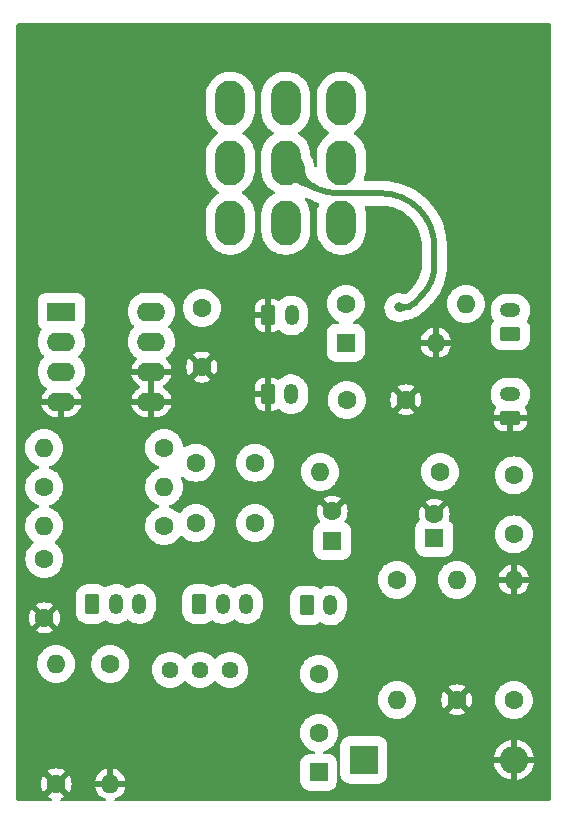
<source format=gbl>
G04 #@! TF.GenerationSoftware,KiCad,Pcbnew,(6.0.0)*
G04 #@! TF.CreationDate,2022-07-26T20:36:16+02:00*
G04 #@! TF.ProjectId,ray,7261792e-6b69-4636-9164-5f7063625858,rev?*
G04 #@! TF.SameCoordinates,Original*
G04 #@! TF.FileFunction,Copper,L2,Bot*
G04 #@! TF.FilePolarity,Positive*
%FSLAX46Y46*%
G04 Gerber Fmt 4.6, Leading zero omitted, Abs format (unit mm)*
G04 Created by KiCad (PCBNEW (6.0.0)) date 2022-07-26 20:36:16*
%MOMM*%
%LPD*%
G01*
G04 APERTURE LIST*
G04 Aperture macros list*
%AMRoundRect*
0 Rectangle with rounded corners*
0 $1 Rounding radius*
0 $2 $3 $4 $5 $6 $7 $8 $9 X,Y pos of 4 corners*
0 Add a 4 corners polygon primitive as box body*
4,1,4,$2,$3,$4,$5,$6,$7,$8,$9,$2,$3,0*
0 Add four circle primitives for the rounded corners*
1,1,$1+$1,$2,$3*
1,1,$1+$1,$4,$5*
1,1,$1+$1,$6,$7*
1,1,$1+$1,$8,$9*
0 Add four rect primitives between the rounded corners*
20,1,$1+$1,$2,$3,$4,$5,0*
20,1,$1+$1,$4,$5,$6,$7,0*
20,1,$1+$1,$6,$7,$8,$9,0*
20,1,$1+$1,$8,$9,$2,$3,0*%
G04 Aperture macros list end*
G04 #@! TA.AperFunction,ComponentPad*
%ADD10C,1.600000*%
G04 #@! TD*
G04 #@! TA.AperFunction,ComponentPad*
%ADD11O,1.600000X1.600000*%
G04 #@! TD*
G04 #@! TA.AperFunction,ComponentPad*
%ADD12RoundRect,0.250000X-0.350000X-0.625000X0.350000X-0.625000X0.350000X0.625000X-0.350000X0.625000X0*%
G04 #@! TD*
G04 #@! TA.AperFunction,ComponentPad*
%ADD13O,1.200000X1.750000*%
G04 #@! TD*
G04 #@! TA.AperFunction,ComponentPad*
%ADD14R,1.600000X1.600000*%
G04 #@! TD*
G04 #@! TA.AperFunction,ComponentPad*
%ADD15C,1.440000*%
G04 #@! TD*
G04 #@! TA.AperFunction,ComponentPad*
%ADD16RoundRect,0.250000X0.625000X-0.350000X0.625000X0.350000X-0.625000X0.350000X-0.625000X-0.350000X0*%
G04 #@! TD*
G04 #@! TA.AperFunction,ComponentPad*
%ADD17O,1.750000X1.200000*%
G04 #@! TD*
G04 #@! TA.AperFunction,ComponentPad*
%ADD18R,2.400000X1.600000*%
G04 #@! TD*
G04 #@! TA.AperFunction,ComponentPad*
%ADD19O,2.400000X1.600000*%
G04 #@! TD*
G04 #@! TA.AperFunction,ComponentPad*
%ADD20R,2.400000X2.400000*%
G04 #@! TD*
G04 #@! TA.AperFunction,ComponentPad*
%ADD21O,2.400000X2.400000*%
G04 #@! TD*
G04 #@! TA.AperFunction,ComponentPad*
%ADD22R,1.500000X1.500000*%
G04 #@! TD*
G04 #@! TA.AperFunction,ComponentPad*
%ADD23O,2.540000X3.800000*%
G04 #@! TD*
G04 #@! TA.AperFunction,ViaPad*
%ADD24C,0.800000*%
G04 #@! TD*
G04 #@! TA.AperFunction,Conductor*
%ADD25C,0.500000*%
G04 #@! TD*
G04 APERTURE END LIST*
D10*
X124192000Y-95199237D03*
X124192000Y-90199237D03*
X134460000Y-73101237D03*
D11*
X124300000Y-73101237D03*
D10*
X111092000Y-71069237D03*
D11*
X100932000Y-71069237D03*
D10*
X130796000Y-82245237D03*
D11*
X130796000Y-92405237D03*
D12*
X119874000Y-66523237D03*
D13*
X121874000Y-66523237D03*
D10*
X100932000Y-74371237D03*
D11*
X111092000Y-74371237D03*
D14*
X125316000Y-78943237D03*
D10*
X125316000Y-76443237D03*
X111092000Y-77673237D03*
D11*
X100932000Y-77673237D03*
D10*
X118790000Y-77423237D03*
X113790000Y-77423237D03*
D12*
X114038400Y-84277237D03*
D13*
X116038400Y-84277237D03*
X118038400Y-84277237D03*
D10*
X118790000Y-72323237D03*
X113790000Y-72323237D03*
X140702000Y-92405237D03*
D11*
X140702000Y-82245237D03*
D15*
X116680000Y-89865237D03*
X114140000Y-89865237D03*
X111600000Y-89865237D03*
D16*
X140406000Y-61401237D03*
D17*
X140406000Y-59401237D03*
D10*
X114290000Y-64223237D03*
X114290000Y-59223237D03*
X100951000Y-80467237D03*
X100951000Y-85467237D03*
X131558000Y-67005237D03*
X126558000Y-67005237D03*
D14*
X133952000Y-78689237D03*
D10*
X133952000Y-76689237D03*
X140702000Y-73395237D03*
X140702000Y-78395237D03*
D18*
X102390000Y-59523237D03*
D19*
X102390000Y-62063237D03*
X102390000Y-64603237D03*
X102390000Y-67143237D03*
X110010000Y-67143237D03*
X110010000Y-64603237D03*
X110010000Y-62063237D03*
X110010000Y-59523237D03*
D12*
X104996000Y-84277237D03*
D13*
X106996000Y-84277237D03*
X108996000Y-84277237D03*
D20*
X128002000Y-97485237D03*
D21*
X140702000Y-97485237D03*
D12*
X123157000Y-84404237D03*
D13*
X125157000Y-84404237D03*
D10*
X106520000Y-89357237D03*
D11*
X106520000Y-99517237D03*
D16*
X140406000Y-68513237D03*
D17*
X140406000Y-66513237D03*
D10*
X135876000Y-92405237D03*
D11*
X135876000Y-82245237D03*
D22*
X124170612Y-98540204D03*
D10*
X101948000Y-99517237D03*
D11*
X101948000Y-89357237D03*
D12*
X119890000Y-59851237D03*
D13*
X121890000Y-59851237D03*
D14*
X126478000Y-62179237D03*
D11*
X134098000Y-62179237D03*
D10*
X126478000Y-58877237D03*
D11*
X136638000Y-58877237D03*
D23*
X116696440Y-41911817D03*
X121398000Y-41911817D03*
X126096440Y-41911817D03*
X116696440Y-46911297D03*
X121398000Y-46911297D03*
X126096440Y-46911297D03*
X116697200Y-52011817D03*
X121398760Y-52011817D03*
X126097200Y-52011817D03*
D24*
X108661200Y-100380800D03*
X99000000Y-81000000D03*
X143408400Y-45000000D03*
X135000000Y-36000000D03*
X126000000Y-36000000D03*
X116577600Y-100431600D03*
X143357600Y-100431600D03*
X99000000Y-45000000D03*
X143459200Y-92354400D03*
X99000000Y-63000000D03*
X143408400Y-53949600D03*
X108000000Y-36000000D03*
X134577600Y-100431600D03*
X99000000Y-36000000D03*
X99000000Y-54000000D03*
X143459200Y-60960000D03*
X99060000Y-88265000D03*
X125577600Y-100431600D03*
X143408400Y-36068000D03*
X99000000Y-72000000D03*
X99110800Y-100228400D03*
X130948400Y-59182037D03*
D25*
X132220469Y-58849767D02*
X132929599Y-58140636D01*
X130948400Y-59182037D02*
X131418300Y-59182037D01*
X133971000Y-55626474D02*
X133971000Y-54010279D01*
X122697393Y-48210690D02*
X121398000Y-46911297D01*
X125834405Y-49510083D02*
X129470803Y-49510083D01*
X132929599Y-58140636D02*
G75*
G03*
X133971000Y-55626474I-2514166J2514165D01*
G01*
X132652923Y-50828160D02*
G75*
G02*
X133971000Y-54010279I-3182126J-3182122D01*
G01*
X131418300Y-59182037D02*
G75*
G03*
X132220469Y-58849767I-6J1134450D01*
G01*
X129470803Y-49510083D02*
G75*
G02*
X132652923Y-50828160I0J-4500197D01*
G01*
X122697393Y-48210690D02*
G75*
G03*
X125834405Y-49510083I3137015J3137019D01*
G01*
G04 #@! TA.AperFunction,Conductor*
G36*
X143728501Y-35101239D02*
G01*
X143744340Y-35113286D01*
X143791244Y-35155202D01*
X143801235Y-35165193D01*
X143843151Y-35212097D01*
X143873629Y-35276219D01*
X143875200Y-35296057D01*
X143875200Y-100788417D01*
X143855198Y-100856538D01*
X143843151Y-100872377D01*
X143801235Y-100919281D01*
X143791244Y-100929272D01*
X143744340Y-100971188D01*
X143680218Y-101001666D01*
X143660380Y-101003237D01*
X106984962Y-101003237D01*
X106916841Y-100983235D01*
X106870348Y-100929579D01*
X106860244Y-100859305D01*
X106889738Y-100794725D01*
X106952352Y-100755530D01*
X106963759Y-100752474D01*
X106974053Y-100748727D01*
X107171511Y-100656651D01*
X107181007Y-100651168D01*
X107359467Y-100526209D01*
X107367875Y-100519153D01*
X107521916Y-100365112D01*
X107528972Y-100356704D01*
X107653931Y-100178244D01*
X107659414Y-100168748D01*
X107751490Y-99971290D01*
X107755236Y-99960998D01*
X107801394Y-99788734D01*
X107801058Y-99774638D01*
X107793116Y-99771237D01*
X105252033Y-99771237D01*
X105238502Y-99775210D01*
X105237273Y-99783759D01*
X105284764Y-99960998D01*
X105288510Y-99971290D01*
X105380586Y-100168748D01*
X105386069Y-100178244D01*
X105511028Y-100356704D01*
X105518084Y-100365112D01*
X105672125Y-100519153D01*
X105680533Y-100526209D01*
X105858993Y-100651168D01*
X105868489Y-100656651D01*
X106065947Y-100748727D01*
X106076241Y-100752474D01*
X106087648Y-100755530D01*
X106148271Y-100792481D01*
X106179293Y-100856342D01*
X106170865Y-100926836D01*
X106125663Y-100981583D01*
X106055038Y-101003237D01*
X102412962Y-101003237D01*
X102344841Y-100983235D01*
X102298348Y-100929579D01*
X102288244Y-100859305D01*
X102317738Y-100794725D01*
X102380352Y-100755530D01*
X102391759Y-100752474D01*
X102402053Y-100748727D01*
X102599511Y-100656651D01*
X102609006Y-100651168D01*
X102661048Y-100614728D01*
X102669424Y-100604249D01*
X102662356Y-100590803D01*
X101960812Y-99889259D01*
X101946868Y-99881645D01*
X101945035Y-99881776D01*
X101938420Y-99886027D01*
X101232923Y-100591524D01*
X101226493Y-100603299D01*
X101235789Y-100615314D01*
X101286994Y-100651168D01*
X101296489Y-100656651D01*
X101493947Y-100748727D01*
X101504241Y-100752474D01*
X101515648Y-100755530D01*
X101576271Y-100792481D01*
X101607293Y-100856342D01*
X101598865Y-100926836D01*
X101553663Y-100981583D01*
X101483038Y-101003237D01*
X98804820Y-101003237D01*
X98736699Y-100983235D01*
X98720860Y-100971188D01*
X98673956Y-100929272D01*
X98663965Y-100919281D01*
X98622049Y-100872377D01*
X98591571Y-100808255D01*
X98590000Y-100788417D01*
X98590000Y-99522712D01*
X100635483Y-99522712D01*
X100654472Y-99739756D01*
X100656375Y-99750549D01*
X100712764Y-99960998D01*
X100716510Y-99971290D01*
X100808586Y-100168748D01*
X100814069Y-100178243D01*
X100850509Y-100230285D01*
X100860988Y-100238661D01*
X100874434Y-100231593D01*
X101575978Y-99530049D01*
X101582356Y-99518369D01*
X102312408Y-99518369D01*
X102312539Y-99520202D01*
X102316790Y-99526817D01*
X103022287Y-100232314D01*
X103034062Y-100238744D01*
X103046077Y-100229448D01*
X103081931Y-100178243D01*
X103087414Y-100168748D01*
X103179490Y-99971290D01*
X103183236Y-99960998D01*
X103239625Y-99750549D01*
X103241528Y-99739756D01*
X103260517Y-99522712D01*
X103260517Y-99511762D01*
X103241528Y-99294718D01*
X103239625Y-99283925D01*
X103229393Y-99245740D01*
X105238606Y-99245740D01*
X105238942Y-99259836D01*
X105246884Y-99263237D01*
X106247885Y-99263237D01*
X106263124Y-99258762D01*
X106264329Y-99257372D01*
X106266000Y-99249689D01*
X106266000Y-99245122D01*
X106774000Y-99245122D01*
X106778475Y-99260361D01*
X106779865Y-99261566D01*
X106787548Y-99263237D01*
X107787967Y-99263237D01*
X107801498Y-99259264D01*
X107802727Y-99250715D01*
X107755236Y-99073476D01*
X107751490Y-99063184D01*
X107659414Y-98865726D01*
X107653931Y-98856230D01*
X107528972Y-98677770D01*
X107521916Y-98669362D01*
X107367875Y-98515321D01*
X107359467Y-98508265D01*
X107181007Y-98383306D01*
X107171511Y-98377823D01*
X106974053Y-98285747D01*
X106963761Y-98282001D01*
X106791497Y-98235843D01*
X106777401Y-98236179D01*
X106774000Y-98244121D01*
X106774000Y-99245122D01*
X106266000Y-99245122D01*
X106266000Y-98249270D01*
X106262027Y-98235739D01*
X106253478Y-98234510D01*
X106076239Y-98282001D01*
X106065947Y-98285747D01*
X105868489Y-98377823D01*
X105858993Y-98383306D01*
X105680533Y-98508265D01*
X105672125Y-98515321D01*
X105518084Y-98669362D01*
X105511028Y-98677770D01*
X105386069Y-98856230D01*
X105380586Y-98865726D01*
X105288510Y-99063184D01*
X105284764Y-99073476D01*
X105238606Y-99245740D01*
X103229393Y-99245740D01*
X103183236Y-99073476D01*
X103179490Y-99063184D01*
X103087414Y-98865726D01*
X103081931Y-98856231D01*
X103045491Y-98804189D01*
X103035012Y-98795813D01*
X103021566Y-98802881D01*
X102320022Y-99504425D01*
X102312408Y-99518369D01*
X101582356Y-99518369D01*
X101583592Y-99516105D01*
X101583461Y-99514272D01*
X101579210Y-99507657D01*
X100873713Y-98802160D01*
X100861938Y-98795730D01*
X100849923Y-98805026D01*
X100814069Y-98856231D01*
X100808586Y-98865726D01*
X100716510Y-99063184D01*
X100712764Y-99073476D01*
X100656375Y-99283925D01*
X100654472Y-99294718D01*
X100635483Y-99511762D01*
X100635483Y-99522712D01*
X98590000Y-99522712D01*
X98590000Y-98430225D01*
X101226576Y-98430225D01*
X101233644Y-98443671D01*
X101935188Y-99145215D01*
X101949132Y-99152829D01*
X101950965Y-99152698D01*
X101957580Y-99148447D01*
X102663077Y-98442950D01*
X102669507Y-98431175D01*
X102660211Y-98419160D01*
X102609006Y-98383306D01*
X102599511Y-98377823D01*
X102402053Y-98285747D01*
X102391761Y-98282001D01*
X102181312Y-98225612D01*
X102170519Y-98223709D01*
X101953475Y-98204720D01*
X101942525Y-98204720D01*
X101725481Y-98223709D01*
X101714688Y-98225612D01*
X101504239Y-98282001D01*
X101493947Y-98285747D01*
X101296489Y-98377823D01*
X101286994Y-98383306D01*
X101234952Y-98419746D01*
X101226576Y-98430225D01*
X98590000Y-98430225D01*
X98590000Y-95199237D01*
X122586551Y-95199237D01*
X122606317Y-95450385D01*
X122607471Y-95455192D01*
X122607472Y-95455198D01*
X122624329Y-95525410D01*
X122665127Y-95695348D01*
X122667020Y-95699919D01*
X122667021Y-95699921D01*
X122734287Y-95862315D01*
X122761534Y-95928096D01*
X122893164Y-96142896D01*
X122896376Y-96146656D01*
X122896379Y-96146661D01*
X123020783Y-96292319D01*
X123056776Y-96334461D01*
X123060538Y-96337674D01*
X123244576Y-96494858D01*
X123244581Y-96494861D01*
X123248341Y-96498073D01*
X123463141Y-96629703D01*
X123467711Y-96631596D01*
X123467715Y-96631598D01*
X123691316Y-96724216D01*
X123695889Y-96726110D01*
X123739910Y-96736678D01*
X123758685Y-96741186D01*
X123820254Y-96776538D01*
X123852937Y-96839565D01*
X123846356Y-96910256D01*
X123802602Y-96966167D01*
X123729272Y-96989705D01*
X123332776Y-96989705D01*
X123328023Y-96989978D01*
X123153035Y-97030377D01*
X122991346Y-97108540D01*
X122850992Y-97220584D01*
X122738948Y-97360938D01*
X122660785Y-97522627D01*
X122620386Y-97697615D01*
X122620112Y-97702367D01*
X122620113Y-99378040D01*
X122620386Y-99382793D01*
X122660785Y-99557781D01*
X122738948Y-99719470D01*
X122850992Y-99859824D01*
X122991346Y-99971868D01*
X123153035Y-100050031D01*
X123159896Y-100051615D01*
X123322824Y-100089230D01*
X123322827Y-100089230D01*
X123328023Y-100090430D01*
X123332775Y-100090704D01*
X123334599Y-100090704D01*
X124177792Y-100090703D01*
X125008448Y-100090703D01*
X125013201Y-100090430D01*
X125188189Y-100050031D01*
X125349878Y-99971868D01*
X125490232Y-99859824D01*
X125602276Y-99719470D01*
X125680439Y-99557781D01*
X125720838Y-99382793D01*
X125721112Y-99378041D01*
X125721111Y-97702368D01*
X125720838Y-97697615D01*
X125680439Y-97522627D01*
X125602276Y-97360938D01*
X125490232Y-97220584D01*
X125349878Y-97108540D01*
X125188189Y-97030377D01*
X125181328Y-97028793D01*
X125018400Y-96991178D01*
X125018397Y-96991178D01*
X125013201Y-96989978D01*
X125008449Y-96989704D01*
X124654732Y-96989704D01*
X124586611Y-96969702D01*
X124540118Y-96916046D01*
X124530014Y-96845772D01*
X124559508Y-96781192D01*
X124625318Y-96741185D01*
X124688111Y-96726110D01*
X124692684Y-96724216D01*
X124916285Y-96631598D01*
X124916289Y-96631596D01*
X124920859Y-96629703D01*
X125135659Y-96498073D01*
X125139419Y-96494861D01*
X125139424Y-96494858D01*
X125323462Y-96337674D01*
X125327224Y-96334461D01*
X125363217Y-96292319D01*
X125444286Y-96197400D01*
X126001500Y-96197400D01*
X126001501Y-98773073D01*
X126001774Y-98777826D01*
X126042173Y-98952814D01*
X126045239Y-98959156D01*
X126095528Y-99063184D01*
X126120336Y-99114503D01*
X126232380Y-99254857D01*
X126372734Y-99366901D01*
X126379077Y-99369967D01*
X126379078Y-99369968D01*
X126395836Y-99378069D01*
X126534423Y-99445064D01*
X126541284Y-99446648D01*
X126704212Y-99484263D01*
X126704215Y-99484263D01*
X126709411Y-99485463D01*
X126714163Y-99485737D01*
X126715987Y-99485737D01*
X128013037Y-99485736D01*
X129289836Y-99485736D01*
X129294589Y-99485463D01*
X129469577Y-99445064D01*
X129608164Y-99378069D01*
X129624922Y-99369968D01*
X129624923Y-99369967D01*
X129631266Y-99366901D01*
X129771620Y-99254857D01*
X129883664Y-99114503D01*
X129908473Y-99063184D01*
X129958761Y-98959156D01*
X129961827Y-98952814D01*
X129984125Y-98856230D01*
X130001026Y-98783025D01*
X130001026Y-98783022D01*
X130002226Y-98777826D01*
X130002500Y-98773074D01*
X130002499Y-97758697D01*
X139014852Y-97758697D01*
X139050593Y-97938380D01*
X139053082Y-97947355D01*
X139135708Y-98177487D01*
X139139505Y-98186015D01*
X139255234Y-98401397D01*
X139260245Y-98409264D01*
X139406550Y-98605190D01*
X139412656Y-98612214D01*
X139586316Y-98784364D01*
X139593398Y-98790413D01*
X139790586Y-98934997D01*
X139798505Y-98939945D01*
X140014877Y-99053784D01*
X140023451Y-99057512D01*
X140254282Y-99138122D01*
X140263291Y-99140536D01*
X140430201Y-99172225D01*
X140443261Y-99170941D01*
X140447506Y-99157597D01*
X140956000Y-99157597D01*
X140960171Y-99171802D01*
X140972933Y-99173857D01*
X141009487Y-99169854D01*
X141018649Y-99168156D01*
X141255107Y-99105902D01*
X141263926Y-99102865D01*
X141488584Y-99006344D01*
X141496856Y-99002037D01*
X141704777Y-98873372D01*
X141712317Y-98867894D01*
X141898943Y-98709905D01*
X141905593Y-98703369D01*
X142066813Y-98519532D01*
X142072420Y-98512091D01*
X142204700Y-98306439D01*
X142209147Y-98298248D01*
X142309572Y-98075313D01*
X142312767Y-98066535D01*
X142379135Y-97831210D01*
X142380993Y-97822081D01*
X142389246Y-97757206D01*
X142386958Y-97742945D01*
X142373938Y-97739237D01*
X140974115Y-97739237D01*
X140958876Y-97743712D01*
X140957671Y-97745102D01*
X140956000Y-97752785D01*
X140956000Y-99157597D01*
X140447506Y-99157597D01*
X140448000Y-99156045D01*
X140448000Y-97757352D01*
X140443525Y-97742113D01*
X140442135Y-97740908D01*
X140434452Y-97739237D01*
X139029096Y-97739237D01*
X139016695Y-97742878D01*
X139014852Y-97758697D01*
X130002499Y-97758697D01*
X130002499Y-97213213D01*
X139012675Y-97213213D01*
X139015435Y-97227940D01*
X139027614Y-97231237D01*
X140429885Y-97231237D01*
X140445124Y-97226762D01*
X140446329Y-97225372D01*
X140448000Y-97217689D01*
X140448000Y-97213122D01*
X140956000Y-97213122D01*
X140960475Y-97228361D01*
X140961865Y-97229566D01*
X140969548Y-97231237D01*
X142377671Y-97231237D01*
X142391202Y-97227264D01*
X142392634Y-97217305D01*
X142340979Y-96989023D01*
X142338255Y-96980112D01*
X142249633Y-96752220D01*
X142245619Y-96743804D01*
X142124286Y-96531518D01*
X142119070Y-96523785D01*
X141967692Y-96331762D01*
X141961399Y-96324894D01*
X141783294Y-96157349D01*
X141776060Y-96151491D01*
X141575141Y-96012109D01*
X141567115Y-96007381D01*
X141347810Y-95899232D01*
X141339177Y-95895744D01*
X141106288Y-95821195D01*
X141097238Y-95819022D01*
X140973880Y-95798933D01*
X140960286Y-95800630D01*
X140956000Y-95814737D01*
X140956000Y-97213122D01*
X140448000Y-97213122D01*
X140448000Y-95814096D01*
X140443982Y-95800412D01*
X140430290Y-95798391D01*
X140350521Y-95809247D01*
X140341403Y-95811185D01*
X140106668Y-95879604D01*
X140097915Y-95882876D01*
X139875869Y-95985241D01*
X139867714Y-95989761D01*
X139663233Y-96123824D01*
X139655828Y-96129507D01*
X139473413Y-96292319D01*
X139466935Y-96299027D01*
X139310584Y-96487018D01*
X139305163Y-96494618D01*
X139178322Y-96703646D01*
X139174084Y-96711963D01*
X139079529Y-96937451D01*
X139076572Y-96946289D01*
X139016382Y-97183285D01*
X139014764Y-97192465D01*
X139012675Y-97213213D01*
X130002499Y-97213213D01*
X130002499Y-96197401D01*
X130002226Y-96192648D01*
X129961827Y-96017660D01*
X129883664Y-95855971D01*
X129771620Y-95715617D01*
X129631266Y-95603573D01*
X129469577Y-95525410D01*
X129462716Y-95523826D01*
X129299788Y-95486211D01*
X129299785Y-95486211D01*
X129294589Y-95485011D01*
X129289837Y-95484737D01*
X129288013Y-95484737D01*
X127990963Y-95484738D01*
X126714164Y-95484738D01*
X126709411Y-95485011D01*
X126534423Y-95525410D01*
X126372734Y-95603573D01*
X126232380Y-95715617D01*
X126120336Y-95855971D01*
X126042173Y-96017660D01*
X126040589Y-96024521D01*
X126014234Y-96138679D01*
X126001774Y-96192648D01*
X126001500Y-96197400D01*
X125444286Y-96197400D01*
X125487621Y-96146661D01*
X125487624Y-96146656D01*
X125490836Y-96142896D01*
X125622466Y-95928096D01*
X125649714Y-95862315D01*
X125716979Y-95699921D01*
X125716980Y-95699919D01*
X125718873Y-95695348D01*
X125759671Y-95525410D01*
X125776528Y-95455198D01*
X125776529Y-95455192D01*
X125777683Y-95450385D01*
X125797449Y-95199237D01*
X125777683Y-94948089D01*
X125718873Y-94703126D01*
X125622466Y-94470378D01*
X125490836Y-94255578D01*
X125487624Y-94251818D01*
X125487621Y-94251813D01*
X125330437Y-94067775D01*
X125327224Y-94064013D01*
X125264332Y-94010298D01*
X125139424Y-93903616D01*
X125139419Y-93903613D01*
X125135659Y-93900401D01*
X124920859Y-93768771D01*
X124916289Y-93766878D01*
X124916285Y-93766876D01*
X124692684Y-93674258D01*
X124692682Y-93674257D01*
X124688111Y-93672364D01*
X124603711Y-93652102D01*
X124447961Y-93614709D01*
X124447955Y-93614708D01*
X124443148Y-93613554D01*
X124192000Y-93593788D01*
X123940852Y-93613554D01*
X123936045Y-93614708D01*
X123936039Y-93614709D01*
X123780289Y-93652102D01*
X123695889Y-93672364D01*
X123691318Y-93674257D01*
X123691316Y-93674258D01*
X123467715Y-93766876D01*
X123467711Y-93766878D01*
X123463141Y-93768771D01*
X123248341Y-93900401D01*
X123244581Y-93903613D01*
X123244576Y-93903616D01*
X123119668Y-94010298D01*
X123056776Y-94064013D01*
X123053563Y-94067775D01*
X122896379Y-94251813D01*
X122896376Y-94251818D01*
X122893164Y-94255578D01*
X122761534Y-94470378D01*
X122665127Y-94703126D01*
X122606317Y-94948089D01*
X122586551Y-95199237D01*
X98590000Y-95199237D01*
X98590000Y-92405237D01*
X129190551Y-92405237D01*
X129210317Y-92656385D01*
X129211471Y-92661192D01*
X129211472Y-92661198D01*
X129238560Y-92774027D01*
X129269127Y-92901348D01*
X129271020Y-92905919D01*
X129271021Y-92905921D01*
X129362489Y-93126744D01*
X129365534Y-93134096D01*
X129497164Y-93348896D01*
X129500376Y-93352656D01*
X129500379Y-93352661D01*
X129608115Y-93478803D01*
X129660776Y-93540461D01*
X129664538Y-93543674D01*
X129848576Y-93700858D01*
X129848581Y-93700861D01*
X129852341Y-93704073D01*
X130067141Y-93835703D01*
X130071711Y-93837596D01*
X130071715Y-93837598D01*
X130223336Y-93900401D01*
X130299889Y-93932110D01*
X130384289Y-93952372D01*
X130540039Y-93989765D01*
X130540045Y-93989766D01*
X130544852Y-93990920D01*
X130796000Y-94010686D01*
X131047148Y-93990920D01*
X131051955Y-93989766D01*
X131051961Y-93989765D01*
X131207711Y-93952372D01*
X131292111Y-93932110D01*
X131368664Y-93900401D01*
X131520285Y-93837598D01*
X131520289Y-93837596D01*
X131524859Y-93835703D01*
X131739659Y-93704073D01*
X131743419Y-93700861D01*
X131743424Y-93700858D01*
X131927462Y-93543674D01*
X131931224Y-93540461D01*
X131973212Y-93491299D01*
X135154493Y-93491299D01*
X135163789Y-93503314D01*
X135214994Y-93539168D01*
X135224489Y-93544651D01*
X135421947Y-93636727D01*
X135432239Y-93640473D01*
X135642688Y-93696862D01*
X135653481Y-93698765D01*
X135870525Y-93717754D01*
X135881475Y-93717754D01*
X136098519Y-93698765D01*
X136109312Y-93696862D01*
X136319761Y-93640473D01*
X136330053Y-93636727D01*
X136527511Y-93544651D01*
X136537006Y-93539168D01*
X136589048Y-93502728D01*
X136597424Y-93492249D01*
X136590356Y-93478803D01*
X135888812Y-92777259D01*
X135874868Y-92769645D01*
X135873035Y-92769776D01*
X135866420Y-92774027D01*
X135160923Y-93479524D01*
X135154493Y-93491299D01*
X131973212Y-93491299D01*
X131983885Y-93478803D01*
X132091621Y-93352661D01*
X132091624Y-93352656D01*
X132094836Y-93348896D01*
X132226466Y-93134096D01*
X132229512Y-93126744D01*
X132320979Y-92905921D01*
X132320980Y-92905919D01*
X132322873Y-92901348D01*
X132353440Y-92774027D01*
X132380528Y-92661198D01*
X132380529Y-92661192D01*
X132381683Y-92656385D01*
X132401018Y-92410712D01*
X134563483Y-92410712D01*
X134582472Y-92627756D01*
X134584375Y-92638549D01*
X134640764Y-92848998D01*
X134644510Y-92859290D01*
X134736586Y-93056748D01*
X134742069Y-93066243D01*
X134778509Y-93118285D01*
X134788988Y-93126661D01*
X134802434Y-93119593D01*
X135503978Y-92418049D01*
X135510356Y-92406369D01*
X136240408Y-92406369D01*
X136240539Y-92408202D01*
X136244790Y-92414817D01*
X136950287Y-93120314D01*
X136962062Y-93126744D01*
X136974077Y-93117448D01*
X137009931Y-93066243D01*
X137015414Y-93056748D01*
X137107490Y-92859290D01*
X137111236Y-92848998D01*
X137167625Y-92638549D01*
X137169528Y-92627756D01*
X137188517Y-92410712D01*
X137188517Y-92405237D01*
X139096551Y-92405237D01*
X139116317Y-92656385D01*
X139117471Y-92661192D01*
X139117472Y-92661198D01*
X139144560Y-92774027D01*
X139175127Y-92901348D01*
X139177020Y-92905919D01*
X139177021Y-92905921D01*
X139268489Y-93126744D01*
X139271534Y-93134096D01*
X139403164Y-93348896D01*
X139406376Y-93352656D01*
X139406379Y-93352661D01*
X139514115Y-93478803D01*
X139566776Y-93540461D01*
X139570538Y-93543674D01*
X139754576Y-93700858D01*
X139754581Y-93700861D01*
X139758341Y-93704073D01*
X139973141Y-93835703D01*
X139977711Y-93837596D01*
X139977715Y-93837598D01*
X140129336Y-93900401D01*
X140205889Y-93932110D01*
X140290289Y-93952372D01*
X140446039Y-93989765D01*
X140446045Y-93989766D01*
X140450852Y-93990920D01*
X140702000Y-94010686D01*
X140953148Y-93990920D01*
X140957955Y-93989766D01*
X140957961Y-93989765D01*
X141113711Y-93952372D01*
X141198111Y-93932110D01*
X141274664Y-93900401D01*
X141426285Y-93837598D01*
X141426289Y-93837596D01*
X141430859Y-93835703D01*
X141645659Y-93704073D01*
X141649419Y-93700861D01*
X141649424Y-93700858D01*
X141833462Y-93543674D01*
X141837224Y-93540461D01*
X141889885Y-93478803D01*
X141997621Y-93352661D01*
X141997624Y-93352656D01*
X142000836Y-93348896D01*
X142132466Y-93134096D01*
X142135512Y-93126744D01*
X142226979Y-92905921D01*
X142226980Y-92905919D01*
X142228873Y-92901348D01*
X142259440Y-92774027D01*
X142286528Y-92661198D01*
X142286529Y-92661192D01*
X142287683Y-92656385D01*
X142307449Y-92405237D01*
X142287683Y-92154089D01*
X142260461Y-92040698D01*
X142230028Y-91913938D01*
X142228873Y-91909126D01*
X142177586Y-91785308D01*
X142134361Y-91680952D01*
X142134359Y-91680948D01*
X142132466Y-91676378D01*
X142000836Y-91461578D01*
X141997624Y-91457818D01*
X141997621Y-91457813D01*
X141840437Y-91273775D01*
X141837224Y-91270013D01*
X141783586Y-91224202D01*
X141649424Y-91109616D01*
X141649419Y-91109613D01*
X141645659Y-91106401D01*
X141430859Y-90974771D01*
X141426289Y-90972878D01*
X141426285Y-90972876D01*
X141202684Y-90880258D01*
X141202682Y-90880257D01*
X141198111Y-90878364D01*
X141113711Y-90858102D01*
X140957961Y-90820709D01*
X140957955Y-90820708D01*
X140953148Y-90819554D01*
X140702000Y-90799788D01*
X140450852Y-90819554D01*
X140446045Y-90820708D01*
X140446039Y-90820709D01*
X140290289Y-90858102D01*
X140205889Y-90878364D01*
X140201318Y-90880257D01*
X140201316Y-90880258D01*
X139977715Y-90972876D01*
X139977711Y-90972878D01*
X139973141Y-90974771D01*
X139758341Y-91106401D01*
X139754581Y-91109613D01*
X139754576Y-91109616D01*
X139620414Y-91224202D01*
X139566776Y-91270013D01*
X139563563Y-91273775D01*
X139406379Y-91457813D01*
X139406376Y-91457818D01*
X139403164Y-91461578D01*
X139271534Y-91676378D01*
X139269641Y-91680948D01*
X139269639Y-91680952D01*
X139226414Y-91785308D01*
X139175127Y-91909126D01*
X139173972Y-91913938D01*
X139143540Y-92040698D01*
X139116317Y-92154089D01*
X139096551Y-92405237D01*
X137188517Y-92405237D01*
X137188517Y-92399762D01*
X137169528Y-92182718D01*
X137167625Y-92171925D01*
X137111236Y-91961476D01*
X137107490Y-91951184D01*
X137015414Y-91753726D01*
X137009931Y-91744231D01*
X136973491Y-91692189D01*
X136963012Y-91683813D01*
X136949566Y-91690881D01*
X136248022Y-92392425D01*
X136240408Y-92406369D01*
X135510356Y-92406369D01*
X135511592Y-92404105D01*
X135511461Y-92402272D01*
X135507210Y-92395657D01*
X134801713Y-91690160D01*
X134789938Y-91683730D01*
X134777923Y-91693026D01*
X134742069Y-91744231D01*
X134736586Y-91753726D01*
X134644510Y-91951184D01*
X134640764Y-91961476D01*
X134584375Y-92171925D01*
X134582472Y-92182718D01*
X134563483Y-92399762D01*
X134563483Y-92410712D01*
X132401018Y-92410712D01*
X132401449Y-92405237D01*
X132381683Y-92154089D01*
X132354461Y-92040698D01*
X132324028Y-91913938D01*
X132322873Y-91909126D01*
X132271586Y-91785308D01*
X132228361Y-91680952D01*
X132228359Y-91680948D01*
X132226466Y-91676378D01*
X132094836Y-91461578D01*
X132091624Y-91457818D01*
X132091621Y-91457813D01*
X131972401Y-91318225D01*
X135154576Y-91318225D01*
X135161644Y-91331671D01*
X135863188Y-92033215D01*
X135877132Y-92040829D01*
X135878965Y-92040698D01*
X135885580Y-92036447D01*
X136591077Y-91330950D01*
X136597507Y-91319175D01*
X136588211Y-91307160D01*
X136537006Y-91271306D01*
X136527511Y-91265823D01*
X136330053Y-91173747D01*
X136319761Y-91170001D01*
X136109312Y-91113612D01*
X136098519Y-91111709D01*
X135881475Y-91092720D01*
X135870525Y-91092720D01*
X135653481Y-91111709D01*
X135642688Y-91113612D01*
X135432239Y-91170001D01*
X135421947Y-91173747D01*
X135224489Y-91265823D01*
X135214994Y-91271306D01*
X135162952Y-91307746D01*
X135154576Y-91318225D01*
X131972401Y-91318225D01*
X131934437Y-91273775D01*
X131931224Y-91270013D01*
X131877586Y-91224202D01*
X131743424Y-91109616D01*
X131743419Y-91109613D01*
X131739659Y-91106401D01*
X131524859Y-90974771D01*
X131520289Y-90972878D01*
X131520285Y-90972876D01*
X131296684Y-90880258D01*
X131296682Y-90880257D01*
X131292111Y-90878364D01*
X131207711Y-90858102D01*
X131051961Y-90820709D01*
X131051955Y-90820708D01*
X131047148Y-90819554D01*
X130796000Y-90799788D01*
X130544852Y-90819554D01*
X130540045Y-90820708D01*
X130540039Y-90820709D01*
X130384289Y-90858102D01*
X130299889Y-90878364D01*
X130295318Y-90880257D01*
X130295316Y-90880258D01*
X130071715Y-90972876D01*
X130071711Y-90972878D01*
X130067141Y-90974771D01*
X129852341Y-91106401D01*
X129848581Y-91109613D01*
X129848576Y-91109616D01*
X129714414Y-91224202D01*
X129660776Y-91270013D01*
X129657563Y-91273775D01*
X129500379Y-91457813D01*
X129500376Y-91457818D01*
X129497164Y-91461578D01*
X129365534Y-91676378D01*
X129363641Y-91680948D01*
X129363639Y-91680952D01*
X129320414Y-91785308D01*
X129269127Y-91909126D01*
X129267972Y-91913938D01*
X129237540Y-92040698D01*
X129210317Y-92154089D01*
X129190551Y-92405237D01*
X98590000Y-92405237D01*
X98590000Y-89357237D01*
X100342551Y-89357237D01*
X100362317Y-89608385D01*
X100363471Y-89613192D01*
X100363472Y-89613198D01*
X100383964Y-89698553D01*
X100421127Y-89853348D01*
X100423020Y-89857919D01*
X100423021Y-89857921D01*
X100462414Y-89953023D01*
X100517534Y-90086096D01*
X100649164Y-90300896D01*
X100652376Y-90304656D01*
X100652379Y-90304661D01*
X100679615Y-90336550D01*
X100812776Y-90492461D01*
X100816538Y-90495674D01*
X101000576Y-90652858D01*
X101000581Y-90652861D01*
X101004341Y-90656073D01*
X101219141Y-90787703D01*
X101223711Y-90789596D01*
X101223715Y-90789598D01*
X101442589Y-90880258D01*
X101451889Y-90884110D01*
X101536289Y-90904372D01*
X101692039Y-90941765D01*
X101692045Y-90941766D01*
X101696852Y-90942920D01*
X101948000Y-90962686D01*
X102199148Y-90942920D01*
X102203955Y-90941766D01*
X102203961Y-90941765D01*
X102359711Y-90904372D01*
X102444111Y-90884110D01*
X102453411Y-90880258D01*
X102672285Y-90789598D01*
X102672289Y-90789596D01*
X102676859Y-90787703D01*
X102891659Y-90656073D01*
X102895419Y-90652861D01*
X102895424Y-90652858D01*
X103079462Y-90495674D01*
X103083224Y-90492461D01*
X103216385Y-90336550D01*
X103243621Y-90304661D01*
X103243624Y-90304656D01*
X103246836Y-90300896D01*
X103378466Y-90086096D01*
X103433587Y-89953023D01*
X103472979Y-89857921D01*
X103472980Y-89857919D01*
X103474873Y-89853348D01*
X103512036Y-89698553D01*
X103532528Y-89613198D01*
X103532529Y-89613192D01*
X103533683Y-89608385D01*
X103553449Y-89357237D01*
X104914551Y-89357237D01*
X104934317Y-89608385D01*
X104935471Y-89613192D01*
X104935472Y-89613198D01*
X104955964Y-89698553D01*
X104993127Y-89853348D01*
X104995020Y-89857919D01*
X104995021Y-89857921D01*
X105034414Y-89953023D01*
X105089534Y-90086096D01*
X105221164Y-90300896D01*
X105224376Y-90304656D01*
X105224379Y-90304661D01*
X105251615Y-90336550D01*
X105384776Y-90492461D01*
X105388538Y-90495674D01*
X105572576Y-90652858D01*
X105572581Y-90652861D01*
X105576341Y-90656073D01*
X105791141Y-90787703D01*
X105795711Y-90789596D01*
X105795715Y-90789598D01*
X106014589Y-90880258D01*
X106023889Y-90884110D01*
X106108289Y-90904372D01*
X106264039Y-90941765D01*
X106264045Y-90941766D01*
X106268852Y-90942920D01*
X106520000Y-90962686D01*
X106771148Y-90942920D01*
X106775955Y-90941766D01*
X106775961Y-90941765D01*
X106931711Y-90904372D01*
X107016111Y-90884110D01*
X107025411Y-90880258D01*
X107244285Y-90789598D01*
X107244289Y-90789596D01*
X107248859Y-90787703D01*
X107463659Y-90656073D01*
X107467419Y-90652861D01*
X107467424Y-90652858D01*
X107651462Y-90495674D01*
X107655224Y-90492461D01*
X107788385Y-90336550D01*
X107815621Y-90304661D01*
X107815624Y-90304656D01*
X107818836Y-90300896D01*
X107950466Y-90086096D01*
X108005587Y-89953023D01*
X108041949Y-89865237D01*
X110074798Y-89865237D01*
X110093576Y-90103831D01*
X110094730Y-90108638D01*
X110094731Y-90108644D01*
X110129942Y-90255305D01*
X110149447Y-90336550D01*
X110151340Y-90341121D01*
X110151341Y-90341123D01*
X110196599Y-90450385D01*
X110241035Y-90557664D01*
X110366086Y-90761728D01*
X110521519Y-90943718D01*
X110703509Y-91099151D01*
X110907573Y-91224202D01*
X110912143Y-91226095D01*
X110912147Y-91226097D01*
X111124114Y-91313896D01*
X111128687Y-91315790D01*
X111191833Y-91330950D01*
X111356593Y-91370506D01*
X111356599Y-91370507D01*
X111361406Y-91371661D01*
X111600000Y-91390439D01*
X111838594Y-91371661D01*
X111843401Y-91370507D01*
X111843407Y-91370506D01*
X112008167Y-91330950D01*
X112071313Y-91315790D01*
X112075886Y-91313896D01*
X112287853Y-91226097D01*
X112287857Y-91226095D01*
X112292427Y-91224202D01*
X112496491Y-91099151D01*
X112678481Y-90943718D01*
X112774189Y-90831658D01*
X112833639Y-90792848D01*
X112904634Y-90792341D01*
X112965811Y-90831658D01*
X113061519Y-90943718D01*
X113243509Y-91099151D01*
X113447573Y-91224202D01*
X113452143Y-91226095D01*
X113452147Y-91226097D01*
X113664114Y-91313896D01*
X113668687Y-91315790D01*
X113731833Y-91330950D01*
X113896593Y-91370506D01*
X113896599Y-91370507D01*
X113901406Y-91371661D01*
X114140000Y-91390439D01*
X114378594Y-91371661D01*
X114383401Y-91370507D01*
X114383407Y-91370506D01*
X114548167Y-91330950D01*
X114611313Y-91315790D01*
X114615886Y-91313896D01*
X114827853Y-91226097D01*
X114827857Y-91226095D01*
X114832427Y-91224202D01*
X115036491Y-91099151D01*
X115218481Y-90943718D01*
X115314189Y-90831658D01*
X115373639Y-90792848D01*
X115444634Y-90792341D01*
X115505811Y-90831658D01*
X115601519Y-90943718D01*
X115783509Y-91099151D01*
X115987573Y-91224202D01*
X115992143Y-91226095D01*
X115992147Y-91226097D01*
X116204114Y-91313896D01*
X116208687Y-91315790D01*
X116271833Y-91330950D01*
X116436593Y-91370506D01*
X116436599Y-91370507D01*
X116441406Y-91371661D01*
X116680000Y-91390439D01*
X116918594Y-91371661D01*
X116923401Y-91370507D01*
X116923407Y-91370506D01*
X117088167Y-91330950D01*
X117151313Y-91315790D01*
X117155886Y-91313896D01*
X117367853Y-91226097D01*
X117367857Y-91226095D01*
X117372427Y-91224202D01*
X117576491Y-91099151D01*
X117758481Y-90943718D01*
X117913914Y-90761728D01*
X118038965Y-90557664D01*
X118083402Y-90450385D01*
X118128659Y-90341123D01*
X118128660Y-90341121D01*
X118130553Y-90336550D01*
X118150058Y-90255305D01*
X118163519Y-90199237D01*
X122586551Y-90199237D01*
X122606317Y-90450385D01*
X122607471Y-90455192D01*
X122607472Y-90455198D01*
X122630974Y-90553090D01*
X122665127Y-90695348D01*
X122667020Y-90699919D01*
X122667021Y-90699921D01*
X122716575Y-90819554D01*
X122761534Y-90928096D01*
X122893164Y-91142896D01*
X122896376Y-91146656D01*
X122896379Y-91146661D01*
X123004945Y-91273775D01*
X123056776Y-91334461D01*
X123060538Y-91337674D01*
X123244576Y-91494858D01*
X123244581Y-91494861D01*
X123248341Y-91498073D01*
X123463141Y-91629703D01*
X123467711Y-91631596D01*
X123467715Y-91631598D01*
X123691316Y-91724216D01*
X123695889Y-91726110D01*
X123771369Y-91744231D01*
X123936039Y-91783765D01*
X123936045Y-91783766D01*
X123940852Y-91784920D01*
X124192000Y-91804686D01*
X124443148Y-91784920D01*
X124447955Y-91783766D01*
X124447961Y-91783765D01*
X124612631Y-91744231D01*
X124688111Y-91726110D01*
X124692684Y-91724216D01*
X124916285Y-91631598D01*
X124916289Y-91631596D01*
X124920859Y-91629703D01*
X125135659Y-91498073D01*
X125139419Y-91494861D01*
X125139424Y-91494858D01*
X125323462Y-91337674D01*
X125327224Y-91334461D01*
X125379055Y-91273775D01*
X125487621Y-91146661D01*
X125487624Y-91146656D01*
X125490836Y-91142896D01*
X125622466Y-90928096D01*
X125667426Y-90819554D01*
X125716979Y-90699921D01*
X125716980Y-90699919D01*
X125718873Y-90695348D01*
X125753026Y-90553090D01*
X125776528Y-90455198D01*
X125776529Y-90455192D01*
X125777683Y-90450385D01*
X125797449Y-90199237D01*
X125777683Y-89948089D01*
X125718873Y-89703126D01*
X125679630Y-89608385D01*
X125624361Y-89474952D01*
X125624359Y-89474948D01*
X125622466Y-89470378D01*
X125490836Y-89255578D01*
X125487624Y-89251818D01*
X125487621Y-89251813D01*
X125330437Y-89067775D01*
X125327224Y-89064013D01*
X125284629Y-89027633D01*
X125139424Y-88903616D01*
X125139419Y-88903613D01*
X125135659Y-88900401D01*
X124920859Y-88768771D01*
X124916289Y-88766878D01*
X124916285Y-88766876D01*
X124692684Y-88674258D01*
X124692682Y-88674257D01*
X124688111Y-88672364D01*
X124603711Y-88652102D01*
X124447961Y-88614709D01*
X124447955Y-88614708D01*
X124443148Y-88613554D01*
X124192000Y-88593788D01*
X123940852Y-88613554D01*
X123936045Y-88614708D01*
X123936039Y-88614709D01*
X123780289Y-88652102D01*
X123695889Y-88672364D01*
X123691318Y-88674257D01*
X123691316Y-88674258D01*
X123467715Y-88766876D01*
X123467711Y-88766878D01*
X123463141Y-88768771D01*
X123248341Y-88900401D01*
X123244581Y-88903613D01*
X123244576Y-88903616D01*
X123099371Y-89027633D01*
X123056776Y-89064013D01*
X123053563Y-89067775D01*
X122896379Y-89251813D01*
X122896376Y-89251818D01*
X122893164Y-89255578D01*
X122761534Y-89470378D01*
X122759641Y-89474948D01*
X122759639Y-89474952D01*
X122704370Y-89608385D01*
X122665127Y-89703126D01*
X122606317Y-89948089D01*
X122586551Y-90199237D01*
X118163519Y-90199237D01*
X118185269Y-90108644D01*
X118185270Y-90108638D01*
X118186424Y-90103831D01*
X118205202Y-89865237D01*
X118186424Y-89626643D01*
X118185270Y-89621836D01*
X118185269Y-89621830D01*
X118131708Y-89398736D01*
X118130553Y-89393924D01*
X118113315Y-89352307D01*
X118040860Y-89177384D01*
X118040858Y-89177380D01*
X118038965Y-89172810D01*
X117913914Y-88968746D01*
X117758481Y-88786756D01*
X117576491Y-88631323D01*
X117372427Y-88506272D01*
X117367857Y-88504379D01*
X117367853Y-88504377D01*
X117155886Y-88416578D01*
X117155884Y-88416577D01*
X117151313Y-88414684D01*
X117070068Y-88395179D01*
X116923407Y-88359968D01*
X116923401Y-88359967D01*
X116918594Y-88358813D01*
X116680000Y-88340035D01*
X116441406Y-88358813D01*
X116436599Y-88359967D01*
X116436593Y-88359968D01*
X116289932Y-88395179D01*
X116208687Y-88414684D01*
X116204116Y-88416577D01*
X116204114Y-88416578D01*
X115992147Y-88504377D01*
X115992143Y-88504379D01*
X115987573Y-88506272D01*
X115783509Y-88631323D01*
X115601519Y-88786756D01*
X115598306Y-88790518D01*
X115505811Y-88898816D01*
X115446361Y-88937626D01*
X115375366Y-88938133D01*
X115314189Y-88898816D01*
X115221694Y-88790518D01*
X115218481Y-88786756D01*
X115036491Y-88631323D01*
X114832427Y-88506272D01*
X114827857Y-88504379D01*
X114827853Y-88504377D01*
X114615886Y-88416578D01*
X114615884Y-88416577D01*
X114611313Y-88414684D01*
X114530068Y-88395179D01*
X114383407Y-88359968D01*
X114383401Y-88359967D01*
X114378594Y-88358813D01*
X114140000Y-88340035D01*
X113901406Y-88358813D01*
X113896599Y-88359967D01*
X113896593Y-88359968D01*
X113749932Y-88395179D01*
X113668687Y-88414684D01*
X113664116Y-88416577D01*
X113664114Y-88416578D01*
X113452147Y-88504377D01*
X113452143Y-88504379D01*
X113447573Y-88506272D01*
X113243509Y-88631323D01*
X113061519Y-88786756D01*
X113058306Y-88790518D01*
X112965811Y-88898816D01*
X112906361Y-88937626D01*
X112835366Y-88938133D01*
X112774189Y-88898816D01*
X112681694Y-88790518D01*
X112678481Y-88786756D01*
X112496491Y-88631323D01*
X112292427Y-88506272D01*
X112287857Y-88504379D01*
X112287853Y-88504377D01*
X112075886Y-88416578D01*
X112075884Y-88416577D01*
X112071313Y-88414684D01*
X111990068Y-88395179D01*
X111843407Y-88359968D01*
X111843401Y-88359967D01*
X111838594Y-88358813D01*
X111600000Y-88340035D01*
X111361406Y-88358813D01*
X111356599Y-88359967D01*
X111356593Y-88359968D01*
X111209932Y-88395179D01*
X111128687Y-88414684D01*
X111124116Y-88416577D01*
X111124114Y-88416578D01*
X110912147Y-88504377D01*
X110912143Y-88504379D01*
X110907573Y-88506272D01*
X110703509Y-88631323D01*
X110521519Y-88786756D01*
X110366086Y-88968746D01*
X110241035Y-89172810D01*
X110239142Y-89177380D01*
X110239140Y-89177384D01*
X110166685Y-89352307D01*
X110149447Y-89393924D01*
X110148292Y-89398736D01*
X110094731Y-89621830D01*
X110094730Y-89621836D01*
X110093576Y-89626643D01*
X110074798Y-89865237D01*
X108041949Y-89865237D01*
X108044979Y-89857921D01*
X108044980Y-89857919D01*
X108046873Y-89853348D01*
X108084036Y-89698553D01*
X108104528Y-89613198D01*
X108104529Y-89613192D01*
X108105683Y-89608385D01*
X108125449Y-89357237D01*
X108105683Y-89106089D01*
X108094811Y-89060800D01*
X108056302Y-88900401D01*
X108046873Y-88861126D01*
X108044979Y-88856553D01*
X107952361Y-88632952D01*
X107952359Y-88632948D01*
X107950466Y-88628378D01*
X107818836Y-88413578D01*
X107815624Y-88409818D01*
X107815621Y-88409813D01*
X107658437Y-88225775D01*
X107655224Y-88222013D01*
X107637052Y-88206493D01*
X107467424Y-88061616D01*
X107467419Y-88061613D01*
X107463659Y-88058401D01*
X107248859Y-87926771D01*
X107244289Y-87924878D01*
X107244285Y-87924876D01*
X107020684Y-87832258D01*
X107020682Y-87832257D01*
X107016111Y-87830364D01*
X106931711Y-87810102D01*
X106775961Y-87772709D01*
X106775955Y-87772708D01*
X106771148Y-87771554D01*
X106520000Y-87751788D01*
X106268852Y-87771554D01*
X106264045Y-87772708D01*
X106264039Y-87772709D01*
X106108289Y-87810102D01*
X106023889Y-87830364D01*
X106019318Y-87832257D01*
X106019316Y-87832258D01*
X105795715Y-87924876D01*
X105795711Y-87924878D01*
X105791141Y-87926771D01*
X105576341Y-88058401D01*
X105572581Y-88061613D01*
X105572576Y-88061616D01*
X105402948Y-88206493D01*
X105384776Y-88222013D01*
X105381563Y-88225775D01*
X105224379Y-88409813D01*
X105224376Y-88409818D01*
X105221164Y-88413578D01*
X105089534Y-88628378D01*
X105087641Y-88632948D01*
X105087639Y-88632952D01*
X104995021Y-88856553D01*
X104993127Y-88861126D01*
X104983698Y-88900401D01*
X104945190Y-89060800D01*
X104934317Y-89106089D01*
X104914551Y-89357237D01*
X103553449Y-89357237D01*
X103533683Y-89106089D01*
X103522811Y-89060800D01*
X103484302Y-88900401D01*
X103474873Y-88861126D01*
X103472979Y-88856553D01*
X103380361Y-88632952D01*
X103380359Y-88632948D01*
X103378466Y-88628378D01*
X103246836Y-88413578D01*
X103243624Y-88409818D01*
X103243621Y-88409813D01*
X103086437Y-88225775D01*
X103083224Y-88222013D01*
X103065052Y-88206493D01*
X102895424Y-88061616D01*
X102895419Y-88061613D01*
X102891659Y-88058401D01*
X102676859Y-87926771D01*
X102672289Y-87924878D01*
X102672285Y-87924876D01*
X102448684Y-87832258D01*
X102448682Y-87832257D01*
X102444111Y-87830364D01*
X102359711Y-87810102D01*
X102203961Y-87772709D01*
X102203955Y-87772708D01*
X102199148Y-87771554D01*
X101948000Y-87751788D01*
X101696852Y-87771554D01*
X101692045Y-87772708D01*
X101692039Y-87772709D01*
X101536289Y-87810102D01*
X101451889Y-87830364D01*
X101447318Y-87832257D01*
X101447316Y-87832258D01*
X101223715Y-87924876D01*
X101223711Y-87924878D01*
X101219141Y-87926771D01*
X101004341Y-88058401D01*
X101000581Y-88061613D01*
X101000576Y-88061616D01*
X100830948Y-88206493D01*
X100812776Y-88222013D01*
X100809563Y-88225775D01*
X100652379Y-88409813D01*
X100652376Y-88409818D01*
X100649164Y-88413578D01*
X100517534Y-88628378D01*
X100515641Y-88632948D01*
X100515639Y-88632952D01*
X100423021Y-88856553D01*
X100421127Y-88861126D01*
X100411698Y-88900401D01*
X100373190Y-89060800D01*
X100362317Y-89106089D01*
X100342551Y-89357237D01*
X98590000Y-89357237D01*
X98590000Y-86553299D01*
X100229493Y-86553299D01*
X100238789Y-86565314D01*
X100289994Y-86601168D01*
X100299489Y-86606651D01*
X100496947Y-86698727D01*
X100507239Y-86702473D01*
X100717688Y-86758862D01*
X100728481Y-86760765D01*
X100945525Y-86779754D01*
X100956475Y-86779754D01*
X101173519Y-86760765D01*
X101184312Y-86758862D01*
X101394761Y-86702473D01*
X101405053Y-86698727D01*
X101602511Y-86606651D01*
X101612006Y-86601168D01*
X101664048Y-86564728D01*
X101672424Y-86554249D01*
X101665356Y-86540803D01*
X100963812Y-85839259D01*
X100949868Y-85831645D01*
X100948035Y-85831776D01*
X100941420Y-85836027D01*
X100235923Y-86541524D01*
X100229493Y-86553299D01*
X98590000Y-86553299D01*
X98590000Y-85472712D01*
X99638483Y-85472712D01*
X99657472Y-85689756D01*
X99659375Y-85700549D01*
X99715764Y-85910998D01*
X99719510Y-85921290D01*
X99811586Y-86118748D01*
X99817069Y-86128243D01*
X99853509Y-86180285D01*
X99863988Y-86188661D01*
X99877434Y-86181593D01*
X100578978Y-85480049D01*
X100585356Y-85468369D01*
X101315408Y-85468369D01*
X101315539Y-85470202D01*
X101319790Y-85476817D01*
X102025287Y-86182314D01*
X102037062Y-86188744D01*
X102049077Y-86179448D01*
X102084931Y-86128243D01*
X102090414Y-86118748D01*
X102182490Y-85921290D01*
X102186236Y-85910998D01*
X102242625Y-85700549D01*
X102244528Y-85689756D01*
X102263517Y-85472712D01*
X102263517Y-85461762D01*
X102244528Y-85244718D01*
X102242625Y-85233925D01*
X102186236Y-85023476D01*
X102182490Y-85013184D01*
X102090414Y-84815726D01*
X102084931Y-84806231D01*
X102048491Y-84754189D01*
X102038012Y-84745813D01*
X102024566Y-84752881D01*
X101323022Y-85454425D01*
X101315408Y-85468369D01*
X100585356Y-85468369D01*
X100586592Y-85466105D01*
X100586461Y-85464272D01*
X100582210Y-85457657D01*
X99876713Y-84752160D01*
X99864938Y-84745730D01*
X99852923Y-84755026D01*
X99817069Y-84806231D01*
X99811586Y-84815726D01*
X99719510Y-85013184D01*
X99715764Y-85023476D01*
X99659375Y-85233925D01*
X99657472Y-85244718D01*
X99638483Y-85461762D01*
X99638483Y-85472712D01*
X98590000Y-85472712D01*
X98590000Y-84380225D01*
X100229576Y-84380225D01*
X100236644Y-84393671D01*
X100938188Y-85095215D01*
X100952132Y-85102829D01*
X100953965Y-85102698D01*
X100960580Y-85098447D01*
X101666077Y-84392950D01*
X101672507Y-84381175D01*
X101663211Y-84369160D01*
X101612006Y-84333306D01*
X101602511Y-84327823D01*
X101405053Y-84235747D01*
X101394761Y-84232001D01*
X101184312Y-84175612D01*
X101173519Y-84173709D01*
X100956475Y-84154720D01*
X100945525Y-84154720D01*
X100728481Y-84173709D01*
X100717688Y-84175612D01*
X100507239Y-84232001D01*
X100496947Y-84235747D01*
X100299489Y-84327823D01*
X100289994Y-84333306D01*
X100237952Y-84369746D01*
X100229576Y-84380225D01*
X98590000Y-84380225D01*
X98590000Y-83551900D01*
X103595500Y-83551900D01*
X103595501Y-85002573D01*
X103595821Y-85008910D01*
X103636541Y-85210860D01*
X103715711Y-85401054D01*
X103830316Y-85572248D01*
X103975989Y-85717921D01*
X104147183Y-85832526D01*
X104337377Y-85911696D01*
X104539327Y-85952416D01*
X104543993Y-85952652D01*
X104543998Y-85952653D01*
X104544075Y-85952657D01*
X104544093Y-85952657D01*
X104545663Y-85952737D01*
X104547260Y-85952737D01*
X104998124Y-85952736D01*
X105446336Y-85952736D01*
X105447892Y-85952657D01*
X105447909Y-85952657D01*
X105448003Y-85952652D01*
X105448005Y-85952652D01*
X105452673Y-85952416D01*
X105654623Y-85911696D01*
X105844817Y-85832526D01*
X106016011Y-85717921D01*
X106024567Y-85709365D01*
X106086879Y-85675339D01*
X106157694Y-85680404D01*
X106188869Y-85697367D01*
X106255330Y-85746816D01*
X106467193Y-85854532D01*
X106472284Y-85856113D01*
X106472287Y-85856114D01*
X106649043Y-85910998D01*
X106694176Y-85925012D01*
X106699465Y-85925713D01*
X106924506Y-85955541D01*
X106924509Y-85955541D01*
X106929789Y-85956241D01*
X106935118Y-85956041D01*
X106935119Y-85956041D01*
X107032159Y-85952398D01*
X107167295Y-85947324D01*
X107399904Y-85898518D01*
X107404863Y-85896560D01*
X107404865Y-85896559D01*
X107615998Y-85813178D01*
X107616000Y-85813177D01*
X107620963Y-85811217D01*
X107635594Y-85802339D01*
X107781893Y-85713562D01*
X107824153Y-85687918D01*
X107910134Y-85613308D01*
X107974693Y-85583768D01*
X108044974Y-85593822D01*
X108067928Y-85607384D01*
X108255330Y-85746816D01*
X108467193Y-85854532D01*
X108472284Y-85856113D01*
X108472287Y-85856114D01*
X108649043Y-85910998D01*
X108694176Y-85925012D01*
X108699465Y-85925713D01*
X108924506Y-85955541D01*
X108924509Y-85955541D01*
X108929789Y-85956241D01*
X108935118Y-85956041D01*
X108935119Y-85956041D01*
X109032159Y-85952398D01*
X109167295Y-85947324D01*
X109399904Y-85898518D01*
X109404863Y-85896560D01*
X109404865Y-85896559D01*
X109615998Y-85813178D01*
X109616000Y-85813177D01*
X109620963Y-85811217D01*
X109635594Y-85802339D01*
X109781893Y-85713562D01*
X109824153Y-85687918D01*
X109862068Y-85655017D01*
X109999631Y-85535647D01*
X109999633Y-85535645D01*
X110003664Y-85532147D01*
X110007047Y-85528021D01*
X110007051Y-85528017D01*
X110150977Y-85352485D01*
X110154362Y-85348357D01*
X110160338Y-85337860D01*
X110269302Y-85146436D01*
X110271939Y-85141804D01*
X110353034Y-84918393D01*
X110371599Y-84815726D01*
X110394588Y-84688596D01*
X110394589Y-84688589D01*
X110395326Y-84684512D01*
X110396500Y-84659618D01*
X110396500Y-83942557D01*
X110386929Y-83829765D01*
X110381920Y-83770725D01*
X110381919Y-83770721D01*
X110381469Y-83765414D01*
X110380131Y-83760259D01*
X110380130Y-83760253D01*
X110326052Y-83551900D01*
X112637900Y-83551900D01*
X112637901Y-85002573D01*
X112638221Y-85008910D01*
X112678941Y-85210860D01*
X112758111Y-85401054D01*
X112872716Y-85572248D01*
X113018389Y-85717921D01*
X113189583Y-85832526D01*
X113379777Y-85911696D01*
X113581727Y-85952416D01*
X113586393Y-85952652D01*
X113586398Y-85952653D01*
X113586475Y-85952657D01*
X113586493Y-85952657D01*
X113588063Y-85952737D01*
X113589660Y-85952737D01*
X114040524Y-85952736D01*
X114488736Y-85952736D01*
X114490292Y-85952657D01*
X114490309Y-85952657D01*
X114490403Y-85952652D01*
X114490405Y-85952652D01*
X114495073Y-85952416D01*
X114697023Y-85911696D01*
X114887217Y-85832526D01*
X115058411Y-85717921D01*
X115066967Y-85709365D01*
X115129279Y-85675339D01*
X115200094Y-85680404D01*
X115231269Y-85697367D01*
X115297730Y-85746816D01*
X115509593Y-85854532D01*
X115514684Y-85856113D01*
X115514687Y-85856114D01*
X115691443Y-85910998D01*
X115736576Y-85925012D01*
X115741865Y-85925713D01*
X115966906Y-85955541D01*
X115966909Y-85955541D01*
X115972189Y-85956241D01*
X115977518Y-85956041D01*
X115977519Y-85956041D01*
X116074559Y-85952398D01*
X116209695Y-85947324D01*
X116442304Y-85898518D01*
X116447263Y-85896560D01*
X116447265Y-85896559D01*
X116658398Y-85813178D01*
X116658400Y-85813177D01*
X116663363Y-85811217D01*
X116677994Y-85802339D01*
X116824293Y-85713562D01*
X116866553Y-85687918D01*
X116952534Y-85613308D01*
X117017093Y-85583768D01*
X117087374Y-85593822D01*
X117110328Y-85607384D01*
X117297730Y-85746816D01*
X117509593Y-85854532D01*
X117514684Y-85856113D01*
X117514687Y-85856114D01*
X117691443Y-85910998D01*
X117736576Y-85925012D01*
X117741865Y-85925713D01*
X117966906Y-85955541D01*
X117966909Y-85955541D01*
X117972189Y-85956241D01*
X117977518Y-85956041D01*
X117977519Y-85956041D01*
X118074559Y-85952398D01*
X118209695Y-85947324D01*
X118442304Y-85898518D01*
X118447263Y-85896560D01*
X118447265Y-85896559D01*
X118658398Y-85813178D01*
X118658400Y-85813177D01*
X118663363Y-85811217D01*
X118677994Y-85802339D01*
X118824293Y-85713562D01*
X118866553Y-85687918D01*
X118904468Y-85655017D01*
X119042031Y-85535647D01*
X119042033Y-85535645D01*
X119046064Y-85532147D01*
X119049447Y-85528021D01*
X119049451Y-85528017D01*
X119193377Y-85352485D01*
X119196762Y-85348357D01*
X119202738Y-85337860D01*
X119311702Y-85146436D01*
X119314339Y-85141804D01*
X119395434Y-84918393D01*
X119413999Y-84815726D01*
X119436988Y-84688596D01*
X119436989Y-84688589D01*
X119437726Y-84684512D01*
X119438900Y-84659618D01*
X119438900Y-83942557D01*
X119429329Y-83829765D01*
X119424320Y-83770725D01*
X119424319Y-83770721D01*
X119423869Y-83765414D01*
X119422531Y-83760259D01*
X119422530Y-83760253D01*
X119401415Y-83678900D01*
X121756500Y-83678900D01*
X121756501Y-85129573D01*
X121756821Y-85135910D01*
X121797541Y-85337860D01*
X121876711Y-85528054D01*
X121991316Y-85699248D01*
X122136989Y-85844921D01*
X122308183Y-85959526D01*
X122498377Y-86038696D01*
X122700327Y-86079416D01*
X122704993Y-86079652D01*
X122704998Y-86079653D01*
X122705075Y-86079657D01*
X122705093Y-86079657D01*
X122706663Y-86079737D01*
X122708260Y-86079737D01*
X123159124Y-86079736D01*
X123607336Y-86079736D01*
X123608892Y-86079657D01*
X123608909Y-86079657D01*
X123609003Y-86079652D01*
X123609005Y-86079652D01*
X123613673Y-86079416D01*
X123815623Y-86038696D01*
X124005817Y-85959526D01*
X124177011Y-85844921D01*
X124185567Y-85836365D01*
X124247879Y-85802339D01*
X124318694Y-85807404D01*
X124349869Y-85824367D01*
X124416330Y-85873816D01*
X124628193Y-85981532D01*
X124633284Y-85983113D01*
X124633287Y-85983114D01*
X124812291Y-86038696D01*
X124855176Y-86052012D01*
X124860465Y-86052713D01*
X125085506Y-86082541D01*
X125085509Y-86082541D01*
X125090789Y-86083241D01*
X125096118Y-86083041D01*
X125096119Y-86083041D01*
X125193159Y-86079398D01*
X125328295Y-86074324D01*
X125560904Y-86025518D01*
X125565863Y-86023560D01*
X125565865Y-86023559D01*
X125776998Y-85940178D01*
X125777000Y-85940177D01*
X125781963Y-85938217D01*
X125803725Y-85925012D01*
X125945040Y-85839259D01*
X125985153Y-85814918D01*
X125999649Y-85802339D01*
X126160631Y-85662647D01*
X126160633Y-85662645D01*
X126164664Y-85659147D01*
X126168047Y-85655021D01*
X126168051Y-85655017D01*
X126311977Y-85479485D01*
X126315362Y-85475357D01*
X126318297Y-85470202D01*
X126430302Y-85273436D01*
X126432939Y-85268804D01*
X126514034Y-85045393D01*
X126517997Y-85023476D01*
X126555588Y-84815596D01*
X126555589Y-84815589D01*
X126556326Y-84811512D01*
X126557500Y-84786618D01*
X126557500Y-84069557D01*
X126550513Y-83987211D01*
X126542920Y-83897725D01*
X126542919Y-83897721D01*
X126542469Y-83892414D01*
X126541131Y-83887259D01*
X126541130Y-83887253D01*
X126484102Y-83667534D01*
X126482760Y-83662363D01*
X126399137Y-83476727D01*
X126387333Y-83450522D01*
X126387332Y-83450519D01*
X126385143Y-83445661D01*
X126252409Y-83248505D01*
X126088355Y-83076532D01*
X125897670Y-82934658D01*
X125685807Y-82826942D01*
X125680716Y-82825361D01*
X125680713Y-82825360D01*
X125463919Y-82758044D01*
X125458824Y-82756462D01*
X125380103Y-82746028D01*
X125228494Y-82725933D01*
X125228491Y-82725933D01*
X125223211Y-82725233D01*
X125217882Y-82725433D01*
X125217881Y-82725433D01*
X125127750Y-82728817D01*
X124985705Y-82734150D01*
X124753096Y-82782956D01*
X124748137Y-82784914D01*
X124748135Y-82784915D01*
X124537002Y-82868296D01*
X124537000Y-82868297D01*
X124532037Y-82870257D01*
X124527477Y-82873024D01*
X124527469Y-82873028D01*
X124337561Y-82988267D01*
X124268948Y-83006506D01*
X124201365Y-82984754D01*
X124183101Y-82969643D01*
X124177011Y-82963553D01*
X124005817Y-82848948D01*
X123815623Y-82769778D01*
X123613673Y-82729058D01*
X123609007Y-82728822D01*
X123609002Y-82728821D01*
X123608925Y-82728817D01*
X123608907Y-82728817D01*
X123607337Y-82728737D01*
X123605740Y-82728737D01*
X123154876Y-82728738D01*
X122706664Y-82728738D01*
X122705108Y-82728817D01*
X122705091Y-82728817D01*
X122704997Y-82728822D01*
X122704995Y-82728822D01*
X122700327Y-82729058D01*
X122498377Y-82769778D01*
X122308183Y-82848948D01*
X122136989Y-82963553D01*
X121991316Y-83109226D01*
X121876711Y-83280420D01*
X121797541Y-83470614D01*
X121756821Y-83672564D01*
X121756500Y-83678900D01*
X119401415Y-83678900D01*
X119365502Y-83540534D01*
X119364160Y-83535363D01*
X119294382Y-83380461D01*
X119268733Y-83323522D01*
X119268732Y-83323519D01*
X119266543Y-83318661D01*
X119133809Y-83121505D01*
X119122096Y-83109226D01*
X119003355Y-82984754D01*
X118969755Y-82949532D01*
X118954049Y-82937846D01*
X118946511Y-82932238D01*
X118779070Y-82807658D01*
X118567207Y-82699942D01*
X118562116Y-82698361D01*
X118562113Y-82698360D01*
X118345319Y-82631044D01*
X118340224Y-82629462D01*
X118314140Y-82626005D01*
X118109894Y-82598933D01*
X118109891Y-82598933D01*
X118104611Y-82598233D01*
X118099282Y-82598433D01*
X118099281Y-82598433D01*
X118009150Y-82601817D01*
X117867105Y-82607150D01*
X117634496Y-82655956D01*
X117629537Y-82657914D01*
X117629535Y-82657915D01*
X117418402Y-82741296D01*
X117418400Y-82741297D01*
X117413437Y-82743257D01*
X117408878Y-82746024D01*
X117408875Y-82746025D01*
X117348015Y-82782956D01*
X117210247Y-82866556D01*
X117131767Y-82934658D01*
X117124267Y-82941166D01*
X117059707Y-82970706D01*
X116989426Y-82960652D01*
X116966473Y-82947090D01*
X116936851Y-82925050D01*
X116779070Y-82807658D01*
X116567207Y-82699942D01*
X116562116Y-82698361D01*
X116562113Y-82698360D01*
X116345319Y-82631044D01*
X116340224Y-82629462D01*
X116314140Y-82626005D01*
X116109894Y-82598933D01*
X116109891Y-82598933D01*
X116104611Y-82598233D01*
X116099282Y-82598433D01*
X116099281Y-82598433D01*
X116009150Y-82601817D01*
X115867105Y-82607150D01*
X115634496Y-82655956D01*
X115629537Y-82657914D01*
X115629535Y-82657915D01*
X115418402Y-82741296D01*
X115418400Y-82741297D01*
X115413437Y-82743257D01*
X115408877Y-82746024D01*
X115408869Y-82746028D01*
X115218961Y-82861267D01*
X115150348Y-82879506D01*
X115082765Y-82857754D01*
X115064501Y-82842643D01*
X115058411Y-82836553D01*
X114887217Y-82721948D01*
X114697023Y-82642778D01*
X114495073Y-82602058D01*
X114490407Y-82601822D01*
X114490402Y-82601821D01*
X114490325Y-82601817D01*
X114490307Y-82601817D01*
X114488737Y-82601737D01*
X114487140Y-82601737D01*
X114036276Y-82601738D01*
X113588064Y-82601738D01*
X113586508Y-82601817D01*
X113586491Y-82601817D01*
X113586397Y-82601822D01*
X113586395Y-82601822D01*
X113581727Y-82602058D01*
X113379777Y-82642778D01*
X113189583Y-82721948D01*
X113018389Y-82836553D01*
X112872716Y-82982226D01*
X112758111Y-83153420D01*
X112678941Y-83343614D01*
X112652116Y-83476652D01*
X112642039Y-83526631D01*
X112638221Y-83545564D01*
X112637900Y-83551900D01*
X110326052Y-83551900D01*
X110323102Y-83540534D01*
X110321760Y-83535363D01*
X110251982Y-83380461D01*
X110226333Y-83323522D01*
X110226332Y-83323519D01*
X110224143Y-83318661D01*
X110091409Y-83121505D01*
X110079696Y-83109226D01*
X109960955Y-82984754D01*
X109927355Y-82949532D01*
X109911649Y-82937846D01*
X109904111Y-82932238D01*
X109736670Y-82807658D01*
X109524807Y-82699942D01*
X109519716Y-82698361D01*
X109519713Y-82698360D01*
X109302919Y-82631044D01*
X109297824Y-82629462D01*
X109271740Y-82626005D01*
X109067494Y-82598933D01*
X109067491Y-82598933D01*
X109062211Y-82598233D01*
X109056882Y-82598433D01*
X109056881Y-82598433D01*
X108966750Y-82601817D01*
X108824705Y-82607150D01*
X108592096Y-82655956D01*
X108587137Y-82657914D01*
X108587135Y-82657915D01*
X108376002Y-82741296D01*
X108376000Y-82741297D01*
X108371037Y-82743257D01*
X108366478Y-82746024D01*
X108366475Y-82746025D01*
X108305615Y-82782956D01*
X108167847Y-82866556D01*
X108089367Y-82934658D01*
X108081867Y-82941166D01*
X108017307Y-82970706D01*
X107947026Y-82960652D01*
X107924073Y-82947090D01*
X107894451Y-82925050D01*
X107736670Y-82807658D01*
X107524807Y-82699942D01*
X107519716Y-82698361D01*
X107519713Y-82698360D01*
X107302919Y-82631044D01*
X107297824Y-82629462D01*
X107271740Y-82626005D01*
X107067494Y-82598933D01*
X107067491Y-82598933D01*
X107062211Y-82598233D01*
X107056882Y-82598433D01*
X107056881Y-82598433D01*
X106966750Y-82601817D01*
X106824705Y-82607150D01*
X106592096Y-82655956D01*
X106587137Y-82657914D01*
X106587135Y-82657915D01*
X106376002Y-82741296D01*
X106376000Y-82741297D01*
X106371037Y-82743257D01*
X106366477Y-82746024D01*
X106366469Y-82746028D01*
X106176561Y-82861267D01*
X106107948Y-82879506D01*
X106040365Y-82857754D01*
X106022101Y-82842643D01*
X106016011Y-82836553D01*
X105844817Y-82721948D01*
X105654623Y-82642778D01*
X105452673Y-82602058D01*
X105448007Y-82601822D01*
X105448002Y-82601821D01*
X105447925Y-82601817D01*
X105447907Y-82601817D01*
X105446337Y-82601737D01*
X105444740Y-82601737D01*
X104993876Y-82601738D01*
X104545664Y-82601738D01*
X104544108Y-82601817D01*
X104544091Y-82601817D01*
X104543997Y-82601822D01*
X104543995Y-82601822D01*
X104539327Y-82602058D01*
X104337377Y-82642778D01*
X104147183Y-82721948D01*
X103975989Y-82836553D01*
X103830316Y-82982226D01*
X103715711Y-83153420D01*
X103636541Y-83343614D01*
X103609716Y-83476652D01*
X103599639Y-83526631D01*
X103595821Y-83545564D01*
X103595500Y-83551900D01*
X98590000Y-83551900D01*
X98590000Y-82245237D01*
X129190551Y-82245237D01*
X129210317Y-82496385D01*
X129211471Y-82501192D01*
X129211472Y-82501198D01*
X129245170Y-82641561D01*
X129269127Y-82741348D01*
X129271020Y-82745919D01*
X129271021Y-82745921D01*
X129362973Y-82967912D01*
X129365534Y-82974096D01*
X129497164Y-83188896D01*
X129500376Y-83192656D01*
X129500379Y-83192661D01*
X129570961Y-83275301D01*
X129660776Y-83380461D01*
X129664538Y-83383674D01*
X129848576Y-83540858D01*
X129848581Y-83540861D01*
X129852341Y-83544073D01*
X130067141Y-83675703D01*
X130071711Y-83677596D01*
X130071715Y-83677598D01*
X130283723Y-83765414D01*
X130299889Y-83772110D01*
X130384289Y-83792372D01*
X130540039Y-83829765D01*
X130540045Y-83829766D01*
X130544852Y-83830920D01*
X130796000Y-83850686D01*
X131047148Y-83830920D01*
X131051955Y-83829766D01*
X131051961Y-83829765D01*
X131207711Y-83792372D01*
X131292111Y-83772110D01*
X131308277Y-83765414D01*
X131520285Y-83677598D01*
X131520289Y-83677596D01*
X131524859Y-83675703D01*
X131739659Y-83544073D01*
X131743419Y-83540861D01*
X131743424Y-83540858D01*
X131927462Y-83383674D01*
X131931224Y-83380461D01*
X132021039Y-83275301D01*
X132091621Y-83192661D01*
X132091624Y-83192656D01*
X132094836Y-83188896D01*
X132226466Y-82974096D01*
X132229028Y-82967912D01*
X132320979Y-82745921D01*
X132320980Y-82745919D01*
X132322873Y-82741348D01*
X132346830Y-82641561D01*
X132380528Y-82501198D01*
X132380529Y-82501192D01*
X132381683Y-82496385D01*
X132401449Y-82245237D01*
X134270551Y-82245237D01*
X134290317Y-82496385D01*
X134291471Y-82501192D01*
X134291472Y-82501198D01*
X134325170Y-82641561D01*
X134349127Y-82741348D01*
X134351020Y-82745919D01*
X134351021Y-82745921D01*
X134442973Y-82967912D01*
X134445534Y-82974096D01*
X134577164Y-83188896D01*
X134580376Y-83192656D01*
X134580379Y-83192661D01*
X134650961Y-83275301D01*
X134740776Y-83380461D01*
X134744538Y-83383674D01*
X134928576Y-83540858D01*
X134928581Y-83540861D01*
X134932341Y-83544073D01*
X135147141Y-83675703D01*
X135151711Y-83677596D01*
X135151715Y-83677598D01*
X135363723Y-83765414D01*
X135379889Y-83772110D01*
X135464289Y-83792372D01*
X135620039Y-83829765D01*
X135620045Y-83829766D01*
X135624852Y-83830920D01*
X135876000Y-83850686D01*
X136127148Y-83830920D01*
X136131955Y-83829766D01*
X136131961Y-83829765D01*
X136287711Y-83792372D01*
X136372111Y-83772110D01*
X136388277Y-83765414D01*
X136600285Y-83677598D01*
X136600289Y-83677596D01*
X136604859Y-83675703D01*
X136819659Y-83544073D01*
X136823419Y-83540861D01*
X136823424Y-83540858D01*
X137007462Y-83383674D01*
X137011224Y-83380461D01*
X137101039Y-83275301D01*
X137171621Y-83192661D01*
X137171624Y-83192656D01*
X137174836Y-83188896D01*
X137306466Y-82974096D01*
X137309028Y-82967912D01*
X137400979Y-82745921D01*
X137400980Y-82745919D01*
X137402873Y-82741348D01*
X137426830Y-82641561D01*
X137457993Y-82511759D01*
X139419273Y-82511759D01*
X139466764Y-82688998D01*
X139470510Y-82699290D01*
X139562586Y-82896748D01*
X139568069Y-82906244D01*
X139693028Y-83084704D01*
X139700084Y-83093112D01*
X139854125Y-83247153D01*
X139862533Y-83254209D01*
X140040993Y-83379168D01*
X140050489Y-83384651D01*
X140247947Y-83476727D01*
X140258239Y-83480473D01*
X140430503Y-83526631D01*
X140444599Y-83526295D01*
X140448000Y-83518353D01*
X140448000Y-83513204D01*
X140956000Y-83513204D01*
X140959973Y-83526735D01*
X140968522Y-83527964D01*
X141145761Y-83480473D01*
X141156053Y-83476727D01*
X141353511Y-83384651D01*
X141363007Y-83379168D01*
X141541467Y-83254209D01*
X141549875Y-83247153D01*
X141703916Y-83093112D01*
X141710972Y-83084704D01*
X141835931Y-82906244D01*
X141841414Y-82896748D01*
X141933490Y-82699290D01*
X141937236Y-82688998D01*
X141983394Y-82516734D01*
X141983058Y-82502638D01*
X141975116Y-82499237D01*
X140974115Y-82499237D01*
X140958876Y-82503712D01*
X140957671Y-82505102D01*
X140956000Y-82512785D01*
X140956000Y-83513204D01*
X140448000Y-83513204D01*
X140448000Y-82517352D01*
X140443525Y-82502113D01*
X140442135Y-82500908D01*
X140434452Y-82499237D01*
X139434033Y-82499237D01*
X139420502Y-82503210D01*
X139419273Y-82511759D01*
X137457993Y-82511759D01*
X137460528Y-82501198D01*
X137460529Y-82501192D01*
X137461683Y-82496385D01*
X137481449Y-82245237D01*
X137461683Y-81994089D01*
X137460045Y-81987264D01*
X137456798Y-81973740D01*
X139420606Y-81973740D01*
X139420942Y-81987836D01*
X139428884Y-81991237D01*
X140429885Y-81991237D01*
X140445124Y-81986762D01*
X140446329Y-81985372D01*
X140448000Y-81977689D01*
X140448000Y-81973122D01*
X140956000Y-81973122D01*
X140960475Y-81988361D01*
X140961865Y-81989566D01*
X140969548Y-81991237D01*
X141969967Y-81991237D01*
X141983498Y-81987264D01*
X141984727Y-81978715D01*
X141937236Y-81801476D01*
X141933490Y-81791184D01*
X141841414Y-81593726D01*
X141835931Y-81584230D01*
X141710972Y-81405770D01*
X141703916Y-81397362D01*
X141549875Y-81243321D01*
X141541467Y-81236265D01*
X141363007Y-81111306D01*
X141353511Y-81105823D01*
X141156053Y-81013747D01*
X141145761Y-81010001D01*
X140973497Y-80963843D01*
X140959401Y-80964179D01*
X140956000Y-80972121D01*
X140956000Y-81973122D01*
X140448000Y-81973122D01*
X140448000Y-80977270D01*
X140444027Y-80963739D01*
X140435478Y-80962510D01*
X140258239Y-81010001D01*
X140247947Y-81013747D01*
X140050489Y-81105823D01*
X140040993Y-81111306D01*
X139862533Y-81236265D01*
X139854125Y-81243321D01*
X139700084Y-81397362D01*
X139693028Y-81405770D01*
X139568069Y-81584230D01*
X139562586Y-81593726D01*
X139470510Y-81791184D01*
X139466764Y-81801476D01*
X139420606Y-81973740D01*
X137456798Y-81973740D01*
X137407562Y-81768657D01*
X137402873Y-81749126D01*
X137400979Y-81744553D01*
X137308361Y-81520952D01*
X137308359Y-81520948D01*
X137306466Y-81516378D01*
X137174836Y-81301578D01*
X137171624Y-81297818D01*
X137171621Y-81297813D01*
X137014437Y-81113775D01*
X137011224Y-81110013D01*
X136894125Y-81010001D01*
X136823424Y-80949616D01*
X136823419Y-80949613D01*
X136819659Y-80946401D01*
X136604859Y-80814771D01*
X136600289Y-80812878D01*
X136600285Y-80812876D01*
X136376684Y-80720258D01*
X136376682Y-80720257D01*
X136372111Y-80718364D01*
X136287711Y-80698102D01*
X136131961Y-80660709D01*
X136131955Y-80660708D01*
X136127148Y-80659554D01*
X135876000Y-80639788D01*
X135624852Y-80659554D01*
X135620045Y-80660708D01*
X135620039Y-80660709D01*
X135464289Y-80698102D01*
X135379889Y-80718364D01*
X135375318Y-80720257D01*
X135375316Y-80720258D01*
X135151715Y-80812876D01*
X135151711Y-80812878D01*
X135147141Y-80814771D01*
X134932341Y-80946401D01*
X134928581Y-80949613D01*
X134928576Y-80949616D01*
X134857875Y-81010001D01*
X134740776Y-81110013D01*
X134737563Y-81113775D01*
X134580379Y-81297813D01*
X134580376Y-81297818D01*
X134577164Y-81301578D01*
X134445534Y-81516378D01*
X134443641Y-81520948D01*
X134443639Y-81520952D01*
X134351021Y-81744553D01*
X134349127Y-81749126D01*
X134344438Y-81768657D01*
X134291956Y-81987264D01*
X134290317Y-81994089D01*
X134270551Y-82245237D01*
X132401449Y-82245237D01*
X132381683Y-81994089D01*
X132380045Y-81987264D01*
X132327562Y-81768657D01*
X132322873Y-81749126D01*
X132320979Y-81744553D01*
X132228361Y-81520952D01*
X132228359Y-81520948D01*
X132226466Y-81516378D01*
X132094836Y-81301578D01*
X132091624Y-81297818D01*
X132091621Y-81297813D01*
X131934437Y-81113775D01*
X131931224Y-81110013D01*
X131814125Y-81010001D01*
X131743424Y-80949616D01*
X131743419Y-80949613D01*
X131739659Y-80946401D01*
X131524859Y-80814771D01*
X131520289Y-80812878D01*
X131520285Y-80812876D01*
X131296684Y-80720258D01*
X131296682Y-80720257D01*
X131292111Y-80718364D01*
X131207711Y-80698102D01*
X131051961Y-80660709D01*
X131051955Y-80660708D01*
X131047148Y-80659554D01*
X130796000Y-80639788D01*
X130544852Y-80659554D01*
X130540045Y-80660708D01*
X130540039Y-80660709D01*
X130384289Y-80698102D01*
X130299889Y-80718364D01*
X130295318Y-80720257D01*
X130295316Y-80720258D01*
X130071715Y-80812876D01*
X130071711Y-80812878D01*
X130067141Y-80814771D01*
X129852341Y-80946401D01*
X129848581Y-80949613D01*
X129848576Y-80949616D01*
X129777875Y-81010001D01*
X129660776Y-81110013D01*
X129657563Y-81113775D01*
X129500379Y-81297813D01*
X129500376Y-81297818D01*
X129497164Y-81301578D01*
X129365534Y-81516378D01*
X129363641Y-81520948D01*
X129363639Y-81520952D01*
X129271021Y-81744553D01*
X129269127Y-81749126D01*
X129264438Y-81768657D01*
X129211956Y-81987264D01*
X129210317Y-81994089D01*
X129190551Y-82245237D01*
X98590000Y-82245237D01*
X98590000Y-77673237D01*
X99326551Y-77673237D01*
X99346317Y-77924385D01*
X99405127Y-78169348D01*
X99407020Y-78173919D01*
X99407021Y-78173921D01*
X99496651Y-78390307D01*
X99501534Y-78402096D01*
X99633164Y-78616896D01*
X99636376Y-78620656D01*
X99636379Y-78620661D01*
X99781256Y-78790289D01*
X99796776Y-78808461D01*
X99800538Y-78811674D01*
X99984576Y-78968858D01*
X99984581Y-78968862D01*
X99988341Y-78972073D01*
X99992554Y-78974655D01*
X99993822Y-78975576D01*
X100037172Y-79031801D01*
X100043243Y-79102538D01*
X100010107Y-79165327D01*
X100001585Y-79173317D01*
X99815776Y-79332013D01*
X99812563Y-79335775D01*
X99655379Y-79519813D01*
X99655376Y-79519818D01*
X99652164Y-79523578D01*
X99520534Y-79738378D01*
X99518641Y-79742948D01*
X99518639Y-79742952D01*
X99426021Y-79966553D01*
X99424127Y-79971126D01*
X99417030Y-80000686D01*
X99374459Y-80178011D01*
X99365317Y-80216089D01*
X99345551Y-80467237D01*
X99365317Y-80718385D01*
X99424127Y-80963348D01*
X99426020Y-80967919D01*
X99426021Y-80967921D01*
X99486436Y-81113775D01*
X99520534Y-81196096D01*
X99652164Y-81410896D01*
X99655376Y-81414656D01*
X99655379Y-81414661D01*
X99800205Y-81584230D01*
X99815776Y-81602461D01*
X99819538Y-81605674D01*
X100003576Y-81762858D01*
X100003581Y-81762861D01*
X100007341Y-81766073D01*
X100222141Y-81897703D01*
X100226711Y-81899596D01*
X100226715Y-81899598D01*
X100450316Y-81992216D01*
X100454889Y-81994110D01*
X100539289Y-82014372D01*
X100695039Y-82051765D01*
X100695045Y-82051766D01*
X100699852Y-82052920D01*
X100951000Y-82072686D01*
X101202148Y-82052920D01*
X101206955Y-82051766D01*
X101206961Y-82051765D01*
X101362711Y-82014372D01*
X101447111Y-81994110D01*
X101451684Y-81992216D01*
X101675285Y-81899598D01*
X101675289Y-81899596D01*
X101679859Y-81897703D01*
X101894659Y-81766073D01*
X101898419Y-81762861D01*
X101898424Y-81762858D01*
X102082462Y-81605674D01*
X102086224Y-81602461D01*
X102101795Y-81584230D01*
X102246621Y-81414661D01*
X102246624Y-81414656D01*
X102249836Y-81410896D01*
X102381466Y-81196096D01*
X102415565Y-81113775D01*
X102475979Y-80967921D01*
X102475980Y-80967919D01*
X102477873Y-80963348D01*
X102536683Y-80718385D01*
X102556449Y-80467237D01*
X102536683Y-80216089D01*
X102527542Y-80178011D01*
X102484970Y-80000686D01*
X102477873Y-79971126D01*
X102475979Y-79966553D01*
X102383361Y-79742952D01*
X102383359Y-79742948D01*
X102381466Y-79738378D01*
X102249836Y-79523578D01*
X102246624Y-79519818D01*
X102246621Y-79519813D01*
X102089437Y-79335775D01*
X102086224Y-79332013D01*
X102023332Y-79278298D01*
X101898424Y-79171616D01*
X101898419Y-79171612D01*
X101894659Y-79168401D01*
X101890446Y-79165819D01*
X101889178Y-79164898D01*
X101845828Y-79108673D01*
X101839757Y-79037936D01*
X101872893Y-78975147D01*
X101881416Y-78967156D01*
X101964822Y-78895921D01*
X102067224Y-78808461D01*
X102082744Y-78790289D01*
X102227621Y-78620661D01*
X102227624Y-78620656D01*
X102230836Y-78616896D01*
X102362466Y-78402096D01*
X102367350Y-78390307D01*
X102456979Y-78173921D01*
X102456980Y-78173919D01*
X102458873Y-78169348D01*
X102517683Y-77924385D01*
X102537449Y-77673237D01*
X109486551Y-77673237D01*
X109506317Y-77924385D01*
X109565127Y-78169348D01*
X109567020Y-78173919D01*
X109567021Y-78173921D01*
X109656651Y-78390307D01*
X109661534Y-78402096D01*
X109793164Y-78616896D01*
X109796376Y-78620656D01*
X109796379Y-78620661D01*
X109941256Y-78790289D01*
X109956776Y-78808461D01*
X109960538Y-78811674D01*
X110144576Y-78968858D01*
X110144581Y-78968861D01*
X110148341Y-78972073D01*
X110363141Y-79103703D01*
X110367711Y-79105596D01*
X110367715Y-79105598D01*
X110519336Y-79168401D01*
X110595889Y-79200110D01*
X110680289Y-79220372D01*
X110836039Y-79257765D01*
X110836045Y-79257766D01*
X110840852Y-79258920D01*
X111092000Y-79278686D01*
X111343148Y-79258920D01*
X111347955Y-79257766D01*
X111347961Y-79257765D01*
X111503711Y-79220372D01*
X111588111Y-79200110D01*
X111664664Y-79168401D01*
X111816285Y-79105598D01*
X111816289Y-79105596D01*
X111820859Y-79103703D01*
X112035659Y-78972073D01*
X112039419Y-78968861D01*
X112039424Y-78968858D01*
X112223462Y-78811674D01*
X112227224Y-78808461D01*
X112242744Y-78790289D01*
X112387621Y-78620661D01*
X112387624Y-78620656D01*
X112390836Y-78616896D01*
X112431335Y-78550808D01*
X112483983Y-78503177D01*
X112554025Y-78491570D01*
X112619222Y-78519673D01*
X112634572Y-78534805D01*
X112654776Y-78558461D01*
X112658538Y-78561674D01*
X112842576Y-78718858D01*
X112842581Y-78718861D01*
X112846341Y-78722073D01*
X113061141Y-78853703D01*
X113065711Y-78855596D01*
X113065715Y-78855598D01*
X113289316Y-78948216D01*
X113293889Y-78950110D01*
X113364891Y-78967156D01*
X113534039Y-79007765D01*
X113534045Y-79007766D01*
X113538852Y-79008920D01*
X113790000Y-79028686D01*
X114041148Y-79008920D01*
X114045955Y-79007766D01*
X114045961Y-79007765D01*
X114215109Y-78967156D01*
X114286111Y-78950110D01*
X114290684Y-78948216D01*
X114514285Y-78855598D01*
X114514289Y-78855596D01*
X114518859Y-78853703D01*
X114733659Y-78722073D01*
X114737419Y-78718861D01*
X114737424Y-78718858D01*
X114921462Y-78561674D01*
X114925224Y-78558461D01*
X114982354Y-78491570D01*
X115085621Y-78370661D01*
X115085624Y-78370656D01*
X115088836Y-78366896D01*
X115220466Y-78152096D01*
X115225777Y-78139276D01*
X115314979Y-77923921D01*
X115314980Y-77923919D01*
X115316873Y-77919348D01*
X115345190Y-77801400D01*
X115374528Y-77679198D01*
X115374529Y-77679192D01*
X115375683Y-77674385D01*
X115395449Y-77423237D01*
X117184551Y-77423237D01*
X117204317Y-77674385D01*
X117205471Y-77679192D01*
X117205472Y-77679198D01*
X117234810Y-77801400D01*
X117263127Y-77919348D01*
X117265020Y-77923919D01*
X117265021Y-77923921D01*
X117354224Y-78139276D01*
X117359534Y-78152096D01*
X117491164Y-78366896D01*
X117494376Y-78370656D01*
X117494379Y-78370661D01*
X117597646Y-78491570D01*
X117654776Y-78558461D01*
X117658538Y-78561674D01*
X117842576Y-78718858D01*
X117842581Y-78718861D01*
X117846341Y-78722073D01*
X118061141Y-78853703D01*
X118065711Y-78855596D01*
X118065715Y-78855598D01*
X118289316Y-78948216D01*
X118293889Y-78950110D01*
X118364891Y-78967156D01*
X118534039Y-79007765D01*
X118534045Y-79007766D01*
X118538852Y-79008920D01*
X118790000Y-79028686D01*
X119041148Y-79008920D01*
X119045955Y-79007766D01*
X119045961Y-79007765D01*
X119215109Y-78967156D01*
X119286111Y-78950110D01*
X119290684Y-78948216D01*
X119514285Y-78855598D01*
X119514289Y-78855596D01*
X119518859Y-78853703D01*
X119733659Y-78722073D01*
X119737419Y-78718861D01*
X119737424Y-78718858D01*
X119921462Y-78561674D01*
X119925224Y-78558461D01*
X119982354Y-78491570D01*
X120085621Y-78370661D01*
X120085624Y-78370656D01*
X120088836Y-78366896D01*
X120220466Y-78152096D01*
X120225777Y-78139276D01*
X120260519Y-78055400D01*
X123715500Y-78055400D01*
X123715501Y-79831073D01*
X123715774Y-79835826D01*
X123756173Y-80010814D01*
X123834336Y-80172503D01*
X123946380Y-80312857D01*
X124086734Y-80424901D01*
X124093077Y-80427967D01*
X124093078Y-80427968D01*
X124173940Y-80467058D01*
X124248423Y-80503064D01*
X124255284Y-80504648D01*
X124418212Y-80542263D01*
X124418215Y-80542263D01*
X124423411Y-80543463D01*
X124428163Y-80543737D01*
X124429987Y-80543737D01*
X125323609Y-80543736D01*
X126203836Y-80543736D01*
X126208589Y-80543463D01*
X126383577Y-80503064D01*
X126458060Y-80467058D01*
X126538922Y-80427968D01*
X126538923Y-80427967D01*
X126545266Y-80424901D01*
X126685620Y-80312857D01*
X126797664Y-80172503D01*
X126875827Y-80010814D01*
X126916226Y-79835826D01*
X126916500Y-79831074D01*
X126916499Y-78055401D01*
X126916226Y-78050648D01*
X126875827Y-77875660D01*
X126839929Y-77801400D01*
X132351500Y-77801400D01*
X132351501Y-79577073D01*
X132351774Y-79581826D01*
X132392173Y-79756814D01*
X132470336Y-79918503D01*
X132582380Y-80058857D01*
X132722734Y-80170901D01*
X132729077Y-80173967D01*
X132729078Y-80173968D01*
X132806254Y-80211276D01*
X132884423Y-80249064D01*
X132891284Y-80250648D01*
X133054212Y-80288263D01*
X133054215Y-80288263D01*
X133059411Y-80289463D01*
X133064163Y-80289737D01*
X133065987Y-80289737D01*
X133959609Y-80289736D01*
X134839836Y-80289736D01*
X134844589Y-80289463D01*
X135019577Y-80249064D01*
X135097746Y-80211276D01*
X135174922Y-80173968D01*
X135174923Y-80173967D01*
X135181266Y-80170901D01*
X135321620Y-80058857D01*
X135433664Y-79918503D01*
X135511827Y-79756814D01*
X135552226Y-79581826D01*
X135552500Y-79577074D01*
X135552499Y-78395237D01*
X139096551Y-78395237D01*
X139116317Y-78646385D01*
X139175127Y-78891348D01*
X139177020Y-78895919D01*
X139177021Y-78895921D01*
X139265146Y-79108673D01*
X139271534Y-79124096D01*
X139403164Y-79338896D01*
X139406376Y-79342656D01*
X139406379Y-79342661D01*
X139551256Y-79512289D01*
X139566776Y-79530461D01*
X139570538Y-79533674D01*
X139754576Y-79690858D01*
X139754581Y-79690861D01*
X139758341Y-79694073D01*
X139973141Y-79825703D01*
X139977711Y-79827596D01*
X139977715Y-79827598D01*
X140201316Y-79920216D01*
X140205889Y-79922110D01*
X140290289Y-79942372D01*
X140446039Y-79979765D01*
X140446045Y-79979766D01*
X140450852Y-79980920D01*
X140702000Y-80000686D01*
X140953148Y-79980920D01*
X140957955Y-79979766D01*
X140957961Y-79979765D01*
X141113711Y-79942372D01*
X141198111Y-79922110D01*
X141202684Y-79920216D01*
X141426285Y-79827598D01*
X141426289Y-79827596D01*
X141430859Y-79825703D01*
X141645659Y-79694073D01*
X141649419Y-79690861D01*
X141649424Y-79690858D01*
X141833462Y-79533674D01*
X141837224Y-79530461D01*
X141852744Y-79512289D01*
X141997621Y-79342661D01*
X141997624Y-79342656D01*
X142000836Y-79338896D01*
X142132466Y-79124096D01*
X142138855Y-79108673D01*
X142226979Y-78895921D01*
X142226980Y-78895919D01*
X142228873Y-78891348D01*
X142287683Y-78646385D01*
X142307449Y-78395237D01*
X142287683Y-78144089D01*
X142228873Y-77899126D01*
X142216526Y-77869318D01*
X142134361Y-77670952D01*
X142134359Y-77670948D01*
X142132466Y-77666378D01*
X142000836Y-77451578D01*
X141997624Y-77447818D01*
X141997621Y-77447813D01*
X141840437Y-77263775D01*
X141837224Y-77260013D01*
X141740176Y-77177126D01*
X141649424Y-77099616D01*
X141649419Y-77099613D01*
X141645659Y-77096401D01*
X141430859Y-76964771D01*
X141426289Y-76962878D01*
X141426285Y-76962876D01*
X141202684Y-76870258D01*
X141202682Y-76870257D01*
X141198111Y-76868364D01*
X141113711Y-76848102D01*
X140957961Y-76810709D01*
X140957955Y-76810708D01*
X140953148Y-76809554D01*
X140702000Y-76789788D01*
X140450852Y-76809554D01*
X140446045Y-76810708D01*
X140446039Y-76810709D01*
X140290289Y-76848102D01*
X140205889Y-76868364D01*
X140201318Y-76870257D01*
X140201316Y-76870258D01*
X139977715Y-76962876D01*
X139977711Y-76962878D01*
X139973141Y-76964771D01*
X139758341Y-77096401D01*
X139754581Y-77099613D01*
X139754576Y-77099616D01*
X139663824Y-77177126D01*
X139566776Y-77260013D01*
X139563563Y-77263775D01*
X139406379Y-77447813D01*
X139406376Y-77447818D01*
X139403164Y-77451578D01*
X139271534Y-77666378D01*
X139269641Y-77670948D01*
X139269639Y-77670952D01*
X139187474Y-77869318D01*
X139175127Y-77899126D01*
X139116317Y-78144089D01*
X139096551Y-78395237D01*
X135552499Y-78395237D01*
X135552499Y-77801401D01*
X135552226Y-77796648D01*
X135511827Y-77621660D01*
X135433664Y-77459971D01*
X135321620Y-77319617D01*
X135234160Y-77249798D01*
X135193402Y-77191666D01*
X135191063Y-77118716D01*
X135243625Y-76922549D01*
X135245528Y-76911756D01*
X135264517Y-76694712D01*
X135264517Y-76683762D01*
X135245528Y-76466718D01*
X135243625Y-76455925D01*
X135187236Y-76245476D01*
X135183490Y-76235184D01*
X135091414Y-76037726D01*
X135085931Y-76028231D01*
X135049491Y-75976189D01*
X135039012Y-75967813D01*
X135025566Y-75974881D01*
X134041095Y-76959352D01*
X133978783Y-76993378D01*
X133907968Y-76988313D01*
X133862905Y-76959352D01*
X132877713Y-75974160D01*
X132865938Y-75967730D01*
X132853923Y-75977026D01*
X132818069Y-76028231D01*
X132812586Y-76037726D01*
X132720510Y-76235184D01*
X132716764Y-76245476D01*
X132660375Y-76455925D01*
X132658472Y-76466718D01*
X132639483Y-76683762D01*
X132639483Y-76694712D01*
X132658472Y-76911756D01*
X132660375Y-76922549D01*
X132712937Y-77118716D01*
X132711247Y-77189693D01*
X132669840Y-77249798D01*
X132582380Y-77319617D01*
X132470336Y-77459971D01*
X132392173Y-77621660D01*
X132390589Y-77628521D01*
X132380001Y-77674385D01*
X132351774Y-77796648D01*
X132351500Y-77801400D01*
X126839929Y-77801400D01*
X126797664Y-77713971D01*
X126685620Y-77573617D01*
X126545266Y-77461573D01*
X126530559Y-77454463D01*
X126455765Y-77418307D01*
X126420401Y-77401212D01*
X126367777Y-77353556D01*
X126349271Y-77285014D01*
X126372028Y-77215502D01*
X126449928Y-77104249D01*
X126455414Y-77094748D01*
X126547490Y-76897290D01*
X126551236Y-76886998D01*
X126607625Y-76676549D01*
X126609528Y-76665756D01*
X126628517Y-76448712D01*
X126628517Y-76437762D01*
X126609528Y-76220718D01*
X126607625Y-76209925D01*
X126551236Y-75999476D01*
X126547490Y-75989184D01*
X126455414Y-75791726D01*
X126449931Y-75782231D01*
X126413491Y-75730189D01*
X126403012Y-75721813D01*
X126389566Y-75728881D01*
X125405095Y-76713352D01*
X125342783Y-76747378D01*
X125271968Y-76742313D01*
X125226905Y-76713352D01*
X124241713Y-75728160D01*
X124229938Y-75721730D01*
X124217923Y-75731026D01*
X124182069Y-75782231D01*
X124176586Y-75791726D01*
X124084510Y-75989184D01*
X124080764Y-75999476D01*
X124024375Y-76209925D01*
X124022472Y-76220718D01*
X124003483Y-76437762D01*
X124003483Y-76448712D01*
X124022472Y-76665756D01*
X124024375Y-76676549D01*
X124080764Y-76886998D01*
X124084510Y-76897290D01*
X124176586Y-77094748D01*
X124182072Y-77104249D01*
X124259972Y-77215502D01*
X124282660Y-77282775D01*
X124265375Y-77351636D01*
X124211598Y-77401212D01*
X124176235Y-77418307D01*
X124101442Y-77454463D01*
X124086734Y-77461573D01*
X123946380Y-77573617D01*
X123834336Y-77713971D01*
X123756173Y-77875660D01*
X123754589Y-77882521D01*
X123749645Y-77903938D01*
X123715774Y-78050648D01*
X123715500Y-78055400D01*
X120260519Y-78055400D01*
X120314979Y-77923921D01*
X120314980Y-77923919D01*
X120316873Y-77919348D01*
X120345190Y-77801400D01*
X120374528Y-77679198D01*
X120374529Y-77679192D01*
X120375683Y-77674385D01*
X120395449Y-77423237D01*
X120375683Y-77172089D01*
X120362870Y-77118716D01*
X120331563Y-76988313D01*
X120316873Y-76927126D01*
X120268652Y-76810709D01*
X120222361Y-76698952D01*
X120222359Y-76698948D01*
X120220466Y-76694378D01*
X120213961Y-76683762D01*
X120158523Y-76593297D01*
X120088836Y-76479578D01*
X120085624Y-76475818D01*
X120085621Y-76475813D01*
X119928437Y-76291775D01*
X119925224Y-76288013D01*
X119875280Y-76245357D01*
X119737424Y-76127616D01*
X119737419Y-76127613D01*
X119733659Y-76124401D01*
X119518859Y-75992771D01*
X119514289Y-75990878D01*
X119514285Y-75990876D01*
X119290684Y-75898258D01*
X119290682Y-75898257D01*
X119286111Y-75896364D01*
X119201711Y-75876102D01*
X119045961Y-75838709D01*
X119045955Y-75838708D01*
X119041148Y-75837554D01*
X118790000Y-75817788D01*
X118538852Y-75837554D01*
X118534045Y-75838708D01*
X118534039Y-75838709D01*
X118378289Y-75876102D01*
X118293889Y-75896364D01*
X118289318Y-75898257D01*
X118289316Y-75898258D01*
X118065715Y-75990876D01*
X118065711Y-75990878D01*
X118061141Y-75992771D01*
X117846341Y-76124401D01*
X117842581Y-76127613D01*
X117842576Y-76127616D01*
X117704720Y-76245357D01*
X117654776Y-76288013D01*
X117651563Y-76291775D01*
X117494379Y-76475813D01*
X117494376Y-76475818D01*
X117491164Y-76479578D01*
X117421477Y-76593297D01*
X117366040Y-76683762D01*
X117359534Y-76694378D01*
X117357641Y-76698948D01*
X117357639Y-76698952D01*
X117311348Y-76810709D01*
X117263127Y-76927126D01*
X117248437Y-76988313D01*
X117217131Y-77118716D01*
X117204317Y-77172089D01*
X117184551Y-77423237D01*
X115395449Y-77423237D01*
X115375683Y-77172089D01*
X115362870Y-77118716D01*
X115331563Y-76988313D01*
X115316873Y-76927126D01*
X115268652Y-76810709D01*
X115222361Y-76698952D01*
X115222359Y-76698948D01*
X115220466Y-76694378D01*
X115213961Y-76683762D01*
X115158523Y-76593297D01*
X115088836Y-76479578D01*
X115085624Y-76475818D01*
X115085621Y-76475813D01*
X114928437Y-76291775D01*
X114925224Y-76288013D01*
X114875280Y-76245357D01*
X114737424Y-76127616D01*
X114737419Y-76127613D01*
X114733659Y-76124401D01*
X114518859Y-75992771D01*
X114514289Y-75990878D01*
X114514285Y-75990876D01*
X114290684Y-75898258D01*
X114290682Y-75898257D01*
X114286111Y-75896364D01*
X114201711Y-75876102D01*
X114045961Y-75838709D01*
X114045955Y-75838708D01*
X114041148Y-75837554D01*
X113790000Y-75817788D01*
X113538852Y-75837554D01*
X113534045Y-75838708D01*
X113534039Y-75838709D01*
X113378289Y-75876102D01*
X113293889Y-75896364D01*
X113289318Y-75898257D01*
X113289316Y-75898258D01*
X113065715Y-75990876D01*
X113065711Y-75990878D01*
X113061141Y-75992771D01*
X112846341Y-76124401D01*
X112842581Y-76127613D01*
X112842576Y-76127616D01*
X112704720Y-76245357D01*
X112654776Y-76288013D01*
X112651563Y-76291775D01*
X112494379Y-76475813D01*
X112494376Y-76475818D01*
X112491164Y-76479578D01*
X112488580Y-76483795D01*
X112450665Y-76545666D01*
X112398017Y-76593297D01*
X112327975Y-76604904D01*
X112262778Y-76576801D01*
X112247428Y-76561669D01*
X112227224Y-76538013D01*
X112163743Y-76483795D01*
X112039424Y-76377616D01*
X112039419Y-76377613D01*
X112035659Y-76374401D01*
X111820859Y-76242771D01*
X111816289Y-76240878D01*
X111816285Y-76240876D01*
X111592684Y-76148258D01*
X111592682Y-76148257D01*
X111588111Y-76146364D01*
X111583296Y-76145208D01*
X111581414Y-76144756D01*
X111580773Y-76144388D01*
X111578588Y-76143678D01*
X111578737Y-76143219D01*
X111519844Y-76109404D01*
X111487161Y-76046378D01*
X111493741Y-75975687D01*
X111537495Y-75919775D01*
X111578648Y-75900981D01*
X111578588Y-75900796D01*
X111580202Y-75900272D01*
X111581414Y-75899718D01*
X111583296Y-75899266D01*
X111588111Y-75898110D01*
X111595115Y-75895209D01*
X111816285Y-75803598D01*
X111816289Y-75803596D01*
X111820859Y-75801703D01*
X112035659Y-75670073D01*
X112039419Y-75666861D01*
X112039424Y-75666858D01*
X112223462Y-75509674D01*
X112227224Y-75506461D01*
X112321815Y-75395709D01*
X112355538Y-75356225D01*
X124594576Y-75356225D01*
X124601644Y-75369671D01*
X125303188Y-76071215D01*
X125317132Y-76078829D01*
X125318965Y-76078698D01*
X125325580Y-76074447D01*
X125797802Y-75602225D01*
X133230576Y-75602225D01*
X133237644Y-75615671D01*
X133939188Y-76317215D01*
X133953132Y-76324829D01*
X133954965Y-76324698D01*
X133961580Y-76320447D01*
X134667077Y-75614950D01*
X134673507Y-75603175D01*
X134664211Y-75591160D01*
X134613006Y-75555306D01*
X134603511Y-75549823D01*
X134406053Y-75457747D01*
X134395761Y-75454001D01*
X134185312Y-75397612D01*
X134174519Y-75395709D01*
X133957475Y-75376720D01*
X133946525Y-75376720D01*
X133729481Y-75395709D01*
X133718688Y-75397612D01*
X133508239Y-75454001D01*
X133497947Y-75457747D01*
X133300489Y-75549823D01*
X133290994Y-75555306D01*
X133238952Y-75591746D01*
X133230576Y-75602225D01*
X125797802Y-75602225D01*
X126031077Y-75368950D01*
X126037507Y-75357175D01*
X126028211Y-75345160D01*
X125977006Y-75309306D01*
X125967511Y-75303823D01*
X125770053Y-75211747D01*
X125759761Y-75208001D01*
X125549312Y-75151612D01*
X125538519Y-75149709D01*
X125321475Y-75130720D01*
X125310525Y-75130720D01*
X125093481Y-75149709D01*
X125082688Y-75151612D01*
X124872239Y-75208001D01*
X124861947Y-75211747D01*
X124664489Y-75303823D01*
X124654994Y-75309306D01*
X124602952Y-75345746D01*
X124594576Y-75356225D01*
X112355538Y-75356225D01*
X112387621Y-75318661D01*
X112387624Y-75318656D01*
X112390836Y-75314896D01*
X112522466Y-75100096D01*
X112571670Y-74981308D01*
X112616979Y-74871921D01*
X112616980Y-74871919D01*
X112618873Y-74867348D01*
X112639135Y-74782948D01*
X112676528Y-74627198D01*
X112676529Y-74627192D01*
X112677683Y-74622385D01*
X112697449Y-74371237D01*
X112677683Y-74120089D01*
X112658619Y-74040679D01*
X112639135Y-73959526D01*
X112618873Y-73875126D01*
X112608990Y-73851265D01*
X112532991Y-73667788D01*
X112525402Y-73597198D01*
X112557181Y-73533711D01*
X112618239Y-73497484D01*
X112689191Y-73500018D01*
X112731230Y-73523759D01*
X112842576Y-73618858D01*
X112842581Y-73618861D01*
X112846341Y-73622073D01*
X113061141Y-73753703D01*
X113065711Y-73755596D01*
X113065715Y-73755598D01*
X113289316Y-73848216D01*
X113293889Y-73850110D01*
X113378289Y-73870372D01*
X113534039Y-73907765D01*
X113534045Y-73907766D01*
X113538852Y-73908920D01*
X113790000Y-73928686D01*
X114041148Y-73908920D01*
X114045955Y-73907766D01*
X114045961Y-73907765D01*
X114201711Y-73870372D01*
X114286111Y-73850110D01*
X114290684Y-73848216D01*
X114514285Y-73755598D01*
X114514289Y-73755596D01*
X114518859Y-73753703D01*
X114733659Y-73622073D01*
X114737419Y-73618861D01*
X114737424Y-73618858D01*
X114921462Y-73461674D01*
X114925224Y-73458461D01*
X114975012Y-73400167D01*
X115085621Y-73270661D01*
X115085624Y-73270656D01*
X115088836Y-73266896D01*
X115220466Y-73052096D01*
X115230992Y-73026686D01*
X115314979Y-72823921D01*
X115314980Y-72823919D01*
X115316873Y-72819348D01*
X115351843Y-72673687D01*
X115374528Y-72579198D01*
X115374529Y-72579192D01*
X115375683Y-72574385D01*
X115395449Y-72323237D01*
X117184551Y-72323237D01*
X117204317Y-72574385D01*
X117205471Y-72579192D01*
X117205472Y-72579198D01*
X117228157Y-72673687D01*
X117263127Y-72819348D01*
X117265020Y-72823919D01*
X117265021Y-72823921D01*
X117349009Y-73026686D01*
X117359534Y-73052096D01*
X117491164Y-73266896D01*
X117494376Y-73270656D01*
X117494379Y-73270661D01*
X117604988Y-73400167D01*
X117654776Y-73458461D01*
X117658538Y-73461674D01*
X117842576Y-73618858D01*
X117842581Y-73618861D01*
X117846341Y-73622073D01*
X118061141Y-73753703D01*
X118065711Y-73755596D01*
X118065715Y-73755598D01*
X118289316Y-73848216D01*
X118293889Y-73850110D01*
X118378289Y-73870372D01*
X118534039Y-73907765D01*
X118534045Y-73907766D01*
X118538852Y-73908920D01*
X118790000Y-73928686D01*
X119041148Y-73908920D01*
X119045955Y-73907766D01*
X119045961Y-73907765D01*
X119201711Y-73870372D01*
X119286111Y-73850110D01*
X119290684Y-73848216D01*
X119514285Y-73755598D01*
X119514289Y-73755596D01*
X119518859Y-73753703D01*
X119733659Y-73622073D01*
X119737419Y-73618861D01*
X119737424Y-73618858D01*
X119921462Y-73461674D01*
X119925224Y-73458461D01*
X119975012Y-73400167D01*
X120085621Y-73270661D01*
X120085624Y-73270656D01*
X120088836Y-73266896D01*
X120190352Y-73101237D01*
X122694551Y-73101237D01*
X122714317Y-73352385D01*
X122715471Y-73357192D01*
X122715472Y-73357198D01*
X122738880Y-73454699D01*
X122773127Y-73597348D01*
X122775020Y-73601919D01*
X122775021Y-73601921D01*
X122793674Y-73646952D01*
X122869534Y-73830096D01*
X123001164Y-74044896D01*
X123004376Y-74048656D01*
X123004379Y-74048661D01*
X123065385Y-74120089D01*
X123164776Y-74236461D01*
X123168538Y-74239674D01*
X123352576Y-74396858D01*
X123352581Y-74396861D01*
X123356341Y-74400073D01*
X123571141Y-74531703D01*
X123575711Y-74533596D01*
X123575715Y-74533598D01*
X123799316Y-74626216D01*
X123803889Y-74628110D01*
X123888289Y-74648372D01*
X124044039Y-74685765D01*
X124044045Y-74685766D01*
X124048852Y-74686920D01*
X124300000Y-74706686D01*
X124551148Y-74686920D01*
X124555955Y-74685766D01*
X124555961Y-74685765D01*
X124711711Y-74648372D01*
X124796111Y-74628110D01*
X124800684Y-74626216D01*
X125024285Y-74533598D01*
X125024289Y-74533596D01*
X125028859Y-74531703D01*
X125243659Y-74400073D01*
X125247419Y-74396861D01*
X125247424Y-74396858D01*
X125431462Y-74239674D01*
X125435224Y-74236461D01*
X125534615Y-74120089D01*
X125595621Y-74048661D01*
X125595624Y-74048656D01*
X125598836Y-74044896D01*
X125730466Y-73830096D01*
X125806327Y-73646952D01*
X125824979Y-73601921D01*
X125824980Y-73601919D01*
X125826873Y-73597348D01*
X125861120Y-73454699D01*
X125884528Y-73357198D01*
X125884529Y-73357192D01*
X125885683Y-73352385D01*
X125905449Y-73101237D01*
X132854551Y-73101237D01*
X132874317Y-73352385D01*
X132875471Y-73357192D01*
X132875472Y-73357198D01*
X132898880Y-73454699D01*
X132933127Y-73597348D01*
X132935020Y-73601919D01*
X132935021Y-73601921D01*
X132953674Y-73646952D01*
X133029534Y-73830096D01*
X133161164Y-74044896D01*
X133164376Y-74048656D01*
X133164379Y-74048661D01*
X133225385Y-74120089D01*
X133324776Y-74236461D01*
X133328538Y-74239674D01*
X133512576Y-74396858D01*
X133512581Y-74396861D01*
X133516341Y-74400073D01*
X133731141Y-74531703D01*
X133735711Y-74533596D01*
X133735715Y-74533598D01*
X133959316Y-74626216D01*
X133963889Y-74628110D01*
X134048289Y-74648372D01*
X134204039Y-74685765D01*
X134204045Y-74685766D01*
X134208852Y-74686920D01*
X134460000Y-74706686D01*
X134711148Y-74686920D01*
X134715955Y-74685766D01*
X134715961Y-74685765D01*
X134871711Y-74648372D01*
X134956111Y-74628110D01*
X134960684Y-74626216D01*
X135184285Y-74533598D01*
X135184289Y-74533596D01*
X135188859Y-74531703D01*
X135403659Y-74400073D01*
X135407419Y-74396861D01*
X135407424Y-74396858D01*
X135591462Y-74239674D01*
X135595224Y-74236461D01*
X135694615Y-74120089D01*
X135755621Y-74048661D01*
X135755624Y-74048656D01*
X135758836Y-74044896D01*
X135890466Y-73830096D01*
X135966327Y-73646952D01*
X135984979Y-73601921D01*
X135984980Y-73601919D01*
X135986873Y-73597348D01*
X136021120Y-73454699D01*
X136035396Y-73395237D01*
X139096551Y-73395237D01*
X139116317Y-73646385D01*
X139117471Y-73651192D01*
X139117472Y-73651198D01*
X139154865Y-73806948D01*
X139175127Y-73891348D01*
X139177020Y-73895919D01*
X139177021Y-73895921D01*
X139267881Y-74115276D01*
X139271534Y-74124096D01*
X139403164Y-74338896D01*
X139406376Y-74342656D01*
X139406379Y-74342661D01*
X139434996Y-74376167D01*
X139566776Y-74530461D01*
X139570538Y-74533674D01*
X139754576Y-74690858D01*
X139754581Y-74690861D01*
X139758341Y-74694073D01*
X139973141Y-74825703D01*
X139977711Y-74827596D01*
X139977715Y-74827598D01*
X140201316Y-74920216D01*
X140205889Y-74922110D01*
X140290289Y-74942372D01*
X140446039Y-74979765D01*
X140446045Y-74979766D01*
X140450852Y-74980920D01*
X140702000Y-75000686D01*
X140953148Y-74980920D01*
X140957955Y-74979766D01*
X140957961Y-74979765D01*
X141113711Y-74942372D01*
X141198111Y-74922110D01*
X141202684Y-74920216D01*
X141426285Y-74827598D01*
X141426289Y-74827596D01*
X141430859Y-74825703D01*
X141645659Y-74694073D01*
X141649419Y-74690861D01*
X141649424Y-74690858D01*
X141833462Y-74533674D01*
X141837224Y-74530461D01*
X141969004Y-74376167D01*
X141997621Y-74342661D01*
X141997624Y-74342656D01*
X142000836Y-74338896D01*
X142132466Y-74124096D01*
X142136120Y-74115276D01*
X142226979Y-73895921D01*
X142226980Y-73895919D01*
X142228873Y-73891348D01*
X142249135Y-73806948D01*
X142286528Y-73651198D01*
X142286529Y-73651192D01*
X142287683Y-73646385D01*
X142307449Y-73395237D01*
X142287683Y-73144089D01*
X142277396Y-73101237D01*
X142230028Y-72903938D01*
X142228873Y-72899126D01*
X142210605Y-72855023D01*
X142134361Y-72670952D01*
X142134359Y-72670948D01*
X142132466Y-72666378D01*
X142000836Y-72451578D01*
X141997624Y-72447818D01*
X141997621Y-72447813D01*
X141840437Y-72263775D01*
X141837224Y-72260013D01*
X141712880Y-72153813D01*
X141649424Y-72099616D01*
X141649419Y-72099613D01*
X141645659Y-72096401D01*
X141430859Y-71964771D01*
X141426289Y-71962878D01*
X141426285Y-71962876D01*
X141202684Y-71870258D01*
X141202682Y-71870257D01*
X141198111Y-71868364D01*
X141113711Y-71848102D01*
X140957961Y-71810709D01*
X140957955Y-71810708D01*
X140953148Y-71809554D01*
X140702000Y-71789788D01*
X140450852Y-71809554D01*
X140446045Y-71810708D01*
X140446039Y-71810709D01*
X140290289Y-71848102D01*
X140205889Y-71868364D01*
X140201318Y-71870257D01*
X140201316Y-71870258D01*
X139977715Y-71962876D01*
X139977711Y-71962878D01*
X139973141Y-71964771D01*
X139758341Y-72096401D01*
X139754581Y-72099613D01*
X139754576Y-72099616D01*
X139691120Y-72153813D01*
X139566776Y-72260013D01*
X139563563Y-72263775D01*
X139406379Y-72447813D01*
X139406376Y-72447818D01*
X139403164Y-72451578D01*
X139271534Y-72666378D01*
X139269641Y-72670948D01*
X139269639Y-72670952D01*
X139193395Y-72855023D01*
X139175127Y-72899126D01*
X139173972Y-72903938D01*
X139126605Y-73101237D01*
X139116317Y-73144089D01*
X139096551Y-73395237D01*
X136035396Y-73395237D01*
X136044528Y-73357198D01*
X136044529Y-73357192D01*
X136045683Y-73352385D01*
X136065449Y-73101237D01*
X136045683Y-72850089D01*
X136044032Y-72843208D01*
X135988028Y-72609938D01*
X135986873Y-72605126D01*
X135983617Y-72597266D01*
X135892361Y-72376952D01*
X135892359Y-72376948D01*
X135890466Y-72372378D01*
X135758836Y-72157578D01*
X135755624Y-72153818D01*
X135755621Y-72153813D01*
X135598437Y-71969775D01*
X135595224Y-71966013D01*
X135577052Y-71950493D01*
X135407424Y-71805616D01*
X135407419Y-71805613D01*
X135403659Y-71802401D01*
X135188859Y-71670771D01*
X135184289Y-71668878D01*
X135184285Y-71668876D01*
X134960684Y-71576258D01*
X134960682Y-71576257D01*
X134956111Y-71574364D01*
X134871711Y-71554102D01*
X134715961Y-71516709D01*
X134715955Y-71516708D01*
X134711148Y-71515554D01*
X134460000Y-71495788D01*
X134208852Y-71515554D01*
X134204045Y-71516708D01*
X134204039Y-71516709D01*
X134048289Y-71554102D01*
X133963889Y-71574364D01*
X133959318Y-71576257D01*
X133959316Y-71576258D01*
X133735715Y-71668876D01*
X133735711Y-71668878D01*
X133731141Y-71670771D01*
X133516341Y-71802401D01*
X133512581Y-71805613D01*
X133512576Y-71805616D01*
X133342948Y-71950493D01*
X133324776Y-71966013D01*
X133321563Y-71969775D01*
X133164379Y-72153813D01*
X133164376Y-72153818D01*
X133161164Y-72157578D01*
X133029534Y-72372378D01*
X133027641Y-72376948D01*
X133027639Y-72376952D01*
X132936383Y-72597266D01*
X132933127Y-72605126D01*
X132931972Y-72609938D01*
X132875969Y-72843208D01*
X132874317Y-72850089D01*
X132854551Y-73101237D01*
X125905449Y-73101237D01*
X125885683Y-72850089D01*
X125884032Y-72843208D01*
X125828028Y-72609938D01*
X125826873Y-72605126D01*
X125823617Y-72597266D01*
X125732361Y-72376952D01*
X125732359Y-72376948D01*
X125730466Y-72372378D01*
X125598836Y-72157578D01*
X125595624Y-72153818D01*
X125595621Y-72153813D01*
X125438437Y-71969775D01*
X125435224Y-71966013D01*
X125417052Y-71950493D01*
X125247424Y-71805616D01*
X125247419Y-71805613D01*
X125243659Y-71802401D01*
X125028859Y-71670771D01*
X125024289Y-71668878D01*
X125024285Y-71668876D01*
X124800684Y-71576258D01*
X124800682Y-71576257D01*
X124796111Y-71574364D01*
X124711711Y-71554102D01*
X124555961Y-71516709D01*
X124555955Y-71516708D01*
X124551148Y-71515554D01*
X124300000Y-71495788D01*
X124048852Y-71515554D01*
X124044045Y-71516708D01*
X124044039Y-71516709D01*
X123888289Y-71554102D01*
X123803889Y-71574364D01*
X123799318Y-71576257D01*
X123799316Y-71576258D01*
X123575715Y-71668876D01*
X123575711Y-71668878D01*
X123571141Y-71670771D01*
X123356341Y-71802401D01*
X123352581Y-71805613D01*
X123352576Y-71805616D01*
X123182948Y-71950493D01*
X123164776Y-71966013D01*
X123161563Y-71969775D01*
X123004379Y-72153813D01*
X123004376Y-72153818D01*
X123001164Y-72157578D01*
X122869534Y-72372378D01*
X122867641Y-72376948D01*
X122867639Y-72376952D01*
X122776383Y-72597266D01*
X122773127Y-72605126D01*
X122771972Y-72609938D01*
X122715969Y-72843208D01*
X122714317Y-72850089D01*
X122694551Y-73101237D01*
X120190352Y-73101237D01*
X120220466Y-73052096D01*
X120230992Y-73026686D01*
X120314979Y-72823921D01*
X120314980Y-72823919D01*
X120316873Y-72819348D01*
X120351843Y-72673687D01*
X120374528Y-72579198D01*
X120374529Y-72579192D01*
X120375683Y-72574385D01*
X120395449Y-72323237D01*
X120375683Y-72072089D01*
X120349919Y-71964771D01*
X120318028Y-71831938D01*
X120316873Y-71827126D01*
X120310073Y-71810709D01*
X120222361Y-71598952D01*
X120222359Y-71598948D01*
X120220466Y-71594378D01*
X120088836Y-71379578D01*
X120085624Y-71375818D01*
X120085621Y-71375813D01*
X119928437Y-71191775D01*
X119925224Y-71188013D01*
X119889498Y-71157500D01*
X119737424Y-71027616D01*
X119737419Y-71027613D01*
X119733659Y-71024401D01*
X119518859Y-70892771D01*
X119514289Y-70890878D01*
X119514285Y-70890876D01*
X119290684Y-70798258D01*
X119290682Y-70798257D01*
X119286111Y-70796364D01*
X119201711Y-70776102D01*
X119045961Y-70738709D01*
X119045955Y-70738708D01*
X119041148Y-70737554D01*
X118790000Y-70717788D01*
X118538852Y-70737554D01*
X118534045Y-70738708D01*
X118534039Y-70738709D01*
X118378289Y-70776102D01*
X118293889Y-70796364D01*
X118289318Y-70798257D01*
X118289316Y-70798258D01*
X118065715Y-70890876D01*
X118065711Y-70890878D01*
X118061141Y-70892771D01*
X117846341Y-71024401D01*
X117842581Y-71027613D01*
X117842576Y-71027616D01*
X117690502Y-71157500D01*
X117654776Y-71188013D01*
X117651563Y-71191775D01*
X117494379Y-71375813D01*
X117494376Y-71375818D01*
X117491164Y-71379578D01*
X117359534Y-71594378D01*
X117357641Y-71598948D01*
X117357639Y-71598952D01*
X117269927Y-71810709D01*
X117263127Y-71827126D01*
X117261972Y-71831938D01*
X117230082Y-71964771D01*
X117204317Y-72072089D01*
X117184551Y-72323237D01*
X115395449Y-72323237D01*
X115375683Y-72072089D01*
X115349919Y-71964771D01*
X115318028Y-71831938D01*
X115316873Y-71827126D01*
X115310073Y-71810709D01*
X115222361Y-71598952D01*
X115222359Y-71598948D01*
X115220466Y-71594378D01*
X115088836Y-71379578D01*
X115085624Y-71375818D01*
X115085621Y-71375813D01*
X114928437Y-71191775D01*
X114925224Y-71188013D01*
X114889498Y-71157500D01*
X114737424Y-71027616D01*
X114737419Y-71027613D01*
X114733659Y-71024401D01*
X114518859Y-70892771D01*
X114514289Y-70890878D01*
X114514285Y-70890876D01*
X114290684Y-70798258D01*
X114290682Y-70798257D01*
X114286111Y-70796364D01*
X114201711Y-70776102D01*
X114045961Y-70738709D01*
X114045955Y-70738708D01*
X114041148Y-70737554D01*
X113790000Y-70717788D01*
X113538852Y-70737554D01*
X113534045Y-70738708D01*
X113534039Y-70738709D01*
X113378289Y-70776102D01*
X113293889Y-70796364D01*
X113289318Y-70798257D01*
X113289316Y-70798258D01*
X113065715Y-70890876D01*
X113065711Y-70890878D01*
X113061141Y-70892771D01*
X113056921Y-70895357D01*
X112876248Y-71006074D01*
X112807715Y-71024612D01*
X112740038Y-71003156D01*
X112694705Y-70948517D01*
X112684801Y-70908527D01*
X112678071Y-70823023D01*
X112677683Y-70818089D01*
X112672468Y-70796364D01*
X112620028Y-70577938D01*
X112618873Y-70573126D01*
X112522466Y-70340378D01*
X112390836Y-70125578D01*
X112387624Y-70121818D01*
X112387621Y-70121813D01*
X112230437Y-69937775D01*
X112227224Y-69934013D01*
X112209052Y-69918493D01*
X112039424Y-69773616D01*
X112039419Y-69773613D01*
X112035659Y-69770401D01*
X111820859Y-69638771D01*
X111816289Y-69636878D01*
X111816285Y-69636876D01*
X111592684Y-69544258D01*
X111592682Y-69544257D01*
X111588111Y-69542364D01*
X111503711Y-69522102D01*
X111347961Y-69484709D01*
X111347955Y-69484708D01*
X111343148Y-69483554D01*
X111092000Y-69463788D01*
X110840852Y-69483554D01*
X110836045Y-69484708D01*
X110836039Y-69484709D01*
X110680289Y-69522102D01*
X110595889Y-69542364D01*
X110591318Y-69544257D01*
X110591316Y-69544258D01*
X110367715Y-69636876D01*
X110367711Y-69636878D01*
X110363141Y-69638771D01*
X110148341Y-69770401D01*
X110144581Y-69773613D01*
X110144576Y-69773616D01*
X109974948Y-69918493D01*
X109956776Y-69934013D01*
X109953563Y-69937775D01*
X109796379Y-70121813D01*
X109796376Y-70121818D01*
X109793164Y-70125578D01*
X109661534Y-70340378D01*
X109565127Y-70573126D01*
X109563972Y-70577938D01*
X109511533Y-70796364D01*
X109506317Y-70818089D01*
X109486551Y-71069237D01*
X109506317Y-71320385D01*
X109565127Y-71565348D01*
X109567020Y-71569919D01*
X109567021Y-71569921D01*
X109658093Y-71789788D01*
X109661534Y-71798096D01*
X109793164Y-72012896D01*
X109796376Y-72016656D01*
X109796379Y-72016661D01*
X109916734Y-72157578D01*
X109956776Y-72204461D01*
X109960538Y-72207674D01*
X110144576Y-72364858D01*
X110144581Y-72364861D01*
X110148341Y-72368073D01*
X110363141Y-72499703D01*
X110367711Y-72501596D01*
X110367715Y-72501598D01*
X110591316Y-72594216D01*
X110595889Y-72596110D01*
X110600704Y-72597266D01*
X110602586Y-72597718D01*
X110603227Y-72598086D01*
X110605412Y-72598796D01*
X110605263Y-72599255D01*
X110664156Y-72633070D01*
X110696839Y-72696096D01*
X110690259Y-72766787D01*
X110646505Y-72822699D01*
X110605352Y-72841493D01*
X110605412Y-72841678D01*
X110603798Y-72842202D01*
X110602586Y-72842756D01*
X110600704Y-72843208D01*
X110595889Y-72844364D01*
X110591318Y-72846257D01*
X110591316Y-72846258D01*
X110367715Y-72938876D01*
X110367711Y-72938878D01*
X110363141Y-72940771D01*
X110148341Y-73072401D01*
X110144581Y-73075613D01*
X110144576Y-73075616D01*
X110119216Y-73097276D01*
X109956776Y-73236013D01*
X109953563Y-73239775D01*
X109796379Y-73423813D01*
X109796376Y-73423818D01*
X109793164Y-73427578D01*
X109661534Y-73642378D01*
X109659641Y-73646948D01*
X109659639Y-73646952D01*
X109567021Y-73870553D01*
X109565127Y-73875126D01*
X109544865Y-73959526D01*
X109525382Y-74040679D01*
X109506317Y-74120089D01*
X109486551Y-74371237D01*
X109506317Y-74622385D01*
X109507471Y-74627192D01*
X109507472Y-74627198D01*
X109544865Y-74782948D01*
X109565127Y-74867348D01*
X109567020Y-74871919D01*
X109567021Y-74871921D01*
X109612331Y-74981308D01*
X109661534Y-75100096D01*
X109793164Y-75314896D01*
X109796376Y-75318656D01*
X109796379Y-75318661D01*
X109862185Y-75395709D01*
X109956776Y-75506461D01*
X109960538Y-75509674D01*
X110144576Y-75666858D01*
X110144581Y-75666861D01*
X110148341Y-75670073D01*
X110363141Y-75801703D01*
X110367711Y-75803596D01*
X110367715Y-75803598D01*
X110588885Y-75895209D01*
X110595889Y-75898110D01*
X110600704Y-75899266D01*
X110602586Y-75899718D01*
X110603227Y-75900086D01*
X110605412Y-75900796D01*
X110605263Y-75901255D01*
X110664156Y-75935070D01*
X110696839Y-75998096D01*
X110690259Y-76068787D01*
X110646505Y-76124699D01*
X110605352Y-76143493D01*
X110605412Y-76143678D01*
X110603798Y-76144202D01*
X110602586Y-76144756D01*
X110600704Y-76145208D01*
X110595889Y-76146364D01*
X110591318Y-76148257D01*
X110591316Y-76148258D01*
X110367715Y-76240876D01*
X110367711Y-76240878D01*
X110363141Y-76242771D01*
X110148341Y-76374401D01*
X110144581Y-76377613D01*
X110144576Y-76377616D01*
X110020257Y-76483795D01*
X109956776Y-76538013D01*
X109953563Y-76541775D01*
X109796379Y-76725813D01*
X109796376Y-76725818D01*
X109793164Y-76729578D01*
X109661534Y-76944378D01*
X109659641Y-76948948D01*
X109659639Y-76948952D01*
X109569207Y-77167276D01*
X109565127Y-77177126D01*
X109555914Y-77215502D01*
X109525368Y-77342737D01*
X109506317Y-77422089D01*
X109486551Y-77673237D01*
X102537449Y-77673237D01*
X102517683Y-77422089D01*
X102498633Y-77342737D01*
X102468086Y-77215502D01*
X102458873Y-77177126D01*
X102454793Y-77167276D01*
X102364361Y-76948952D01*
X102364359Y-76948948D01*
X102362466Y-76944378D01*
X102230836Y-76729578D01*
X102227624Y-76725818D01*
X102227621Y-76725813D01*
X102070437Y-76541775D01*
X102067224Y-76538013D01*
X102003743Y-76483795D01*
X101879424Y-76377616D01*
X101879419Y-76377613D01*
X101875659Y-76374401D01*
X101660859Y-76242771D01*
X101656289Y-76240878D01*
X101656285Y-76240876D01*
X101432684Y-76148258D01*
X101432682Y-76148257D01*
X101428111Y-76146364D01*
X101423296Y-76145208D01*
X101421414Y-76144756D01*
X101420773Y-76144388D01*
X101418588Y-76143678D01*
X101418737Y-76143219D01*
X101359844Y-76109404D01*
X101327161Y-76046378D01*
X101333741Y-75975687D01*
X101377495Y-75919775D01*
X101418648Y-75900981D01*
X101418588Y-75900796D01*
X101420202Y-75900272D01*
X101421414Y-75899718D01*
X101423296Y-75899266D01*
X101428111Y-75898110D01*
X101435115Y-75895209D01*
X101656285Y-75803598D01*
X101656289Y-75803596D01*
X101660859Y-75801703D01*
X101875659Y-75670073D01*
X101879419Y-75666861D01*
X101879424Y-75666858D01*
X102063462Y-75509674D01*
X102067224Y-75506461D01*
X102161815Y-75395709D01*
X102227621Y-75318661D01*
X102227624Y-75318656D01*
X102230836Y-75314896D01*
X102362466Y-75100096D01*
X102411670Y-74981308D01*
X102456979Y-74871921D01*
X102456980Y-74871919D01*
X102458873Y-74867348D01*
X102479135Y-74782948D01*
X102516528Y-74627198D01*
X102516529Y-74627192D01*
X102517683Y-74622385D01*
X102537449Y-74371237D01*
X102517683Y-74120089D01*
X102498619Y-74040679D01*
X102479135Y-73959526D01*
X102458873Y-73875126D01*
X102456979Y-73870553D01*
X102364361Y-73646952D01*
X102364359Y-73646948D01*
X102362466Y-73642378D01*
X102230836Y-73427578D01*
X102227624Y-73423818D01*
X102227621Y-73423813D01*
X102070437Y-73239775D01*
X102067224Y-73236013D01*
X101904784Y-73097276D01*
X101879424Y-73075616D01*
X101879419Y-73075613D01*
X101875659Y-73072401D01*
X101660859Y-72940771D01*
X101656289Y-72938878D01*
X101656285Y-72938876D01*
X101432684Y-72846258D01*
X101432682Y-72846257D01*
X101428111Y-72844364D01*
X101423296Y-72843208D01*
X101421414Y-72842756D01*
X101420773Y-72842388D01*
X101418588Y-72841678D01*
X101418737Y-72841219D01*
X101359844Y-72807404D01*
X101327161Y-72744378D01*
X101333741Y-72673687D01*
X101377495Y-72617775D01*
X101418648Y-72598981D01*
X101418588Y-72598796D01*
X101420202Y-72598272D01*
X101421414Y-72597718D01*
X101423296Y-72597266D01*
X101428111Y-72596110D01*
X101432684Y-72594216D01*
X101656285Y-72501598D01*
X101656289Y-72501596D01*
X101660859Y-72499703D01*
X101875659Y-72368073D01*
X101879419Y-72364861D01*
X101879424Y-72364858D01*
X102063462Y-72207674D01*
X102067224Y-72204461D01*
X102107266Y-72157578D01*
X102227621Y-72016661D01*
X102227624Y-72016656D01*
X102230836Y-72012896D01*
X102362466Y-71798096D01*
X102365908Y-71789788D01*
X102456979Y-71569921D01*
X102456980Y-71569919D01*
X102458873Y-71565348D01*
X102517683Y-71320385D01*
X102537449Y-71069237D01*
X102517683Y-70818089D01*
X102512468Y-70796364D01*
X102460028Y-70577938D01*
X102458873Y-70573126D01*
X102362466Y-70340378D01*
X102230836Y-70125578D01*
X102227624Y-70121818D01*
X102227621Y-70121813D01*
X102070437Y-69937775D01*
X102067224Y-69934013D01*
X102049052Y-69918493D01*
X101879424Y-69773616D01*
X101879419Y-69773613D01*
X101875659Y-69770401D01*
X101660859Y-69638771D01*
X101656289Y-69636878D01*
X101656285Y-69636876D01*
X101432684Y-69544258D01*
X101432682Y-69544257D01*
X101428111Y-69542364D01*
X101343711Y-69522102D01*
X101187961Y-69484709D01*
X101187955Y-69484708D01*
X101183148Y-69483554D01*
X100932000Y-69463788D01*
X100680852Y-69483554D01*
X100676045Y-69484708D01*
X100676039Y-69484709D01*
X100520289Y-69522102D01*
X100435889Y-69542364D01*
X100431318Y-69544257D01*
X100431316Y-69544258D01*
X100207715Y-69636876D01*
X100207711Y-69636878D01*
X100203141Y-69638771D01*
X99988341Y-69770401D01*
X99984581Y-69773613D01*
X99984576Y-69773616D01*
X99814948Y-69918493D01*
X99796776Y-69934013D01*
X99793563Y-69937775D01*
X99636379Y-70121813D01*
X99636376Y-70121818D01*
X99633164Y-70125578D01*
X99501534Y-70340378D01*
X99405127Y-70573126D01*
X99403972Y-70577938D01*
X99351533Y-70796364D01*
X99346317Y-70818089D01*
X99326551Y-71069237D01*
X99346317Y-71320385D01*
X99405127Y-71565348D01*
X99407020Y-71569919D01*
X99407021Y-71569921D01*
X99498093Y-71789788D01*
X99501534Y-71798096D01*
X99633164Y-72012896D01*
X99636376Y-72016656D01*
X99636379Y-72016661D01*
X99756734Y-72157578D01*
X99796776Y-72204461D01*
X99800538Y-72207674D01*
X99984576Y-72364858D01*
X99984581Y-72364861D01*
X99988341Y-72368073D01*
X100203141Y-72499703D01*
X100207711Y-72501596D01*
X100207715Y-72501598D01*
X100431316Y-72594216D01*
X100435889Y-72596110D01*
X100440704Y-72597266D01*
X100442586Y-72597718D01*
X100443227Y-72598086D01*
X100445412Y-72598796D01*
X100445263Y-72599255D01*
X100504156Y-72633070D01*
X100536839Y-72696096D01*
X100530259Y-72766787D01*
X100486505Y-72822699D01*
X100445352Y-72841493D01*
X100445412Y-72841678D01*
X100443798Y-72842202D01*
X100442586Y-72842756D01*
X100440704Y-72843208D01*
X100435889Y-72844364D01*
X100431318Y-72846257D01*
X100431316Y-72846258D01*
X100207715Y-72938876D01*
X100207711Y-72938878D01*
X100203141Y-72940771D01*
X99988341Y-73072401D01*
X99984581Y-73075613D01*
X99984576Y-73075616D01*
X99959216Y-73097276D01*
X99796776Y-73236013D01*
X99793563Y-73239775D01*
X99636379Y-73423813D01*
X99636376Y-73423818D01*
X99633164Y-73427578D01*
X99501534Y-73642378D01*
X99499641Y-73646948D01*
X99499639Y-73646952D01*
X99407021Y-73870553D01*
X99405127Y-73875126D01*
X99384865Y-73959526D01*
X99365382Y-74040679D01*
X99346317Y-74120089D01*
X99326551Y-74371237D01*
X99346317Y-74622385D01*
X99347471Y-74627192D01*
X99347472Y-74627198D01*
X99384865Y-74782948D01*
X99405127Y-74867348D01*
X99407020Y-74871919D01*
X99407021Y-74871921D01*
X99452331Y-74981308D01*
X99501534Y-75100096D01*
X99633164Y-75314896D01*
X99636376Y-75318656D01*
X99636379Y-75318661D01*
X99702185Y-75395709D01*
X99796776Y-75506461D01*
X99800538Y-75509674D01*
X99984576Y-75666858D01*
X99984581Y-75666861D01*
X99988341Y-75670073D01*
X100203141Y-75801703D01*
X100207711Y-75803596D01*
X100207715Y-75803598D01*
X100428885Y-75895209D01*
X100435889Y-75898110D01*
X100440704Y-75899266D01*
X100442586Y-75899718D01*
X100443227Y-75900086D01*
X100445412Y-75900796D01*
X100445263Y-75901255D01*
X100504156Y-75935070D01*
X100536839Y-75998096D01*
X100530259Y-76068787D01*
X100486505Y-76124699D01*
X100445352Y-76143493D01*
X100445412Y-76143678D01*
X100443798Y-76144202D01*
X100442586Y-76144756D01*
X100440704Y-76145208D01*
X100435889Y-76146364D01*
X100431318Y-76148257D01*
X100431316Y-76148258D01*
X100207715Y-76240876D01*
X100207711Y-76240878D01*
X100203141Y-76242771D01*
X99988341Y-76374401D01*
X99984581Y-76377613D01*
X99984576Y-76377616D01*
X99860257Y-76483795D01*
X99796776Y-76538013D01*
X99793563Y-76541775D01*
X99636379Y-76725813D01*
X99636376Y-76725818D01*
X99633164Y-76729578D01*
X99501534Y-76944378D01*
X99499641Y-76948948D01*
X99499639Y-76948952D01*
X99409207Y-77167276D01*
X99405127Y-77177126D01*
X99395914Y-77215502D01*
X99365368Y-77342737D01*
X99346317Y-77422089D01*
X99326551Y-77673237D01*
X98590000Y-77673237D01*
X98590000Y-68910332D01*
X139023001Y-68910332D01*
X139023338Y-68916851D01*
X139033257Y-69012443D01*
X139036149Y-69025837D01*
X139087588Y-69180021D01*
X139093761Y-69193199D01*
X139179063Y-69331044D01*
X139188099Y-69342445D01*
X139302829Y-69456976D01*
X139314240Y-69465988D01*
X139452243Y-69551053D01*
X139465424Y-69557200D01*
X139619710Y-69608375D01*
X139633086Y-69611242D01*
X139727438Y-69620909D01*
X139733854Y-69621237D01*
X140133885Y-69621237D01*
X140149124Y-69616762D01*
X140150329Y-69615372D01*
X140152000Y-69607689D01*
X140152000Y-69603121D01*
X140660000Y-69603121D01*
X140664475Y-69618360D01*
X140665865Y-69619565D01*
X140673548Y-69621236D01*
X141078095Y-69621236D01*
X141084614Y-69620899D01*
X141180206Y-69610980D01*
X141193600Y-69608088D01*
X141347784Y-69556649D01*
X141360962Y-69550476D01*
X141498807Y-69465174D01*
X141510208Y-69456138D01*
X141624739Y-69341408D01*
X141633751Y-69329997D01*
X141718816Y-69191994D01*
X141724963Y-69178813D01*
X141776138Y-69024527D01*
X141779005Y-69011151D01*
X141788672Y-68916799D01*
X141789000Y-68910383D01*
X141789000Y-68785352D01*
X141784525Y-68770113D01*
X141783135Y-68768908D01*
X141775452Y-68767237D01*
X140678115Y-68767237D01*
X140662876Y-68771712D01*
X140661671Y-68773102D01*
X140660000Y-68780785D01*
X140660000Y-69603121D01*
X140152000Y-69603121D01*
X140152000Y-68785352D01*
X140147525Y-68770113D01*
X140146135Y-68768908D01*
X140138452Y-68767237D01*
X139041116Y-68767237D01*
X139025877Y-68771712D01*
X139024672Y-68773102D01*
X139023001Y-68780785D01*
X139023001Y-68910332D01*
X98590000Y-68910332D01*
X98590000Y-67409759D01*
X100707273Y-67409759D01*
X100754764Y-67586998D01*
X100758510Y-67597290D01*
X100850586Y-67794748D01*
X100856069Y-67804244D01*
X100981028Y-67982704D01*
X100988084Y-67991112D01*
X101142125Y-68145153D01*
X101150533Y-68152209D01*
X101328993Y-68277168D01*
X101338489Y-68282651D01*
X101535947Y-68374727D01*
X101546239Y-68378473D01*
X101756688Y-68434862D01*
X101767481Y-68436765D01*
X101930170Y-68450999D01*
X101935635Y-68451237D01*
X102117885Y-68451237D01*
X102133124Y-68446762D01*
X102134329Y-68445372D01*
X102136000Y-68437689D01*
X102136000Y-68433122D01*
X102644000Y-68433122D01*
X102648475Y-68448361D01*
X102649865Y-68449566D01*
X102657548Y-68451237D01*
X102844365Y-68451237D01*
X102849830Y-68450999D01*
X103012519Y-68436765D01*
X103023312Y-68434862D01*
X103233761Y-68378473D01*
X103244053Y-68374727D01*
X103441511Y-68282651D01*
X103451007Y-68277168D01*
X103629467Y-68152209D01*
X103637875Y-68145153D01*
X103791916Y-67991112D01*
X103798972Y-67982704D01*
X103923931Y-67804244D01*
X103929414Y-67794748D01*
X104021490Y-67597290D01*
X104025236Y-67586998D01*
X104071394Y-67414734D01*
X104071275Y-67409759D01*
X108327273Y-67409759D01*
X108374764Y-67586998D01*
X108378510Y-67597290D01*
X108470586Y-67794748D01*
X108476069Y-67804244D01*
X108601028Y-67982704D01*
X108608084Y-67991112D01*
X108762125Y-68145153D01*
X108770533Y-68152209D01*
X108948993Y-68277168D01*
X108958489Y-68282651D01*
X109155947Y-68374727D01*
X109166239Y-68378473D01*
X109376688Y-68434862D01*
X109387481Y-68436765D01*
X109550170Y-68450999D01*
X109555635Y-68451237D01*
X109737885Y-68451237D01*
X109753124Y-68446762D01*
X109754329Y-68445372D01*
X109756000Y-68437689D01*
X109756000Y-68433122D01*
X110264000Y-68433122D01*
X110268475Y-68448361D01*
X110269865Y-68449566D01*
X110277548Y-68451237D01*
X110464365Y-68451237D01*
X110469830Y-68450999D01*
X110632519Y-68436765D01*
X110643312Y-68434862D01*
X110853761Y-68378473D01*
X110864053Y-68374727D01*
X111061511Y-68282651D01*
X111071007Y-68277168D01*
X111249467Y-68152209D01*
X111257875Y-68145153D01*
X111411916Y-67991112D01*
X111418972Y-67982704D01*
X111543931Y-67804244D01*
X111549414Y-67794748D01*
X111641490Y-67597290D01*
X111645236Y-67586998D01*
X111691394Y-67414734D01*
X111691058Y-67400638D01*
X111683116Y-67397237D01*
X110282115Y-67397237D01*
X110266876Y-67401712D01*
X110265671Y-67403102D01*
X110264000Y-67410785D01*
X110264000Y-68433122D01*
X109756000Y-68433122D01*
X109756000Y-67415352D01*
X109751525Y-67400113D01*
X109750135Y-67398908D01*
X109742452Y-67397237D01*
X108342033Y-67397237D01*
X108328502Y-67401210D01*
X108327273Y-67409759D01*
X104071275Y-67409759D01*
X104071058Y-67400638D01*
X104063116Y-67397237D01*
X102662115Y-67397237D01*
X102646876Y-67401712D01*
X102645671Y-67403102D01*
X102644000Y-67410785D01*
X102644000Y-68433122D01*
X102136000Y-68433122D01*
X102136000Y-67415352D01*
X102131525Y-67400113D01*
X102130135Y-67398908D01*
X102122452Y-67397237D01*
X100722033Y-67397237D01*
X100708502Y-67401210D01*
X100707273Y-67409759D01*
X98590000Y-67409759D01*
X98590000Y-67195332D01*
X118766001Y-67195332D01*
X118766338Y-67201851D01*
X118776257Y-67297443D01*
X118779149Y-67310837D01*
X118830588Y-67465021D01*
X118836761Y-67478199D01*
X118922063Y-67616044D01*
X118931099Y-67627445D01*
X119045829Y-67741976D01*
X119057240Y-67750988D01*
X119195243Y-67836053D01*
X119208424Y-67842200D01*
X119362710Y-67893375D01*
X119376086Y-67896242D01*
X119470438Y-67905909D01*
X119476854Y-67906237D01*
X119601885Y-67906237D01*
X119617124Y-67901762D01*
X119618329Y-67900372D01*
X119620000Y-67892689D01*
X119620000Y-67888121D01*
X120128000Y-67888121D01*
X120132475Y-67903360D01*
X120133865Y-67904565D01*
X120141548Y-67906236D01*
X120271095Y-67906236D01*
X120277614Y-67905899D01*
X120373206Y-67895980D01*
X120386600Y-67893088D01*
X120540784Y-67841649D01*
X120553962Y-67835476D01*
X120698035Y-67746320D01*
X120699076Y-67748002D01*
X120755634Y-67725113D01*
X120825397Y-67738286D01*
X120859253Y-67763525D01*
X120938960Y-67847080D01*
X120938965Y-67847085D01*
X120942645Y-67850942D01*
X121133330Y-67992816D01*
X121345193Y-68100532D01*
X121350284Y-68102113D01*
X121350287Y-68102114D01*
X121511620Y-68152209D01*
X121572176Y-68171012D01*
X121577465Y-68171713D01*
X121802506Y-68201541D01*
X121802509Y-68201541D01*
X121807789Y-68202241D01*
X121813118Y-68202041D01*
X121813119Y-68202041D01*
X121910159Y-68198398D01*
X122045295Y-68193324D01*
X122277904Y-68144518D01*
X122282863Y-68142560D01*
X122282865Y-68142559D01*
X122493998Y-68059178D01*
X122494000Y-68059177D01*
X122498963Y-68057217D01*
X122607901Y-67991112D01*
X122697593Y-67936685D01*
X122697592Y-67936685D01*
X122702153Y-67933918D01*
X122734442Y-67905899D01*
X122877631Y-67781647D01*
X122877633Y-67781645D01*
X122881664Y-67778147D01*
X122885047Y-67774021D01*
X122885051Y-67774017D01*
X123001822Y-67631603D01*
X123032362Y-67594357D01*
X123149939Y-67387804D01*
X123231034Y-67164393D01*
X123231983Y-67159145D01*
X123259814Y-67005237D01*
X124952551Y-67005237D01*
X124972317Y-67256385D01*
X124973471Y-67261192D01*
X124973472Y-67261198D01*
X125006823Y-67400113D01*
X125031127Y-67501348D01*
X125033020Y-67505919D01*
X125033021Y-67505921D01*
X125124489Y-67726744D01*
X125127534Y-67734096D01*
X125259164Y-67948896D01*
X125262376Y-67952656D01*
X125262379Y-67952661D01*
X125390549Y-68102728D01*
X125422776Y-68140461D01*
X125426538Y-68143674D01*
X125610576Y-68300858D01*
X125610581Y-68300861D01*
X125614341Y-68304073D01*
X125829141Y-68435703D01*
X125833711Y-68437596D01*
X125833715Y-68437598D01*
X126057316Y-68530216D01*
X126061889Y-68532110D01*
X126146289Y-68552372D01*
X126302039Y-68589765D01*
X126302045Y-68589766D01*
X126306852Y-68590920D01*
X126558000Y-68610686D01*
X126809148Y-68590920D01*
X126813955Y-68589766D01*
X126813961Y-68589765D01*
X126969711Y-68552372D01*
X127054111Y-68532110D01*
X127058684Y-68530216D01*
X127282285Y-68437598D01*
X127282289Y-68437596D01*
X127286859Y-68435703D01*
X127501659Y-68304073D01*
X127505419Y-68300861D01*
X127505424Y-68300858D01*
X127689462Y-68143674D01*
X127693224Y-68140461D01*
X127725451Y-68102728D01*
X127735212Y-68091299D01*
X130836493Y-68091299D01*
X130845789Y-68103314D01*
X130896994Y-68139168D01*
X130906489Y-68144651D01*
X131103947Y-68236727D01*
X131114239Y-68240473D01*
X131324688Y-68296862D01*
X131335481Y-68298765D01*
X131552525Y-68317754D01*
X131563475Y-68317754D01*
X131780519Y-68298765D01*
X131791312Y-68296862D01*
X132001761Y-68240473D01*
X132012053Y-68236727D01*
X132209511Y-68144651D01*
X132219006Y-68139168D01*
X132271048Y-68102728D01*
X132279424Y-68092249D01*
X132272356Y-68078803D01*
X131570812Y-67377259D01*
X131556868Y-67369645D01*
X131555035Y-67369776D01*
X131548420Y-67374027D01*
X130842923Y-68079524D01*
X130836493Y-68091299D01*
X127735212Y-68091299D01*
X127853621Y-67952661D01*
X127853624Y-67952656D01*
X127856836Y-67948896D01*
X127988466Y-67734096D01*
X127991512Y-67726744D01*
X128082979Y-67505921D01*
X128082980Y-67505919D01*
X128084873Y-67501348D01*
X128109177Y-67400113D01*
X128142528Y-67261198D01*
X128142529Y-67261192D01*
X128143683Y-67256385D01*
X128163018Y-67010712D01*
X130245483Y-67010712D01*
X130264472Y-67227756D01*
X130266375Y-67238549D01*
X130322764Y-67448998D01*
X130326510Y-67459290D01*
X130418586Y-67656748D01*
X130424069Y-67666243D01*
X130460509Y-67718285D01*
X130470988Y-67726661D01*
X130484434Y-67719593D01*
X131185978Y-67018049D01*
X131192356Y-67006369D01*
X131922408Y-67006369D01*
X131922539Y-67008202D01*
X131926790Y-67014817D01*
X132632287Y-67720314D01*
X132644062Y-67726744D01*
X132656077Y-67717448D01*
X132691931Y-67666243D01*
X132697414Y-67656748D01*
X132789490Y-67459290D01*
X132793236Y-67448998D01*
X132849625Y-67238549D01*
X132851528Y-67227756D01*
X132870517Y-67010712D01*
X132870517Y-66999762D01*
X132851528Y-66782718D01*
X132849625Y-66771925D01*
X132793236Y-66561476D01*
X132789490Y-66551184D01*
X132740920Y-66447026D01*
X138726996Y-66447026D01*
X138727196Y-66452355D01*
X138727196Y-66452356D01*
X138729508Y-66513938D01*
X138735913Y-66684532D01*
X138784719Y-66917141D01*
X138786677Y-66922100D01*
X138786678Y-66922102D01*
X138835925Y-67046801D01*
X138872020Y-67138200D01*
X138874787Y-67142759D01*
X138874788Y-67142762D01*
X138942233Y-67253907D01*
X138995319Y-67341390D01*
X138998816Y-67345420D01*
X139059500Y-67415352D01*
X139151090Y-67520901D01*
X139155221Y-67524288D01*
X139156072Y-67524986D01*
X139156335Y-67525371D01*
X139159041Y-67528003D01*
X139158505Y-67528554D01*
X139196067Y-67583646D01*
X139197998Y-67654616D01*
X139180637Y-67689350D01*
X139182090Y-67690246D01*
X139093184Y-67834480D01*
X139087037Y-67847661D01*
X139035862Y-68001947D01*
X139032995Y-68015323D01*
X139023328Y-68109675D01*
X139023000Y-68116092D01*
X139023000Y-68241122D01*
X139027475Y-68256361D01*
X139028865Y-68257566D01*
X139036548Y-68259237D01*
X141770884Y-68259237D01*
X141786123Y-68254762D01*
X141787328Y-68253372D01*
X141788999Y-68245689D01*
X141788999Y-68116142D01*
X141788662Y-68109623D01*
X141778743Y-68014031D01*
X141775851Y-68000637D01*
X141724412Y-67846453D01*
X141718239Y-67833275D01*
X141629083Y-67689202D01*
X141630765Y-67688161D01*
X141607876Y-67631603D01*
X141621049Y-67561840D01*
X141646288Y-67527984D01*
X141729843Y-67448277D01*
X141729848Y-67448272D01*
X141733705Y-67444592D01*
X141875579Y-67253907D01*
X141983295Y-67042044D01*
X141994373Y-67006369D01*
X142052193Y-66820156D01*
X142053775Y-66815061D01*
X142059492Y-66771925D01*
X142084304Y-66584731D01*
X142084304Y-66584728D01*
X142085004Y-66579448D01*
X142082545Y-66513938D01*
X142076287Y-66347273D01*
X142076087Y-66341942D01*
X142027281Y-66109333D01*
X141987761Y-66009262D01*
X141941941Y-65893239D01*
X141941940Y-65893237D01*
X141939980Y-65888274D01*
X141926357Y-65865823D01*
X141831567Y-65709616D01*
X141816681Y-65685084D01*
X141720957Y-65574771D01*
X141664410Y-65509606D01*
X141664408Y-65509604D01*
X141660910Y-65505573D01*
X141656784Y-65502190D01*
X141656780Y-65502186D01*
X141531896Y-65399788D01*
X141477120Y-65354875D01*
X141472484Y-65352236D01*
X141472481Y-65352234D01*
X141301222Y-65254748D01*
X141270567Y-65237298D01*
X141047156Y-65156203D01*
X141031578Y-65153386D01*
X140817359Y-65114649D01*
X140817352Y-65114648D01*
X140813275Y-65113911D01*
X140795009Y-65113050D01*
X140789869Y-65112807D01*
X140789862Y-65112807D01*
X140788381Y-65112737D01*
X140071320Y-65112737D01*
X139988974Y-65119724D01*
X139899488Y-65127317D01*
X139899484Y-65127318D01*
X139894177Y-65127768D01*
X139889022Y-65129106D01*
X139889016Y-65129107D01*
X139709444Y-65175715D01*
X139664126Y-65187477D01*
X139626838Y-65204274D01*
X139452285Y-65282904D01*
X139452282Y-65282905D01*
X139447424Y-65285094D01*
X139250268Y-65417828D01*
X139078295Y-65581882D01*
X138936421Y-65772567D01*
X138828705Y-65984430D01*
X138827124Y-65989521D01*
X138827123Y-65989524D01*
X138779989Y-66141321D01*
X138758225Y-66211413D01*
X138726996Y-66447026D01*
X132740920Y-66447026D01*
X132697414Y-66353726D01*
X132691931Y-66344231D01*
X132655491Y-66292189D01*
X132645012Y-66283813D01*
X132631566Y-66290881D01*
X131930022Y-66992425D01*
X131922408Y-67006369D01*
X131192356Y-67006369D01*
X131193592Y-67004105D01*
X131193461Y-67002272D01*
X131189210Y-66995657D01*
X130483713Y-66290160D01*
X130471938Y-66283730D01*
X130459923Y-66293026D01*
X130424069Y-66344231D01*
X130418586Y-66353726D01*
X130326510Y-66551184D01*
X130322764Y-66561476D01*
X130266375Y-66771925D01*
X130264472Y-66782718D01*
X130245483Y-66999762D01*
X130245483Y-67010712D01*
X128163018Y-67010712D01*
X128163449Y-67005237D01*
X128143683Y-66754089D01*
X128116461Y-66640698D01*
X128086028Y-66513938D01*
X128084873Y-66509126D01*
X128077666Y-66491726D01*
X127990361Y-66280952D01*
X127990359Y-66280948D01*
X127988466Y-66276378D01*
X127856836Y-66061578D01*
X127853624Y-66057818D01*
X127853621Y-66057813D01*
X127734401Y-65918225D01*
X130836576Y-65918225D01*
X130843644Y-65931671D01*
X131545188Y-66633215D01*
X131559132Y-66640829D01*
X131560965Y-66640698D01*
X131567580Y-66636447D01*
X132273077Y-65930950D01*
X132279507Y-65919175D01*
X132270211Y-65907160D01*
X132219006Y-65871306D01*
X132209511Y-65865823D01*
X132012053Y-65773747D01*
X132001761Y-65770001D01*
X131791312Y-65713612D01*
X131780519Y-65711709D01*
X131563475Y-65692720D01*
X131552525Y-65692720D01*
X131335481Y-65711709D01*
X131324688Y-65713612D01*
X131114239Y-65770001D01*
X131103947Y-65773747D01*
X130906489Y-65865823D01*
X130896994Y-65871306D01*
X130844952Y-65907746D01*
X130836576Y-65918225D01*
X127734401Y-65918225D01*
X127696437Y-65873775D01*
X127693224Y-65870013D01*
X127663557Y-65844675D01*
X127505424Y-65709616D01*
X127505419Y-65709613D01*
X127501659Y-65706401D01*
X127298463Y-65581882D01*
X127291079Y-65577357D01*
X127286859Y-65574771D01*
X127282289Y-65572878D01*
X127282285Y-65572876D01*
X127058684Y-65480258D01*
X127058682Y-65480257D01*
X127054111Y-65478364D01*
X126944784Y-65452117D01*
X126813961Y-65420709D01*
X126813955Y-65420708D01*
X126809148Y-65419554D01*
X126558000Y-65399788D01*
X126306852Y-65419554D01*
X126302045Y-65420708D01*
X126302039Y-65420709D01*
X126171216Y-65452117D01*
X126061889Y-65478364D01*
X126057318Y-65480257D01*
X126057316Y-65480258D01*
X125833715Y-65572876D01*
X125833711Y-65572878D01*
X125829141Y-65574771D01*
X125824921Y-65577357D01*
X125817537Y-65581882D01*
X125614341Y-65706401D01*
X125610581Y-65709613D01*
X125610576Y-65709616D01*
X125452443Y-65844675D01*
X125422776Y-65870013D01*
X125419563Y-65873775D01*
X125262379Y-66057813D01*
X125262376Y-66057818D01*
X125259164Y-66061578D01*
X125127534Y-66276378D01*
X125125641Y-66280948D01*
X125125639Y-66280952D01*
X125038334Y-66491726D01*
X125031127Y-66509126D01*
X125029972Y-66513938D01*
X124999540Y-66640698D01*
X124972317Y-66754089D01*
X124952551Y-67005237D01*
X123259814Y-67005237D01*
X123272588Y-66934596D01*
X123272589Y-66934589D01*
X123273326Y-66930512D01*
X123274500Y-66905618D01*
X123274500Y-66188557D01*
X123264317Y-66068550D01*
X123259920Y-66016725D01*
X123259919Y-66016721D01*
X123259469Y-66011414D01*
X123258131Y-66006259D01*
X123258130Y-66006253D01*
X123206144Y-65805959D01*
X123199760Y-65781363D01*
X123111828Y-65586160D01*
X123104333Y-65569522D01*
X123104332Y-65569519D01*
X123102143Y-65564661D01*
X122969409Y-65367505D01*
X122902651Y-65297524D01*
X122879801Y-65273572D01*
X122805355Y-65195532D01*
X122614670Y-65053658D01*
X122402807Y-64945942D01*
X122397716Y-64944361D01*
X122397713Y-64944360D01*
X122180919Y-64877044D01*
X122175824Y-64875462D01*
X122072085Y-64861712D01*
X121945494Y-64844933D01*
X121945491Y-64844933D01*
X121940211Y-64844233D01*
X121934882Y-64844433D01*
X121934881Y-64844433D01*
X121837841Y-64848076D01*
X121702705Y-64853150D01*
X121470096Y-64901956D01*
X121465137Y-64903914D01*
X121465135Y-64903915D01*
X121254002Y-64987296D01*
X121254000Y-64987297D01*
X121249037Y-64989257D01*
X121045847Y-65112556D01*
X121041817Y-65116053D01*
X120904188Y-65235481D01*
X120866336Y-65268327D01*
X120862949Y-65272458D01*
X120862251Y-65273309D01*
X120861866Y-65273572D01*
X120859234Y-65276278D01*
X120858683Y-65275742D01*
X120803591Y-65313304D01*
X120732621Y-65315235D01*
X120697887Y-65297874D01*
X120696991Y-65299327D01*
X120552757Y-65210421D01*
X120539576Y-65204274D01*
X120385290Y-65153099D01*
X120371914Y-65150232D01*
X120277562Y-65140565D01*
X120271145Y-65140237D01*
X120146115Y-65140237D01*
X120130876Y-65144712D01*
X120129671Y-65146102D01*
X120128000Y-65153785D01*
X120128000Y-67888121D01*
X119620000Y-67888121D01*
X119620000Y-66795352D01*
X119615525Y-66780113D01*
X119614135Y-66778908D01*
X119606452Y-66777237D01*
X118784116Y-66777237D01*
X118768877Y-66781712D01*
X118767672Y-66783102D01*
X118766001Y-66790785D01*
X118766001Y-67195332D01*
X98590000Y-67195332D01*
X98590000Y-64603237D01*
X100384551Y-64603237D01*
X100404317Y-64854385D01*
X100405471Y-64859192D01*
X100405472Y-64859198D01*
X100416208Y-64903915D01*
X100463127Y-65099348D01*
X100465020Y-65103919D01*
X100465021Y-65103921D01*
X100550485Y-65310249D01*
X100559534Y-65332096D01*
X100691164Y-65546896D01*
X100694376Y-65550656D01*
X100694379Y-65550661D01*
X100786628Y-65658670D01*
X100854776Y-65738461D01*
X100858538Y-65741674D01*
X101042576Y-65898858D01*
X101042581Y-65898861D01*
X101046341Y-65902073D01*
X101050563Y-65904660D01*
X101050564Y-65904661D01*
X101117796Y-65945861D01*
X101165428Y-65998509D01*
X101177035Y-66068550D01*
X101148932Y-66133748D01*
X101141057Y-66142389D01*
X100988084Y-66295362D01*
X100981028Y-66303770D01*
X100856069Y-66482230D01*
X100850586Y-66491726D01*
X100758510Y-66689184D01*
X100754764Y-66699476D01*
X100708606Y-66871740D01*
X100708942Y-66885836D01*
X100716884Y-66889237D01*
X104057967Y-66889237D01*
X104071498Y-66885264D01*
X104072727Y-66876715D01*
X104025236Y-66699476D01*
X104021490Y-66689184D01*
X103929414Y-66491726D01*
X103923931Y-66482230D01*
X103798972Y-66303770D01*
X103791916Y-66295362D01*
X103638943Y-66142389D01*
X103604917Y-66080077D01*
X103609982Y-66009262D01*
X103652529Y-65952426D01*
X103662204Y-65945861D01*
X103729436Y-65904661D01*
X103729437Y-65904660D01*
X103733659Y-65902073D01*
X103737419Y-65898861D01*
X103737424Y-65898858D01*
X103921462Y-65741674D01*
X103925224Y-65738461D01*
X103993372Y-65658670D01*
X104085621Y-65550661D01*
X104085624Y-65550656D01*
X104088836Y-65546896D01*
X104220466Y-65332096D01*
X104229516Y-65310249D01*
X104314979Y-65103921D01*
X104314980Y-65103919D01*
X104316873Y-65099348D01*
X104363792Y-64903915D01*
X104371992Y-64869759D01*
X108327273Y-64869759D01*
X108374764Y-65046998D01*
X108378510Y-65057290D01*
X108470586Y-65254748D01*
X108476069Y-65264244D01*
X108601028Y-65442704D01*
X108608084Y-65451112D01*
X108762125Y-65605153D01*
X108770533Y-65612209D01*
X108948993Y-65737168D01*
X108958489Y-65742651D01*
X108993641Y-65759042D01*
X109046926Y-65805959D01*
X109066387Y-65874236D01*
X109045845Y-65942196D01*
X108993641Y-65987432D01*
X108958489Y-66003823D01*
X108948993Y-66009306D01*
X108770533Y-66134265D01*
X108762125Y-66141321D01*
X108608084Y-66295362D01*
X108601028Y-66303770D01*
X108476069Y-66482230D01*
X108470586Y-66491726D01*
X108378510Y-66689184D01*
X108374764Y-66699476D01*
X108328606Y-66871740D01*
X108328942Y-66885836D01*
X108336884Y-66889237D01*
X109737885Y-66889237D01*
X109753124Y-66884762D01*
X109754329Y-66883372D01*
X109756000Y-66875689D01*
X109756000Y-66871122D01*
X110264000Y-66871122D01*
X110268475Y-66886361D01*
X110269865Y-66887566D01*
X110277548Y-66889237D01*
X111677967Y-66889237D01*
X111691498Y-66885264D01*
X111692727Y-66876715D01*
X111645236Y-66699476D01*
X111641490Y-66689184D01*
X111549414Y-66491726D01*
X111543931Y-66482230D01*
X111418972Y-66303770D01*
X111411916Y-66295362D01*
X111367676Y-66251122D01*
X118766000Y-66251122D01*
X118770475Y-66266361D01*
X118771865Y-66267566D01*
X118779548Y-66269237D01*
X119601885Y-66269237D01*
X119617124Y-66264762D01*
X119618329Y-66263372D01*
X119620000Y-66255689D01*
X119620000Y-65158353D01*
X119615525Y-65143114D01*
X119614135Y-65141909D01*
X119606452Y-65140238D01*
X119476905Y-65140238D01*
X119470386Y-65140575D01*
X119374794Y-65150494D01*
X119361400Y-65153386D01*
X119207216Y-65204825D01*
X119194038Y-65210998D01*
X119056193Y-65296300D01*
X119044792Y-65305336D01*
X118930261Y-65420066D01*
X118921249Y-65431477D01*
X118836184Y-65569480D01*
X118830037Y-65582661D01*
X118778862Y-65736947D01*
X118775995Y-65750323D01*
X118766328Y-65844675D01*
X118766000Y-65851092D01*
X118766000Y-66251122D01*
X111367676Y-66251122D01*
X111257875Y-66141321D01*
X111249467Y-66134265D01*
X111071007Y-66009306D01*
X111061511Y-66003823D01*
X111026359Y-65987432D01*
X110973074Y-65940515D01*
X110953613Y-65872238D01*
X110974155Y-65804278D01*
X111026359Y-65759042D01*
X111061511Y-65742651D01*
X111071007Y-65737168D01*
X111249467Y-65612209D01*
X111257875Y-65605153D01*
X111411916Y-65451112D01*
X111418972Y-65442704D01*
X111512383Y-65309299D01*
X113568493Y-65309299D01*
X113577789Y-65321314D01*
X113628994Y-65357168D01*
X113638489Y-65362651D01*
X113835947Y-65454727D01*
X113846239Y-65458473D01*
X114056688Y-65514862D01*
X114067481Y-65516765D01*
X114284525Y-65535754D01*
X114295475Y-65535754D01*
X114512519Y-65516765D01*
X114523312Y-65514862D01*
X114733761Y-65458473D01*
X114744053Y-65454727D01*
X114941511Y-65362651D01*
X114951006Y-65357168D01*
X115003048Y-65320728D01*
X115011424Y-65310249D01*
X115004356Y-65296803D01*
X114302812Y-64595259D01*
X114288868Y-64587645D01*
X114287035Y-64587776D01*
X114280420Y-64592027D01*
X113574923Y-65297524D01*
X113568493Y-65309299D01*
X111512383Y-65309299D01*
X111543931Y-65264244D01*
X111549414Y-65254748D01*
X111641490Y-65057290D01*
X111645236Y-65046998D01*
X111691394Y-64874734D01*
X111691058Y-64860638D01*
X111683116Y-64857237D01*
X110282115Y-64857237D01*
X110266876Y-64861712D01*
X110265671Y-64863102D01*
X110264000Y-64870785D01*
X110264000Y-66871122D01*
X109756000Y-66871122D01*
X109756000Y-64875352D01*
X109751525Y-64860113D01*
X109750135Y-64858908D01*
X109742452Y-64857237D01*
X108342033Y-64857237D01*
X108328502Y-64861210D01*
X108327273Y-64869759D01*
X104371992Y-64869759D01*
X104374528Y-64859198D01*
X104374529Y-64859192D01*
X104375683Y-64854385D01*
X104395449Y-64603237D01*
X104375683Y-64352089D01*
X104374045Y-64345264D01*
X104318028Y-64111938D01*
X104316873Y-64107126D01*
X104268327Y-63989925D01*
X104222361Y-63878952D01*
X104222359Y-63878948D01*
X104220466Y-63874378D01*
X104088836Y-63659578D01*
X104085624Y-63655818D01*
X104085621Y-63655813D01*
X103928442Y-63471780D01*
X103928437Y-63471775D01*
X103925224Y-63468013D01*
X103916188Y-63460295D01*
X103879602Y-63429048D01*
X103840793Y-63369597D01*
X103840287Y-63298603D01*
X103879602Y-63237426D01*
X103921460Y-63201676D01*
X103921462Y-63201674D01*
X103925224Y-63198461D01*
X103928437Y-63194699D01*
X103928442Y-63194694D01*
X104085621Y-63010661D01*
X104085624Y-63010656D01*
X104088836Y-63006896D01*
X104220466Y-62792096D01*
X104232969Y-62761913D01*
X104314979Y-62563921D01*
X104314980Y-62563919D01*
X104316873Y-62559348D01*
X104350028Y-62421248D01*
X104374528Y-62319198D01*
X104374529Y-62319192D01*
X104375683Y-62314385D01*
X104395449Y-62063237D01*
X108004551Y-62063237D01*
X108024317Y-62314385D01*
X108025471Y-62319192D01*
X108025472Y-62319198D01*
X108049972Y-62421248D01*
X108083127Y-62559348D01*
X108085020Y-62563919D01*
X108085021Y-62563921D01*
X108167032Y-62761913D01*
X108179534Y-62792096D01*
X108311164Y-63006896D01*
X108314376Y-63010656D01*
X108314379Y-63010661D01*
X108433105Y-63149671D01*
X108474776Y-63198461D01*
X108478538Y-63201674D01*
X108662576Y-63358858D01*
X108662581Y-63358861D01*
X108666341Y-63362073D01*
X108670563Y-63364660D01*
X108670564Y-63364661D01*
X108737796Y-63405861D01*
X108785428Y-63458509D01*
X108797035Y-63528550D01*
X108768932Y-63593748D01*
X108761057Y-63602389D01*
X108608084Y-63755362D01*
X108601028Y-63763770D01*
X108476069Y-63942230D01*
X108470586Y-63951726D01*
X108378510Y-64149184D01*
X108374764Y-64159476D01*
X108328606Y-64331740D01*
X108328942Y-64345836D01*
X108336884Y-64349237D01*
X111677967Y-64349237D01*
X111691498Y-64345264D01*
X111692727Y-64336715D01*
X111663788Y-64228712D01*
X112977483Y-64228712D01*
X112996472Y-64445756D01*
X112998375Y-64456549D01*
X113054764Y-64666998D01*
X113058510Y-64677290D01*
X113150586Y-64874748D01*
X113156069Y-64884243D01*
X113192509Y-64936285D01*
X113202988Y-64944661D01*
X113216434Y-64937593D01*
X113917978Y-64236049D01*
X113924356Y-64224369D01*
X114654408Y-64224369D01*
X114654539Y-64226202D01*
X114658790Y-64232817D01*
X115364287Y-64938314D01*
X115376062Y-64944744D01*
X115388077Y-64935448D01*
X115423931Y-64884243D01*
X115429414Y-64874748D01*
X115521490Y-64677290D01*
X115525236Y-64666998D01*
X115581625Y-64456549D01*
X115583528Y-64445756D01*
X115602517Y-64228712D01*
X115602517Y-64217762D01*
X115583528Y-64000718D01*
X115581625Y-63989925D01*
X115525236Y-63779476D01*
X115521490Y-63769184D01*
X115429414Y-63571726D01*
X115423931Y-63562231D01*
X115387491Y-63510189D01*
X115377012Y-63501813D01*
X115363566Y-63508881D01*
X114662022Y-64210425D01*
X114654408Y-64224369D01*
X113924356Y-64224369D01*
X113925592Y-64222105D01*
X113925461Y-64220272D01*
X113921210Y-64213657D01*
X113215713Y-63508160D01*
X113203938Y-63501730D01*
X113191923Y-63511026D01*
X113156069Y-63562231D01*
X113150586Y-63571726D01*
X113058510Y-63769184D01*
X113054764Y-63779476D01*
X112998375Y-63989925D01*
X112996472Y-64000718D01*
X112977483Y-64217762D01*
X112977483Y-64228712D01*
X111663788Y-64228712D01*
X111645236Y-64159476D01*
X111641490Y-64149184D01*
X111549414Y-63951726D01*
X111543931Y-63942230D01*
X111418972Y-63763770D01*
X111411916Y-63755362D01*
X111258943Y-63602389D01*
X111224917Y-63540077D01*
X111229982Y-63469262D01*
X111272529Y-63412426D01*
X111282204Y-63405861D01*
X111349436Y-63364661D01*
X111349437Y-63364660D01*
X111353659Y-63362073D01*
X111357419Y-63358861D01*
X111357424Y-63358858D01*
X111541462Y-63201674D01*
X111545224Y-63198461D01*
X111586895Y-63149671D01*
X111598379Y-63136225D01*
X113568576Y-63136225D01*
X113575644Y-63149671D01*
X114277188Y-63851215D01*
X114291132Y-63858829D01*
X114292965Y-63858698D01*
X114299580Y-63854447D01*
X115005077Y-63148950D01*
X115011507Y-63137175D01*
X115002211Y-63125160D01*
X114951006Y-63089306D01*
X114941511Y-63083823D01*
X114744053Y-62991747D01*
X114733761Y-62988001D01*
X114523312Y-62931612D01*
X114512519Y-62929709D01*
X114295475Y-62910720D01*
X114284525Y-62910720D01*
X114067481Y-62929709D01*
X114056688Y-62931612D01*
X113846239Y-62988001D01*
X113835947Y-62991747D01*
X113638489Y-63083823D01*
X113628994Y-63089306D01*
X113576952Y-63125746D01*
X113568576Y-63136225D01*
X111598379Y-63136225D01*
X111705621Y-63010661D01*
X111705624Y-63010656D01*
X111708836Y-63006896D01*
X111840466Y-62792096D01*
X111852969Y-62761913D01*
X111934979Y-62563921D01*
X111934980Y-62563919D01*
X111936873Y-62559348D01*
X111970028Y-62421248D01*
X111994528Y-62319198D01*
X111994529Y-62319192D01*
X111995683Y-62314385D01*
X112015449Y-62063237D01*
X111995683Y-61812089D01*
X111936873Y-61567126D01*
X111908950Y-61499713D01*
X111842361Y-61338952D01*
X111842359Y-61338948D01*
X111840466Y-61334378D01*
X111708836Y-61119578D01*
X111705624Y-61115818D01*
X111705621Y-61115813D01*
X111548442Y-60931780D01*
X111548437Y-60931775D01*
X111545224Y-60928013D01*
X111499602Y-60889048D01*
X111460793Y-60829597D01*
X111460287Y-60758603D01*
X111499602Y-60697426D01*
X111541460Y-60661676D01*
X111541462Y-60661674D01*
X111545224Y-60658461D01*
X111548437Y-60654699D01*
X111548442Y-60654694D01*
X111705621Y-60470661D01*
X111705624Y-60470656D01*
X111708836Y-60466896D01*
X111834693Y-60261517D01*
X111837880Y-60256316D01*
X111840466Y-60252096D01*
X111845820Y-60239172D01*
X111934979Y-60023921D01*
X111934980Y-60023919D01*
X111936873Y-60019348D01*
X111984517Y-59820896D01*
X111994528Y-59779198D01*
X111994529Y-59779192D01*
X111995683Y-59774385D01*
X112015449Y-59523237D01*
X111995683Y-59272089D01*
X111986845Y-59235273D01*
X111983955Y-59223237D01*
X112684551Y-59223237D01*
X112704317Y-59474385D01*
X112705471Y-59479192D01*
X112705472Y-59479198D01*
X112739009Y-59618890D01*
X112763127Y-59719348D01*
X112765020Y-59723919D01*
X112765021Y-59723921D01*
X112850400Y-59930044D01*
X112859534Y-59952096D01*
X112862120Y-59956316D01*
X112869933Y-59969066D01*
X112991164Y-60166896D01*
X112994376Y-60170656D01*
X112994379Y-60170661D01*
X113113043Y-60309598D01*
X113154776Y-60358461D01*
X113158538Y-60361674D01*
X113342576Y-60518858D01*
X113342581Y-60518861D01*
X113346341Y-60522073D01*
X113561141Y-60653703D01*
X113565711Y-60655596D01*
X113565715Y-60655598D01*
X113784350Y-60746159D01*
X113793889Y-60750110D01*
X113878289Y-60770372D01*
X114034039Y-60807765D01*
X114034045Y-60807766D01*
X114038852Y-60808920D01*
X114290000Y-60828686D01*
X114541148Y-60808920D01*
X114545955Y-60807766D01*
X114545961Y-60807765D01*
X114701711Y-60770372D01*
X114786111Y-60750110D01*
X114795650Y-60746159D01*
X115014285Y-60655598D01*
X115014289Y-60655596D01*
X115018859Y-60653703D01*
X115231605Y-60523332D01*
X118782001Y-60523332D01*
X118782338Y-60529851D01*
X118792257Y-60625443D01*
X118795149Y-60638837D01*
X118846588Y-60793021D01*
X118852761Y-60806199D01*
X118938063Y-60944044D01*
X118947099Y-60955445D01*
X119061829Y-61069976D01*
X119073240Y-61078988D01*
X119211243Y-61164053D01*
X119224424Y-61170200D01*
X119378710Y-61221375D01*
X119392086Y-61224242D01*
X119486438Y-61233909D01*
X119492854Y-61234237D01*
X119617885Y-61234237D01*
X119633124Y-61229762D01*
X119634329Y-61228372D01*
X119636000Y-61220689D01*
X119636000Y-61216121D01*
X120144000Y-61216121D01*
X120148475Y-61231360D01*
X120149865Y-61232565D01*
X120157548Y-61234236D01*
X120287095Y-61234236D01*
X120293614Y-61233899D01*
X120389206Y-61223980D01*
X120402600Y-61221088D01*
X120556784Y-61169649D01*
X120569962Y-61163476D01*
X120714035Y-61074320D01*
X120715076Y-61076002D01*
X120771634Y-61053113D01*
X120841397Y-61066286D01*
X120875253Y-61091525D01*
X120954960Y-61175080D01*
X120954965Y-61175085D01*
X120958645Y-61178942D01*
X121149330Y-61320816D01*
X121361193Y-61428532D01*
X121366284Y-61430113D01*
X121366287Y-61430114D01*
X121583081Y-61497430D01*
X121588176Y-61499012D01*
X121593465Y-61499713D01*
X121818506Y-61529541D01*
X121818509Y-61529541D01*
X121823789Y-61530241D01*
X121829118Y-61530041D01*
X121829119Y-61530041D01*
X121926159Y-61526398D01*
X122061295Y-61521324D01*
X122293904Y-61472518D01*
X122298863Y-61470560D01*
X122298865Y-61470559D01*
X122509998Y-61387178D01*
X122510000Y-61387177D01*
X122514963Y-61385217D01*
X122718153Y-61261918D01*
X122750442Y-61233899D01*
X122893631Y-61109647D01*
X122893633Y-61109645D01*
X122897664Y-61106147D01*
X122901047Y-61102021D01*
X122901051Y-61102017D01*
X123020518Y-60956315D01*
X123048362Y-60922357D01*
X123062376Y-60897739D01*
X123115038Y-60805224D01*
X123165939Y-60715804D01*
X123247034Y-60492393D01*
X123255018Y-60448241D01*
X123288588Y-60262596D01*
X123288589Y-60262589D01*
X123289326Y-60258512D01*
X123290500Y-60233618D01*
X123290500Y-59516557D01*
X123283513Y-59434211D01*
X123275920Y-59344725D01*
X123275919Y-59344721D01*
X123275469Y-59339414D01*
X123274131Y-59334259D01*
X123274130Y-59334253D01*
X123226431Y-59150477D01*
X123215760Y-59109363D01*
X123165294Y-58997333D01*
X123120333Y-58897522D01*
X123120332Y-58897519D01*
X123118143Y-58892661D01*
X123107759Y-58877237D01*
X124872551Y-58877237D01*
X124892317Y-59128385D01*
X124893471Y-59133192D01*
X124893472Y-59133198D01*
X124926817Y-59272089D01*
X124951127Y-59373348D01*
X124953020Y-59377919D01*
X124953021Y-59377921D01*
X125044439Y-59598623D01*
X125047534Y-59606096D01*
X125179164Y-59820896D01*
X125182376Y-59824656D01*
X125182379Y-59824661D01*
X125298247Y-59960324D01*
X125342776Y-60012461D01*
X125350738Y-60019261D01*
X125530576Y-60172858D01*
X125530581Y-60172861D01*
X125534341Y-60176073D01*
X125749141Y-60307703D01*
X125753711Y-60309596D01*
X125753715Y-60309598D01*
X125818250Y-60336329D01*
X125873531Y-60380877D01*
X125895952Y-60448241D01*
X125878394Y-60517032D01*
X125826432Y-60565410D01*
X125770032Y-60578738D01*
X125590164Y-60578738D01*
X125585411Y-60579011D01*
X125410423Y-60619410D01*
X125248734Y-60697573D01*
X125108380Y-60809617D01*
X124996336Y-60949971D01*
X124918173Y-61111660D01*
X124916589Y-61118521D01*
X124882845Y-61264685D01*
X124877774Y-61286648D01*
X124877500Y-61291400D01*
X124877501Y-63067073D01*
X124877774Y-63071826D01*
X124918173Y-63246814D01*
X124996336Y-63408503D01*
X125108380Y-63548857D01*
X125248734Y-63660901D01*
X125410423Y-63739064D01*
X125417284Y-63740648D01*
X125580212Y-63778263D01*
X125580215Y-63778263D01*
X125585411Y-63779463D01*
X125590163Y-63779737D01*
X125591987Y-63779737D01*
X126485609Y-63779736D01*
X127365836Y-63779736D01*
X127370589Y-63779463D01*
X127545577Y-63739064D01*
X127707266Y-63660901D01*
X127847620Y-63548857D01*
X127959664Y-63408503D01*
X128037827Y-63246814D01*
X128063139Y-63137175D01*
X128077026Y-63077025D01*
X128077026Y-63077022D01*
X128078226Y-63071826D01*
X128078500Y-63067074D01*
X128078500Y-62445759D01*
X132815273Y-62445759D01*
X132862764Y-62622998D01*
X132866510Y-62633290D01*
X132958586Y-62830748D01*
X132964069Y-62840244D01*
X133089028Y-63018704D01*
X133096084Y-63027112D01*
X133250125Y-63181153D01*
X133258533Y-63188209D01*
X133436993Y-63313168D01*
X133446489Y-63318651D01*
X133643947Y-63410727D01*
X133654239Y-63414473D01*
X133826503Y-63460631D01*
X133840599Y-63460295D01*
X133844000Y-63452353D01*
X133844000Y-63447204D01*
X134352000Y-63447204D01*
X134355973Y-63460735D01*
X134364522Y-63461964D01*
X134541761Y-63414473D01*
X134552053Y-63410727D01*
X134749511Y-63318651D01*
X134759007Y-63313168D01*
X134937467Y-63188209D01*
X134945875Y-63181153D01*
X135099916Y-63027112D01*
X135106972Y-63018704D01*
X135231931Y-62840244D01*
X135237414Y-62830748D01*
X135329490Y-62633290D01*
X135333236Y-62622998D01*
X135379394Y-62450734D01*
X135379058Y-62436638D01*
X135371116Y-62433237D01*
X134370115Y-62433237D01*
X134354876Y-62437712D01*
X134353671Y-62439102D01*
X134352000Y-62446785D01*
X134352000Y-63447204D01*
X133844000Y-63447204D01*
X133844000Y-62451352D01*
X133839525Y-62436113D01*
X133838135Y-62434908D01*
X133830452Y-62433237D01*
X132830033Y-62433237D01*
X132816502Y-62437210D01*
X132815273Y-62445759D01*
X128078500Y-62445759D01*
X128078500Y-61907740D01*
X132816606Y-61907740D01*
X132816942Y-61921836D01*
X132824884Y-61925237D01*
X133825885Y-61925237D01*
X133841124Y-61920762D01*
X133842329Y-61919372D01*
X133844000Y-61911689D01*
X133844000Y-61907122D01*
X134352000Y-61907122D01*
X134356475Y-61922361D01*
X134357865Y-61923566D01*
X134365548Y-61925237D01*
X135365967Y-61925237D01*
X135379498Y-61921264D01*
X135380727Y-61912715D01*
X135333236Y-61735476D01*
X135329490Y-61725184D01*
X135237414Y-61527726D01*
X135231931Y-61518230D01*
X135106972Y-61339770D01*
X135099916Y-61331362D01*
X134945875Y-61177321D01*
X134937467Y-61170265D01*
X134759007Y-61045306D01*
X134749511Y-61039823D01*
X134552053Y-60947747D01*
X134541761Y-60944001D01*
X134369497Y-60897843D01*
X134355401Y-60898179D01*
X134352000Y-60906121D01*
X134352000Y-61907122D01*
X133844000Y-61907122D01*
X133844000Y-60911270D01*
X133840027Y-60897739D01*
X133831478Y-60896510D01*
X133654239Y-60944001D01*
X133643947Y-60947747D01*
X133446489Y-61039823D01*
X133436993Y-61045306D01*
X133258533Y-61170265D01*
X133250125Y-61177321D01*
X133096084Y-61331362D01*
X133089028Y-61339770D01*
X132964069Y-61518230D01*
X132958586Y-61527726D01*
X132866510Y-61725184D01*
X132862764Y-61735476D01*
X132816606Y-61907740D01*
X128078500Y-61907740D01*
X128078499Y-61291401D01*
X128078226Y-61286648D01*
X128037827Y-61111660D01*
X127959664Y-60949971D01*
X127847620Y-60809617D01*
X127707266Y-60697573D01*
X127545577Y-60619410D01*
X127538716Y-60617826D01*
X127375788Y-60580211D01*
X127375785Y-60580211D01*
X127370589Y-60579011D01*
X127365837Y-60578737D01*
X127185970Y-60578737D01*
X127117849Y-60558735D01*
X127071356Y-60505079D01*
X127061252Y-60434805D01*
X127090746Y-60370225D01*
X127137752Y-60336328D01*
X127202285Y-60309598D01*
X127202289Y-60309596D01*
X127206859Y-60307703D01*
X127421659Y-60176073D01*
X127425419Y-60172861D01*
X127425424Y-60172858D01*
X127605262Y-60019261D01*
X127613224Y-60012461D01*
X127657753Y-59960324D01*
X127773621Y-59824661D01*
X127773624Y-59824656D01*
X127776836Y-59820896D01*
X127908466Y-59606096D01*
X127911562Y-59598623D01*
X128002979Y-59377921D01*
X128002980Y-59377919D01*
X128004873Y-59373348D01*
X128029183Y-59272089D01*
X128062528Y-59133198D01*
X128062529Y-59133192D01*
X128063683Y-59128385D01*
X128083449Y-58877237D01*
X128063683Y-58626089D01*
X128055508Y-58592034D01*
X128007861Y-58393573D01*
X128004873Y-58381126D01*
X127992861Y-58352127D01*
X127910361Y-58152952D01*
X127910359Y-58152948D01*
X127908466Y-58148378D01*
X127776836Y-57933578D01*
X127773624Y-57929818D01*
X127773621Y-57929813D01*
X127616437Y-57745775D01*
X127613224Y-57742013D01*
X127595052Y-57726493D01*
X127425424Y-57581616D01*
X127425419Y-57581613D01*
X127421659Y-57578401D01*
X127206859Y-57446771D01*
X127202289Y-57444878D01*
X127202285Y-57444876D01*
X126978684Y-57352258D01*
X126978682Y-57352257D01*
X126974111Y-57350364D01*
X126889711Y-57330102D01*
X126733961Y-57292709D01*
X126733955Y-57292708D01*
X126729148Y-57291554D01*
X126478000Y-57271788D01*
X126226852Y-57291554D01*
X126222045Y-57292708D01*
X126222039Y-57292709D01*
X126066289Y-57330102D01*
X125981889Y-57350364D01*
X125977318Y-57352257D01*
X125977316Y-57352258D01*
X125753715Y-57444876D01*
X125753711Y-57444878D01*
X125749141Y-57446771D01*
X125534341Y-57578401D01*
X125530581Y-57581613D01*
X125530576Y-57581616D01*
X125360948Y-57726493D01*
X125342776Y-57742013D01*
X125339563Y-57745775D01*
X125182379Y-57929813D01*
X125182376Y-57929818D01*
X125179164Y-57933578D01*
X125047534Y-58148378D01*
X125045641Y-58152948D01*
X125045639Y-58152952D01*
X124963139Y-58352127D01*
X124951127Y-58381126D01*
X124948139Y-58393573D01*
X124900493Y-58592034D01*
X124892317Y-58626089D01*
X124872551Y-58877237D01*
X123107759Y-58877237D01*
X122985409Y-58695505D01*
X122821355Y-58523532D01*
X122630670Y-58381658D01*
X122418807Y-58273942D01*
X122413716Y-58272361D01*
X122413713Y-58272360D01*
X122196919Y-58205044D01*
X122191824Y-58203462D01*
X122165740Y-58200005D01*
X121961494Y-58172933D01*
X121961491Y-58172933D01*
X121956211Y-58172233D01*
X121950882Y-58172433D01*
X121950881Y-58172433D01*
X121853932Y-58176073D01*
X121718705Y-58181150D01*
X121486096Y-58229956D01*
X121481137Y-58231914D01*
X121481135Y-58231915D01*
X121270002Y-58315296D01*
X121270000Y-58315297D01*
X121265037Y-58317257D01*
X121061847Y-58440556D01*
X121057817Y-58444053D01*
X120892110Y-58587846D01*
X120882336Y-58596327D01*
X120878949Y-58600458D01*
X120878251Y-58601309D01*
X120877866Y-58601572D01*
X120875234Y-58604278D01*
X120874683Y-58603742D01*
X120819591Y-58641304D01*
X120748621Y-58643235D01*
X120713887Y-58625874D01*
X120712991Y-58627327D01*
X120568757Y-58538421D01*
X120555576Y-58532274D01*
X120401290Y-58481099D01*
X120387914Y-58478232D01*
X120293562Y-58468565D01*
X120287145Y-58468237D01*
X120162115Y-58468237D01*
X120146876Y-58472712D01*
X120145671Y-58474102D01*
X120144000Y-58481785D01*
X120144000Y-61216121D01*
X119636000Y-61216121D01*
X119636000Y-60123352D01*
X119631525Y-60108113D01*
X119630135Y-60106908D01*
X119622452Y-60105237D01*
X118800116Y-60105237D01*
X118784877Y-60109712D01*
X118783672Y-60111102D01*
X118782001Y-60118785D01*
X118782001Y-60523332D01*
X115231605Y-60523332D01*
X115233659Y-60522073D01*
X115237419Y-60518861D01*
X115237424Y-60518858D01*
X115421462Y-60361674D01*
X115425224Y-60358461D01*
X115466957Y-60309598D01*
X115585621Y-60170661D01*
X115585624Y-60170656D01*
X115588836Y-60166896D01*
X115710067Y-59969066D01*
X115717880Y-59956316D01*
X115720466Y-59952096D01*
X115729601Y-59930044D01*
X115814979Y-59723921D01*
X115814980Y-59723919D01*
X115816873Y-59719348D01*
X115840991Y-59618890D01*
X115850538Y-59579122D01*
X118782000Y-59579122D01*
X118786475Y-59594361D01*
X118787865Y-59595566D01*
X118795548Y-59597237D01*
X119617885Y-59597237D01*
X119633124Y-59592762D01*
X119634329Y-59591372D01*
X119636000Y-59583689D01*
X119636000Y-58486353D01*
X119631525Y-58471114D01*
X119630135Y-58469909D01*
X119622452Y-58468238D01*
X119492905Y-58468238D01*
X119486386Y-58468575D01*
X119390794Y-58478494D01*
X119377400Y-58481386D01*
X119223216Y-58532825D01*
X119210038Y-58538998D01*
X119072193Y-58624300D01*
X119060792Y-58633336D01*
X118946261Y-58748066D01*
X118937249Y-58759477D01*
X118852184Y-58897480D01*
X118846037Y-58910661D01*
X118794862Y-59064947D01*
X118791995Y-59078323D01*
X118782328Y-59172675D01*
X118782000Y-59179092D01*
X118782000Y-59579122D01*
X115850538Y-59579122D01*
X115874528Y-59479198D01*
X115874529Y-59479192D01*
X115875683Y-59474385D01*
X115895449Y-59223237D01*
X115875683Y-58972089D01*
X115865908Y-58931370D01*
X115833019Y-58794378D01*
X115816873Y-58727126D01*
X115814979Y-58722553D01*
X115722361Y-58498952D01*
X115722359Y-58498948D01*
X115720466Y-58494378D01*
X115588836Y-58279578D01*
X115585624Y-58275818D01*
X115585621Y-58275813D01*
X115428437Y-58091775D01*
X115425224Y-58088013D01*
X115348285Y-58022301D01*
X115237424Y-57927616D01*
X115237419Y-57927613D01*
X115233659Y-57924401D01*
X115018859Y-57792771D01*
X115014289Y-57790878D01*
X115014285Y-57790876D01*
X114790684Y-57698258D01*
X114790682Y-57698257D01*
X114786111Y-57696364D01*
X114701711Y-57676102D01*
X114545961Y-57638709D01*
X114545955Y-57638708D01*
X114541148Y-57637554D01*
X114290000Y-57617788D01*
X114038852Y-57637554D01*
X114034045Y-57638708D01*
X114034039Y-57638709D01*
X113878289Y-57676102D01*
X113793889Y-57696364D01*
X113789318Y-57698257D01*
X113789316Y-57698258D01*
X113565715Y-57790876D01*
X113565711Y-57790878D01*
X113561141Y-57792771D01*
X113346341Y-57924401D01*
X113342581Y-57927613D01*
X113342576Y-57927616D01*
X113231715Y-58022301D01*
X113154776Y-58088013D01*
X113151563Y-58091775D01*
X112994379Y-58275813D01*
X112994376Y-58275818D01*
X112991164Y-58279578D01*
X112859534Y-58494378D01*
X112857641Y-58498948D01*
X112857639Y-58498952D01*
X112765021Y-58722553D01*
X112763127Y-58727126D01*
X112746981Y-58794378D01*
X112714093Y-58931370D01*
X112704317Y-58972089D01*
X112684551Y-59223237D01*
X111983955Y-59223237D01*
X111938028Y-59031938D01*
X111936873Y-59027126D01*
X111926694Y-59002552D01*
X111842361Y-58798952D01*
X111842359Y-58798948D01*
X111840466Y-58794378D01*
X111708836Y-58579578D01*
X111705624Y-58575818D01*
X111705621Y-58575813D01*
X111548437Y-58391775D01*
X111545224Y-58388013D01*
X111498744Y-58348315D01*
X111357424Y-58227616D01*
X111357419Y-58227613D01*
X111353659Y-58224401D01*
X111138859Y-58092771D01*
X111134289Y-58090878D01*
X111134285Y-58090876D01*
X110910684Y-57998258D01*
X110910682Y-57998257D01*
X110906111Y-57996364D01*
X110768847Y-57963410D01*
X110665961Y-57938709D01*
X110665955Y-57938708D01*
X110661148Y-57937554D01*
X110572851Y-57930605D01*
X110475339Y-57922930D01*
X110475330Y-57922930D01*
X110472882Y-57922737D01*
X109547118Y-57922737D01*
X109544670Y-57922930D01*
X109544661Y-57922930D01*
X109447149Y-57930605D01*
X109358852Y-57937554D01*
X109354045Y-57938708D01*
X109354039Y-57938709D01*
X109251153Y-57963410D01*
X109113889Y-57996364D01*
X109109318Y-57998257D01*
X109109316Y-57998258D01*
X108885715Y-58090876D01*
X108885711Y-58090878D01*
X108881141Y-58092771D01*
X108666341Y-58224401D01*
X108662581Y-58227613D01*
X108662576Y-58227616D01*
X108521256Y-58348315D01*
X108474776Y-58388013D01*
X108471563Y-58391775D01*
X108314379Y-58575813D01*
X108314376Y-58575818D01*
X108311164Y-58579578D01*
X108179534Y-58794378D01*
X108177641Y-58798948D01*
X108177639Y-58798952D01*
X108093306Y-59002552D01*
X108083127Y-59027126D01*
X108081972Y-59031938D01*
X108033156Y-59235273D01*
X108024317Y-59272089D01*
X108004551Y-59523237D01*
X108024317Y-59774385D01*
X108025471Y-59779192D01*
X108025472Y-59779198D01*
X108035483Y-59820896D01*
X108083127Y-60019348D01*
X108085020Y-60023919D01*
X108085021Y-60023921D01*
X108174181Y-60239172D01*
X108179534Y-60252096D01*
X108182120Y-60256316D01*
X108185307Y-60261517D01*
X108311164Y-60466896D01*
X108314376Y-60470656D01*
X108314379Y-60470661D01*
X108471558Y-60654694D01*
X108471563Y-60654699D01*
X108474776Y-60658461D01*
X108478538Y-60661674D01*
X108478540Y-60661676D01*
X108520398Y-60697426D01*
X108559207Y-60756877D01*
X108559713Y-60827871D01*
X108520398Y-60889048D01*
X108474776Y-60928013D01*
X108471563Y-60931775D01*
X108471558Y-60931780D01*
X108314379Y-61115813D01*
X108314376Y-61115818D01*
X108311164Y-61119578D01*
X108179534Y-61334378D01*
X108177641Y-61338948D01*
X108177639Y-61338952D01*
X108111050Y-61499713D01*
X108083127Y-61567126D01*
X108024317Y-61812089D01*
X108004551Y-62063237D01*
X104395449Y-62063237D01*
X104375683Y-61812089D01*
X104316873Y-61567126D01*
X104288950Y-61499713D01*
X104222361Y-61338952D01*
X104222359Y-61338948D01*
X104220466Y-61334378D01*
X104088836Y-61119578D01*
X104085620Y-61115813D01*
X104082714Y-61111813D01*
X104084040Y-61110850D01*
X104057951Y-61052599D01*
X104068568Y-60982401D01*
X104104187Y-60937109D01*
X104154117Y-60897250D01*
X104159620Y-60892857D01*
X104271664Y-60752503D01*
X104276445Y-60742614D01*
X104346761Y-60597156D01*
X104349827Y-60590814D01*
X104363901Y-60529851D01*
X104389026Y-60421025D01*
X104389026Y-60421022D01*
X104390226Y-60415826D01*
X104390500Y-60411074D01*
X104390500Y-59523237D01*
X104390499Y-58637194D01*
X104390499Y-58635401D01*
X104390226Y-58630648D01*
X104349827Y-58455660D01*
X104271664Y-58293971D01*
X104159620Y-58153617D01*
X104019266Y-58041573D01*
X103968656Y-58017107D01*
X103863919Y-57966476D01*
X103863920Y-57966476D01*
X103857577Y-57963410D01*
X103850716Y-57961826D01*
X103687788Y-57924211D01*
X103687785Y-57924211D01*
X103682589Y-57923011D01*
X103677837Y-57922737D01*
X103676013Y-57922737D01*
X102378963Y-57922738D01*
X101102164Y-57922738D01*
X101097411Y-57923011D01*
X100922423Y-57963410D01*
X100916080Y-57966476D01*
X100916081Y-57966476D01*
X100811345Y-58017107D01*
X100760734Y-58041573D01*
X100620380Y-58153617D01*
X100508336Y-58293971D01*
X100430173Y-58455660D01*
X100428589Y-58462521D01*
X100391240Y-58624300D01*
X100389774Y-58630648D01*
X100389500Y-58635400D01*
X100389500Y-58637224D01*
X100389501Y-59528167D01*
X100389501Y-60411073D01*
X100389774Y-60415826D01*
X100430173Y-60590814D01*
X100433239Y-60597156D01*
X100503556Y-60742614D01*
X100508336Y-60752503D01*
X100620380Y-60892857D01*
X100625883Y-60897250D01*
X100675813Y-60937109D01*
X100716572Y-60995240D01*
X100719432Y-61066179D01*
X100696282Y-61111084D01*
X100697286Y-61111813D01*
X100694380Y-61115813D01*
X100691164Y-61119578D01*
X100559534Y-61334378D01*
X100557641Y-61338948D01*
X100557639Y-61338952D01*
X100491050Y-61499713D01*
X100463127Y-61567126D01*
X100404317Y-61812089D01*
X100384551Y-62063237D01*
X100404317Y-62314385D01*
X100405471Y-62319192D01*
X100405472Y-62319198D01*
X100429972Y-62421248D01*
X100463127Y-62559348D01*
X100465020Y-62563919D01*
X100465021Y-62563921D01*
X100547032Y-62761913D01*
X100559534Y-62792096D01*
X100691164Y-63006896D01*
X100694376Y-63010656D01*
X100694379Y-63010661D01*
X100851558Y-63194694D01*
X100851563Y-63194699D01*
X100854776Y-63198461D01*
X100858538Y-63201674D01*
X100858540Y-63201676D01*
X100900398Y-63237426D01*
X100939207Y-63296877D01*
X100939713Y-63367871D01*
X100900398Y-63429048D01*
X100863813Y-63460295D01*
X100854776Y-63468013D01*
X100851563Y-63471775D01*
X100851558Y-63471780D01*
X100694379Y-63655813D01*
X100694376Y-63655818D01*
X100691164Y-63659578D01*
X100559534Y-63874378D01*
X100557641Y-63878948D01*
X100557639Y-63878952D01*
X100511673Y-63989925D01*
X100463127Y-64107126D01*
X100461972Y-64111938D01*
X100405956Y-64345264D01*
X100404317Y-64352089D01*
X100384551Y-64603237D01*
X98590000Y-64603237D01*
X98590000Y-47613602D01*
X114625940Y-47613602D01*
X114626093Y-47615788D01*
X114626093Y-47615792D01*
X114630701Y-47681683D01*
X114641083Y-47830159D01*
X114701288Y-48113398D01*
X114702791Y-48117527D01*
X114702792Y-48117531D01*
X114774902Y-48315651D01*
X114800325Y-48385502D01*
X114936269Y-48641174D01*
X115106472Y-48875439D01*
X115109528Y-48878603D01*
X115109530Y-48878606D01*
X115284434Y-49059724D01*
X115307622Y-49083736D01*
X115535804Y-49262011D01*
X115664517Y-49336323D01*
X115689815Y-49350929D01*
X115738808Y-49402311D01*
X115752244Y-49472025D01*
X115725858Y-49537936D01*
X115682052Y-49573295D01*
X115663848Y-49582174D01*
X115659422Y-49584333D01*
X115655783Y-49586788D01*
X115655777Y-49586791D01*
X115423006Y-49743797D01*
X115422999Y-49743802D01*
X115419360Y-49746257D01*
X115416091Y-49749201D01*
X115416089Y-49749202D01*
X115211172Y-49933710D01*
X115204170Y-49940015D01*
X115018040Y-50161836D01*
X114864593Y-50407402D01*
X114746815Y-50671935D01*
X114667000Y-50950285D01*
X114666389Y-50954635D01*
X114666388Y-50954638D01*
X114664522Y-50967919D01*
X114626700Y-51237034D01*
X114626700Y-52714122D01*
X114626853Y-52716308D01*
X114626853Y-52716312D01*
X114631461Y-52782203D01*
X114641843Y-52930679D01*
X114702048Y-53213918D01*
X114703551Y-53218047D01*
X114703552Y-53218051D01*
X114753657Y-53355713D01*
X114801085Y-53486022D01*
X114937029Y-53741694D01*
X114939615Y-53745253D01*
X114939616Y-53745255D01*
X115102289Y-53969155D01*
X115107232Y-53975959D01*
X115110288Y-53979123D01*
X115110290Y-53979126D01*
X115214045Y-54086567D01*
X115308382Y-54184256D01*
X115536564Y-54362531D01*
X115787336Y-54507314D01*
X116055818Y-54615788D01*
X116336783Y-54685841D01*
X116341151Y-54686300D01*
X116341156Y-54686301D01*
X116620395Y-54715650D01*
X116620398Y-54715650D01*
X116624764Y-54716109D01*
X116629152Y-54715956D01*
X116629158Y-54715956D01*
X116909757Y-54706157D01*
X116909763Y-54706156D01*
X116914155Y-54706003D01*
X116918479Y-54705240D01*
X116918484Y-54705240D01*
X117070278Y-54678474D01*
X117199322Y-54655720D01*
X117203493Y-54654365D01*
X117203500Y-54654363D01*
X117470528Y-54567600D01*
X117470527Y-54567600D01*
X117474717Y-54566239D01*
X117478670Y-54564311D01*
X117478675Y-54564309D01*
X117600044Y-54505113D01*
X117734978Y-54439301D01*
X117738617Y-54436846D01*
X117738623Y-54436843D01*
X117971394Y-54279837D01*
X117971401Y-54279832D01*
X117975040Y-54277377D01*
X118190230Y-54083619D01*
X118376360Y-53861798D01*
X118529807Y-53616232D01*
X118647585Y-53351699D01*
X118727400Y-53073349D01*
X118767700Y-52786600D01*
X118767700Y-51309512D01*
X118767547Y-51307322D01*
X118752864Y-51097340D01*
X118752863Y-51097335D01*
X118752557Y-51092955D01*
X118692352Y-50809716D01*
X118669602Y-50747210D01*
X118594824Y-50541757D01*
X118594822Y-50541753D01*
X118593315Y-50537612D01*
X118457371Y-50281940D01*
X118340457Y-50121021D01*
X118289757Y-50051238D01*
X118289754Y-50051235D01*
X118287168Y-50047675D01*
X118208602Y-49966317D01*
X118089072Y-49842540D01*
X118089068Y-49842537D01*
X118086018Y-49839378D01*
X117857836Y-49661103D01*
X117703825Y-49572185D01*
X117654832Y-49520803D01*
X117641396Y-49451089D01*
X117667782Y-49385178D01*
X117711588Y-49349819D01*
X117730265Y-49340709D01*
X117734218Y-49338781D01*
X117737857Y-49336326D01*
X117737863Y-49336323D01*
X117970634Y-49179317D01*
X117970641Y-49179312D01*
X117974280Y-49176857D01*
X118189470Y-48983099D01*
X118375600Y-48761278D01*
X118529047Y-48515712D01*
X118632954Y-48282334D01*
X118645038Y-48255193D01*
X118645039Y-48255191D01*
X118646825Y-48251179D01*
X118726640Y-47972829D01*
X118766940Y-47686080D01*
X118766940Y-47613602D01*
X119327500Y-47613602D01*
X119327653Y-47615788D01*
X119327653Y-47615792D01*
X119332261Y-47681683D01*
X119342643Y-47830159D01*
X119402848Y-48113398D01*
X119404351Y-48117527D01*
X119404352Y-48117531D01*
X119476462Y-48315651D01*
X119501885Y-48385502D01*
X119637829Y-48641174D01*
X119808032Y-48875439D01*
X119811088Y-48878603D01*
X119811090Y-48878606D01*
X119985994Y-49059724D01*
X120009182Y-49083736D01*
X120237364Y-49262011D01*
X120366077Y-49336323D01*
X120391375Y-49350929D01*
X120440368Y-49402311D01*
X120453804Y-49472025D01*
X120427418Y-49537936D01*
X120383612Y-49573295D01*
X120365408Y-49582174D01*
X120360982Y-49584333D01*
X120357343Y-49586788D01*
X120357337Y-49586791D01*
X120124566Y-49743797D01*
X120124559Y-49743802D01*
X120120920Y-49746257D01*
X120117651Y-49749201D01*
X120117649Y-49749202D01*
X119912732Y-49933710D01*
X119905730Y-49940015D01*
X119719600Y-50161836D01*
X119566153Y-50407402D01*
X119448375Y-50671935D01*
X119368560Y-50950285D01*
X119367949Y-50954635D01*
X119367948Y-50954638D01*
X119366082Y-50967919D01*
X119328260Y-51237034D01*
X119328260Y-52714122D01*
X119328413Y-52716308D01*
X119328413Y-52716312D01*
X119333021Y-52782203D01*
X119343403Y-52930679D01*
X119403608Y-53213918D01*
X119405111Y-53218047D01*
X119405112Y-53218051D01*
X119455217Y-53355713D01*
X119502645Y-53486022D01*
X119638589Y-53741694D01*
X119641175Y-53745253D01*
X119641176Y-53745255D01*
X119803849Y-53969155D01*
X119808792Y-53975959D01*
X119811848Y-53979123D01*
X119811850Y-53979126D01*
X119915605Y-54086567D01*
X120009942Y-54184256D01*
X120238124Y-54362531D01*
X120488896Y-54507314D01*
X120757378Y-54615788D01*
X121038343Y-54685841D01*
X121042711Y-54686300D01*
X121042716Y-54686301D01*
X121321955Y-54715650D01*
X121321958Y-54715650D01*
X121326324Y-54716109D01*
X121330712Y-54715956D01*
X121330718Y-54715956D01*
X121611317Y-54706157D01*
X121611323Y-54706156D01*
X121615715Y-54706003D01*
X121620039Y-54705240D01*
X121620044Y-54705240D01*
X121771838Y-54678474D01*
X121900882Y-54655720D01*
X121905053Y-54654365D01*
X121905060Y-54654363D01*
X122172088Y-54567600D01*
X122172087Y-54567600D01*
X122176277Y-54566239D01*
X122180230Y-54564311D01*
X122180235Y-54564309D01*
X122301604Y-54505113D01*
X122436538Y-54439301D01*
X122440177Y-54436846D01*
X122440183Y-54436843D01*
X122672954Y-54279837D01*
X122672961Y-54279832D01*
X122676600Y-54277377D01*
X122891790Y-54083619D01*
X123077920Y-53861798D01*
X123231367Y-53616232D01*
X123349145Y-53351699D01*
X123428960Y-53073349D01*
X123469260Y-52786600D01*
X123469260Y-51309512D01*
X123469107Y-51307322D01*
X123454424Y-51097340D01*
X123454423Y-51097335D01*
X123454117Y-51092955D01*
X123393912Y-50809716D01*
X123371162Y-50747210D01*
X123296384Y-50541757D01*
X123296382Y-50541753D01*
X123294875Y-50537612D01*
X123158931Y-50281940D01*
X123004751Y-50069729D01*
X122980892Y-50002861D01*
X122996973Y-49933710D01*
X123047887Y-49884229D01*
X123117470Y-49870130D01*
X123159535Y-49881287D01*
X123327208Y-49958759D01*
X123335923Y-49963205D01*
X123341481Y-49966317D01*
X123343727Y-49967352D01*
X123343736Y-49967357D01*
X123677060Y-50121021D01*
X123733038Y-50146827D01*
X123735349Y-50147680D01*
X123735350Y-50147680D01*
X124135223Y-50295202D01*
X124135234Y-50295206D01*
X124137550Y-50296060D01*
X124154343Y-50300796D01*
X124214476Y-50338538D01*
X124244658Y-50402800D01*
X124235247Y-50473314D01*
X124188997Y-50577194D01*
X124146815Y-50671935D01*
X124067000Y-50950285D01*
X124066389Y-50954635D01*
X124066388Y-50954638D01*
X124064522Y-50967919D01*
X124026700Y-51237034D01*
X124026700Y-52714122D01*
X124026853Y-52716308D01*
X124026853Y-52716312D01*
X124031461Y-52782203D01*
X124041843Y-52930679D01*
X124102048Y-53213918D01*
X124103551Y-53218047D01*
X124103552Y-53218051D01*
X124153657Y-53355713D01*
X124201085Y-53486022D01*
X124337029Y-53741694D01*
X124339615Y-53745253D01*
X124339616Y-53745255D01*
X124502289Y-53969155D01*
X124507232Y-53975959D01*
X124510288Y-53979123D01*
X124510290Y-53979126D01*
X124614045Y-54086567D01*
X124708382Y-54184256D01*
X124936564Y-54362531D01*
X125187336Y-54507314D01*
X125455818Y-54615788D01*
X125736783Y-54685841D01*
X125741151Y-54686300D01*
X125741156Y-54686301D01*
X126020395Y-54715650D01*
X126020398Y-54715650D01*
X126024764Y-54716109D01*
X126029152Y-54715956D01*
X126029158Y-54715956D01*
X126309757Y-54706157D01*
X126309763Y-54706156D01*
X126314155Y-54706003D01*
X126318479Y-54705240D01*
X126318484Y-54705240D01*
X126470278Y-54678474D01*
X126599322Y-54655720D01*
X126603493Y-54654365D01*
X126603500Y-54654363D01*
X126870528Y-54567600D01*
X126870527Y-54567600D01*
X126874717Y-54566239D01*
X126878670Y-54564311D01*
X126878675Y-54564309D01*
X127000044Y-54505113D01*
X127134978Y-54439301D01*
X127138617Y-54436846D01*
X127138623Y-54436843D01*
X127371394Y-54279837D01*
X127371401Y-54279832D01*
X127375040Y-54277377D01*
X127590230Y-54083619D01*
X127776360Y-53861798D01*
X127929807Y-53616232D01*
X128047585Y-53351699D01*
X128127400Y-53073349D01*
X128167700Y-52786600D01*
X128167700Y-51309512D01*
X128167547Y-51307322D01*
X128152864Y-51097340D01*
X128152863Y-51097335D01*
X128152557Y-51092955D01*
X128092352Y-50809716D01*
X128063220Y-50729676D01*
X128058718Y-50658823D01*
X128093237Y-50596783D01*
X128155817Y-50563254D01*
X128181622Y-50560583D01*
X129404620Y-50560583D01*
X129418665Y-50561368D01*
X129449940Y-50564876D01*
X129456065Y-50565563D01*
X129490575Y-50562665D01*
X129507288Y-50562375D01*
X129802756Y-50576891D01*
X129815050Y-50578101D01*
X130137681Y-50625960D01*
X130149803Y-50628370D01*
X130241452Y-50651327D01*
X130466191Y-50707622D01*
X130478023Y-50711211D01*
X130785117Y-50821091D01*
X130796541Y-50825823D01*
X130958857Y-50902592D01*
X131091389Y-50965275D01*
X131102290Y-50971102D01*
X131382046Y-51138782D01*
X131392327Y-51145652D01*
X131654296Y-51339941D01*
X131663854Y-51347785D01*
X131771215Y-51445090D01*
X131872080Y-51536509D01*
X131885929Y-51551254D01*
X131896164Y-51564075D01*
X131900874Y-51568055D01*
X131922607Y-51586421D01*
X131934636Y-51598039D01*
X132133312Y-51817243D01*
X132141139Y-51826782D01*
X132185646Y-51886793D01*
X132335431Y-52088756D01*
X132342301Y-52099037D01*
X132460408Y-52296085D01*
X132509981Y-52378793D01*
X132515810Y-52389698D01*
X132655264Y-52684551D01*
X132659995Y-52695975D01*
X132769869Y-53003050D01*
X132773459Y-53014882D01*
X132852712Y-53331276D01*
X132855123Y-53343401D01*
X132895595Y-53616232D01*
X132902981Y-53666027D01*
X132904192Y-53678326D01*
X132913372Y-53865168D01*
X132917982Y-53959011D01*
X132917348Y-53979242D01*
X132916207Y-53989411D01*
X132916207Y-53989419D01*
X132915520Y-53995542D01*
X132919527Y-54043256D01*
X132920058Y-54049582D01*
X132920500Y-54060126D01*
X132920500Y-55560290D01*
X132919715Y-55574335D01*
X132918994Y-55580764D01*
X132915520Y-55611735D01*
X132916036Y-55617880D01*
X132918261Y-55644382D01*
X132918505Y-55661989D01*
X132905145Y-55899886D01*
X132903563Y-55913927D01*
X132858877Y-56176926D01*
X132855733Y-56190701D01*
X132781882Y-56447045D01*
X132777215Y-56460382D01*
X132675126Y-56706846D01*
X132668995Y-56719576D01*
X132539961Y-56953046D01*
X132532444Y-56965011D01*
X132378066Y-57182586D01*
X132369256Y-57193633D01*
X132220141Y-57360493D01*
X132204805Y-57375000D01*
X132193683Y-57383878D01*
X132189703Y-57388588D01*
X132158681Y-57425297D01*
X132151539Y-57433064D01*
X132002988Y-57581616D01*
X131562304Y-58022301D01*
X131499991Y-58056326D01*
X131437648Y-58054084D01*
X131385375Y-58038706D01*
X131372778Y-58035364D01*
X131344817Y-58027944D01*
X131344793Y-58027938D01*
X131344028Y-58027735D01*
X131342804Y-58027445D01*
X131300445Y-58018611D01*
X131211996Y-58002649D01*
X131206743Y-58001701D01*
X131206738Y-58001700D01*
X131205795Y-58001530D01*
X131204852Y-58001389D01*
X131204833Y-58001386D01*
X131181359Y-57997880D01*
X131157915Y-57994378D01*
X131156515Y-57994212D01*
X131155659Y-57994137D01*
X131155635Y-57994134D01*
X131117101Y-57990735D01*
X131103593Y-57988801D01*
X131080091Y-57984126D01*
X131080088Y-57984126D01*
X131074424Y-57982999D01*
X131068649Y-57982923D01*
X131068645Y-57982923D01*
X130957904Y-57981474D01*
X130853806Y-57980111D01*
X130848109Y-57981090D01*
X130848108Y-57981090D01*
X130642054Y-58016496D01*
X130642053Y-58016496D01*
X130636357Y-58017475D01*
X130429357Y-58093841D01*
X130424396Y-58096793D01*
X130424395Y-58096793D01*
X130280764Y-58182245D01*
X130239741Y-58206651D01*
X130073857Y-58352127D01*
X129937263Y-58525397D01*
X129834531Y-58720657D01*
X129769103Y-58931370D01*
X129743170Y-59150477D01*
X129757600Y-59370641D01*
X129759021Y-59376237D01*
X129759022Y-59376242D01*
X129804657Y-59555928D01*
X129811911Y-59584489D01*
X129814328Y-59589731D01*
X129814328Y-59589732D01*
X129866574Y-59703061D01*
X129904283Y-59784858D01*
X130031622Y-59965039D01*
X130189664Y-60118998D01*
X130194460Y-60122203D01*
X130194463Y-60122205D01*
X130335045Y-60216138D01*
X130373117Y-60241577D01*
X130378420Y-60243855D01*
X130378423Y-60243857D01*
X130521010Y-60305117D01*
X130575836Y-60328672D01*
X130655488Y-60346695D01*
X130785395Y-60376091D01*
X130785401Y-60376092D01*
X130791032Y-60377366D01*
X130796803Y-60377593D01*
X130796805Y-60377593D01*
X130864611Y-60380257D01*
X131011498Y-60386028D01*
X131120675Y-60370198D01*
X131224138Y-60355197D01*
X131224143Y-60355196D01*
X131229852Y-60354368D01*
X131235316Y-60352513D01*
X131235321Y-60352512D01*
X131390058Y-60299986D01*
X131438779Y-60283447D01*
X131471341Y-60265211D01*
X131484941Y-60258634D01*
X131498694Y-60252972D01*
X131507566Y-60249703D01*
X131534975Y-60240757D01*
X131544793Y-60237987D01*
X131558629Y-60234683D01*
X131567568Y-60232888D01*
X131588567Y-60229460D01*
X131594038Y-60228690D01*
X131613724Y-60226360D01*
X131631657Y-60224238D01*
X131639398Y-60223563D01*
X131663325Y-60222219D01*
X131666803Y-60221628D01*
X131666821Y-60221626D01*
X131693773Y-60217046D01*
X131700036Y-60216143D01*
X131713419Y-60214559D01*
X131713643Y-60214530D01*
X131713684Y-60214525D01*
X131723587Y-60213243D01*
X131730678Y-60212325D01*
X131731162Y-60212257D01*
X131748749Y-60209587D01*
X131796858Y-60201733D01*
X131821824Y-60197658D01*
X131821845Y-60197654D01*
X131822368Y-60197569D01*
X131822873Y-60197477D01*
X131822915Y-60197470D01*
X131843594Y-60193712D01*
X131850551Y-60192448D01*
X131851385Y-60192281D01*
X131864394Y-60189426D01*
X131879552Y-60186100D01*
X131879593Y-60186091D01*
X131880138Y-60185971D01*
X131880683Y-60185841D01*
X131880739Y-60185828D01*
X131884662Y-60184891D01*
X131892814Y-60183227D01*
X131901765Y-60181706D01*
X131901776Y-60181703D01*
X131905263Y-60181111D01*
X131908661Y-60180132D01*
X131908670Y-60180130D01*
X131925587Y-60175256D01*
X131931203Y-60173777D01*
X131961620Y-60166514D01*
X131961691Y-60166496D01*
X131962295Y-60166352D01*
X131993889Y-60158122D01*
X131994792Y-60157867D01*
X132025592Y-60148496D01*
X132060366Y-60137147D01*
X132077114Y-60131681D01*
X132081325Y-60130388D01*
X132137673Y-60114154D01*
X132141078Y-60113173D01*
X132144341Y-60111822D01*
X132144348Y-60111819D01*
X132364535Y-60020615D01*
X132364540Y-60020612D01*
X132367803Y-60019261D01*
X132386914Y-60008699D01*
X132579499Y-59902260D01*
X132582588Y-59900553D01*
X132782731Y-59758544D01*
X132785372Y-59756184D01*
X132909739Y-59645044D01*
X132916471Y-59639436D01*
X132942959Y-59618890D01*
X132942967Y-59618883D01*
X132945744Y-59616729D01*
X132958705Y-59604125D01*
X132964364Y-59598623D01*
X132964367Y-59598620D01*
X132966877Y-59596179D01*
X132996030Y-59560688D01*
X133004298Y-59551570D01*
X133619821Y-58936045D01*
X133631691Y-58925580D01*
X133652094Y-58909754D01*
X133652095Y-58909753D01*
X133654876Y-58907596D01*
X133670235Y-58892661D01*
X133673488Y-58889498D01*
X133673493Y-58889493D01*
X133676009Y-58887046D01*
X133678240Y-58884330D01*
X133678251Y-58884318D01*
X133682003Y-58879750D01*
X133684184Y-58877237D01*
X135032551Y-58877237D01*
X135052317Y-59128385D01*
X135053471Y-59133192D01*
X135053472Y-59133198D01*
X135086817Y-59272089D01*
X135111127Y-59373348D01*
X135113020Y-59377919D01*
X135113021Y-59377921D01*
X135204439Y-59598623D01*
X135207534Y-59606096D01*
X135339164Y-59820896D01*
X135342376Y-59824656D01*
X135342379Y-59824661D01*
X135458247Y-59960324D01*
X135502776Y-60012461D01*
X135510738Y-60019261D01*
X135690576Y-60172858D01*
X135690581Y-60172861D01*
X135694341Y-60176073D01*
X135909141Y-60307703D01*
X135913711Y-60309596D01*
X135913715Y-60309598D01*
X136137316Y-60402216D01*
X136141889Y-60404110D01*
X136190690Y-60415826D01*
X136382039Y-60461765D01*
X136382045Y-60461766D01*
X136386852Y-60462920D01*
X136638000Y-60482686D01*
X136889148Y-60462920D01*
X136893955Y-60461766D01*
X136893961Y-60461765D01*
X137085310Y-60415826D01*
X137134111Y-60404110D01*
X137138684Y-60402216D01*
X137362285Y-60309598D01*
X137362289Y-60309596D01*
X137366859Y-60307703D01*
X137581659Y-60176073D01*
X137585419Y-60172861D01*
X137585424Y-60172858D01*
X137765262Y-60019261D01*
X137773224Y-60012461D01*
X137817753Y-59960324D01*
X137933621Y-59824661D01*
X137933624Y-59824656D01*
X137936836Y-59820896D01*
X138068466Y-59606096D01*
X138071562Y-59598623D01*
X138162979Y-59377921D01*
X138162980Y-59377919D01*
X138164873Y-59373348D01*
X138174073Y-59335026D01*
X138726996Y-59335026D01*
X138735913Y-59572532D01*
X138784719Y-59805141D01*
X138786677Y-59810100D01*
X138786678Y-59810102D01*
X138869280Y-60019261D01*
X138872020Y-60026200D01*
X138874787Y-60030760D01*
X138874791Y-60030768D01*
X138990030Y-60220676D01*
X139008269Y-60289289D01*
X138986517Y-60356872D01*
X138971406Y-60375136D01*
X138965316Y-60381226D01*
X138850711Y-60552420D01*
X138771541Y-60742614D01*
X138730821Y-60944564D01*
X138730500Y-60950900D01*
X138730501Y-61851573D01*
X138730821Y-61857910D01*
X138771541Y-62059860D01*
X138850711Y-62250054D01*
X138965316Y-62421248D01*
X139110989Y-62566921D01*
X139282183Y-62681526D01*
X139472377Y-62760696D01*
X139605420Y-62787522D01*
X139649034Y-62796316D01*
X139674327Y-62801416D01*
X139678993Y-62801652D01*
X139678998Y-62801653D01*
X139679075Y-62801657D01*
X139679093Y-62801657D01*
X139680663Y-62801737D01*
X139682260Y-62801737D01*
X140409422Y-62801736D01*
X141131336Y-62801736D01*
X141132892Y-62801657D01*
X141132909Y-62801657D01*
X141133003Y-62801652D01*
X141133005Y-62801652D01*
X141137673Y-62801416D01*
X141162967Y-62796316D01*
X141206580Y-62787522D01*
X141339623Y-62760696D01*
X141529817Y-62681526D01*
X141701011Y-62566921D01*
X141846684Y-62421248D01*
X141961289Y-62250054D01*
X142040459Y-62059860D01*
X142081179Y-61857910D01*
X142081500Y-61851574D01*
X142081499Y-60950901D01*
X142081179Y-60944564D01*
X142040459Y-60742614D01*
X141961289Y-60552420D01*
X141846684Y-60381226D01*
X141838128Y-60372670D01*
X141804102Y-60310358D01*
X141809167Y-60239543D01*
X141826130Y-60208368D01*
X141875579Y-60141907D01*
X141983295Y-59930044D01*
X142022079Y-59805141D01*
X142052193Y-59708156D01*
X142053775Y-59703061D01*
X142068023Y-59595566D01*
X142084304Y-59472731D01*
X142084304Y-59472728D01*
X142085004Y-59467448D01*
X142076087Y-59229942D01*
X142027281Y-58997333D01*
X142015411Y-58967276D01*
X141941941Y-58781239D01*
X141941940Y-58781237D01*
X141939980Y-58776274D01*
X141929788Y-58759477D01*
X141819448Y-58577644D01*
X141816681Y-58573084D01*
X141773682Y-58523532D01*
X141664410Y-58397606D01*
X141664408Y-58397604D01*
X141660910Y-58393573D01*
X141656784Y-58390190D01*
X141656780Y-58390186D01*
X141515009Y-58273942D01*
X141477120Y-58242875D01*
X141472484Y-58240236D01*
X141472481Y-58240234D01*
X141350685Y-58170904D01*
X141270567Y-58125298D01*
X141047156Y-58044203D01*
X141015651Y-58038506D01*
X140817359Y-58002649D01*
X140817352Y-58002648D01*
X140813275Y-58001911D01*
X140795009Y-58001050D01*
X140789869Y-58000807D01*
X140789862Y-58000807D01*
X140788381Y-58000737D01*
X140071320Y-58000737D01*
X139988974Y-58007724D01*
X139899488Y-58015317D01*
X139899484Y-58015318D01*
X139894177Y-58015768D01*
X139889022Y-58017106D01*
X139889016Y-58017107D01*
X139777612Y-58046022D01*
X139664126Y-58075477D01*
X139619994Y-58095357D01*
X139452285Y-58170904D01*
X139452282Y-58170905D01*
X139447424Y-58173094D01*
X139443000Y-58176073D01*
X139442999Y-58176073D01*
X139407982Y-58199648D01*
X139250268Y-58305828D01*
X139246411Y-58309507D01*
X139246409Y-58309509D01*
X139205730Y-58348315D01*
X139078295Y-58469882D01*
X138936421Y-58660567D01*
X138828705Y-58872430D01*
X138827124Y-58877521D01*
X138827123Y-58877524D01*
X138768927Y-59064947D01*
X138758225Y-59099413D01*
X138726996Y-59335026D01*
X138174073Y-59335026D01*
X138189183Y-59272089D01*
X138222528Y-59133198D01*
X138222529Y-59133192D01*
X138223683Y-59128385D01*
X138243449Y-58877237D01*
X138223683Y-58626089D01*
X138215508Y-58592034D01*
X138167861Y-58393573D01*
X138164873Y-58381126D01*
X138152861Y-58352127D01*
X138070361Y-58152952D01*
X138070359Y-58152948D01*
X138068466Y-58148378D01*
X137936836Y-57933578D01*
X137933624Y-57929818D01*
X137933621Y-57929813D01*
X137776437Y-57745775D01*
X137773224Y-57742013D01*
X137755052Y-57726493D01*
X137585424Y-57581616D01*
X137585419Y-57581613D01*
X137581659Y-57578401D01*
X137366859Y-57446771D01*
X137362289Y-57444878D01*
X137362285Y-57444876D01*
X137138684Y-57352258D01*
X137138682Y-57352257D01*
X137134111Y-57350364D01*
X137049711Y-57330102D01*
X136893961Y-57292709D01*
X136893955Y-57292708D01*
X136889148Y-57291554D01*
X136638000Y-57271788D01*
X136386852Y-57291554D01*
X136382045Y-57292708D01*
X136382039Y-57292709D01*
X136226289Y-57330102D01*
X136141889Y-57350364D01*
X136137318Y-57352257D01*
X136137316Y-57352258D01*
X135913715Y-57444876D01*
X135913711Y-57444878D01*
X135909141Y-57446771D01*
X135694341Y-57578401D01*
X135690581Y-57581613D01*
X135690576Y-57581616D01*
X135520948Y-57726493D01*
X135502776Y-57742013D01*
X135499563Y-57745775D01*
X135342379Y-57929813D01*
X135342376Y-57929818D01*
X135339164Y-57933578D01*
X135207534Y-58148378D01*
X135205641Y-58152948D01*
X135205639Y-58152952D01*
X135123139Y-58352127D01*
X135111127Y-58381126D01*
X135108139Y-58393573D01*
X135060493Y-58592034D01*
X135052317Y-58626089D01*
X135032551Y-58877237D01*
X133684184Y-58877237D01*
X133686470Y-58874602D01*
X133945396Y-58592034D01*
X133947247Y-58590014D01*
X133963331Y-58569054D01*
X134064053Y-58437789D01*
X134192097Y-58270919D01*
X134408204Y-57931699D01*
X134593924Y-57574935D01*
X134747843Y-57203341D01*
X134822989Y-56965011D01*
X134867961Y-56822377D01*
X134867962Y-56822372D01*
X134868790Y-56819747D01*
X134955844Y-56427071D01*
X135008344Y-56028302D01*
X135023547Y-55680100D01*
X135024420Y-55669807D01*
X135025729Y-55659444D01*
X135026171Y-55655949D01*
X135026583Y-55626475D01*
X135022101Y-55580763D01*
X135021500Y-55568469D01*
X135021500Y-54084651D01*
X135022494Y-54068859D01*
X135025728Y-54043256D01*
X135026171Y-54039752D01*
X135026583Y-54010278D01*
X135026240Y-54006777D01*
X135026239Y-54006760D01*
X135025608Y-54000328D01*
X135025103Y-53992977D01*
X135024564Y-53979242D01*
X135008659Y-53574440D01*
X134997704Y-53481877D01*
X134957681Y-53143732D01*
X134957392Y-53141289D01*
X134872298Y-52713495D01*
X134793558Y-52434305D01*
X134754576Y-52296085D01*
X134754574Y-52296080D01*
X134753902Y-52293696D01*
X134602935Y-51884481D01*
X134420326Y-51488372D01*
X134207202Y-51107811D01*
X134205829Y-51105756D01*
X133966256Y-50747210D01*
X133966253Y-50747206D01*
X133964876Y-50745145D01*
X133701783Y-50411412D01*
X133696379Y-50404557D01*
X133696375Y-50404552D01*
X133694843Y-50402609D01*
X133635617Y-50338538D01*
X133434546Y-50121021D01*
X133427519Y-50112727D01*
X133419883Y-50102883D01*
X133417438Y-50100368D01*
X133417433Y-50100363D01*
X133405489Y-50088081D01*
X133401784Y-50084271D01*
X133399333Y-50081750D01*
X133391604Y-50075401D01*
X133386049Y-50070560D01*
X133361293Y-50047675D01*
X133139379Y-49842540D01*
X133080294Y-49787922D01*
X133080288Y-49787917D01*
X133078474Y-49786240D01*
X133031492Y-49749202D01*
X132853774Y-49609101D01*
X132735938Y-49516207D01*
X132657777Y-49463981D01*
X132375327Y-49275254D01*
X132375325Y-49275253D01*
X132373272Y-49273881D01*
X132146302Y-49146772D01*
X131994860Y-49061960D01*
X131994850Y-49061955D01*
X131992711Y-49060757D01*
X131596602Y-48878148D01*
X131187386Y-48727180D01*
X130767587Y-48608785D01*
X130339793Y-48523691D01*
X130204769Y-48507710D01*
X129909095Y-48472714D01*
X129909087Y-48472713D01*
X129906642Y-48472424D01*
X129523464Y-48457369D01*
X129512650Y-48456475D01*
X129500277Y-48454912D01*
X129484609Y-48454693D01*
X129474325Y-48454549D01*
X129474321Y-48454549D01*
X129470803Y-48454500D01*
X129425092Y-48458982D01*
X129412797Y-48459583D01*
X128148061Y-48459583D01*
X128079940Y-48439581D01*
X128033447Y-48385925D01*
X128023343Y-48315651D01*
X128032954Y-48282334D01*
X128045038Y-48255194D01*
X128045041Y-48255187D01*
X128046825Y-48251179D01*
X128126640Y-47972829D01*
X128166940Y-47686080D01*
X128166940Y-46208992D01*
X128166787Y-46206802D01*
X128152104Y-45996820D01*
X128152103Y-45996815D01*
X128151797Y-45992435D01*
X128091592Y-45709196D01*
X128042983Y-45575642D01*
X127994064Y-45441237D01*
X127994062Y-45441233D01*
X127992555Y-45437092D01*
X127856611Y-45181420D01*
X127686408Y-44947155D01*
X127683350Y-44943988D01*
X127488312Y-44742020D01*
X127488308Y-44742017D01*
X127485258Y-44738858D01*
X127257076Y-44560583D01*
X127188743Y-44521131D01*
X127139750Y-44469748D01*
X127126315Y-44400034D01*
X127152702Y-44334123D01*
X127181286Y-44307553D01*
X127370634Y-44179836D01*
X127374280Y-44177377D01*
X127589470Y-43983619D01*
X127775600Y-43761798D01*
X127929047Y-43516232D01*
X128046825Y-43251699D01*
X128126640Y-42973349D01*
X128166940Y-42686600D01*
X128166940Y-41209512D01*
X128166787Y-41207322D01*
X128152104Y-40997340D01*
X128152103Y-40997335D01*
X128151797Y-40992955D01*
X128091592Y-40709716D01*
X128042983Y-40576162D01*
X127994064Y-40441757D01*
X127994062Y-40441753D01*
X127992555Y-40437612D01*
X127856611Y-40181940D01*
X127686408Y-39947675D01*
X127683350Y-39944508D01*
X127488312Y-39742540D01*
X127488308Y-39742537D01*
X127485258Y-39739378D01*
X127257076Y-39561103D01*
X127006304Y-39416320D01*
X126737822Y-39307846D01*
X126456857Y-39237793D01*
X126452489Y-39237334D01*
X126452484Y-39237333D01*
X126173245Y-39207984D01*
X126173242Y-39207984D01*
X126168876Y-39207525D01*
X126164488Y-39207678D01*
X126164482Y-39207678D01*
X125883883Y-39217477D01*
X125883877Y-39217478D01*
X125879485Y-39217631D01*
X125875161Y-39218394D01*
X125875156Y-39218394D01*
X125723362Y-39245160D01*
X125594318Y-39267914D01*
X125590147Y-39269269D01*
X125590140Y-39269271D01*
X125466341Y-39309496D01*
X125318923Y-39357395D01*
X125314970Y-39359323D01*
X125314965Y-39359325D01*
X125201488Y-39414672D01*
X125058662Y-39484333D01*
X125055023Y-39486788D01*
X125055017Y-39486791D01*
X124822246Y-39643797D01*
X124822239Y-39643802D01*
X124818600Y-39646257D01*
X124603410Y-39840015D01*
X124417280Y-40061836D01*
X124263833Y-40307402D01*
X124146055Y-40571935D01*
X124066240Y-40850285D01*
X124025940Y-41137034D01*
X124025940Y-42614122D01*
X124026093Y-42616308D01*
X124026093Y-42616312D01*
X124030701Y-42682203D01*
X124041083Y-42830679D01*
X124101288Y-43113918D01*
X124102791Y-43118047D01*
X124102792Y-43118051D01*
X124152897Y-43255713D01*
X124200325Y-43386022D01*
X124336269Y-43641694D01*
X124506472Y-43875959D01*
X124509528Y-43879123D01*
X124509530Y-43879126D01*
X124613285Y-43986567D01*
X124707622Y-44084256D01*
X124935804Y-44262531D01*
X125004088Y-44301955D01*
X125004137Y-44301983D01*
X125053130Y-44353366D01*
X125066565Y-44423080D01*
X125040178Y-44488991D01*
X125011595Y-44515560D01*
X124818600Y-44645737D01*
X124603410Y-44839495D01*
X124417280Y-45061316D01*
X124263833Y-45306882D01*
X124146055Y-45571415D01*
X124066240Y-45849765D01*
X124025940Y-46136514D01*
X124025940Y-47162568D01*
X124005938Y-47230689D01*
X123952282Y-47277182D01*
X123882008Y-47287286D01*
X123817428Y-47257792D01*
X123779044Y-47198066D01*
X123776537Y-47188018D01*
X123770335Y-47157947D01*
X123770268Y-47157621D01*
X123766453Y-47140114D01*
X123766337Y-47139609D01*
X123761959Y-47121520D01*
X123684477Y-46816870D01*
X123671524Y-46771566D01*
X123671107Y-46770255D01*
X123655540Y-46725878D01*
X123533400Y-46407914D01*
X123507605Y-46348146D01*
X123506780Y-46346430D01*
X123506175Y-46345293D01*
X123506163Y-46345269D01*
X123483261Y-46302219D01*
X123468500Y-46243043D01*
X123468500Y-46208992D01*
X123468347Y-46206802D01*
X123453664Y-45996820D01*
X123453663Y-45996815D01*
X123453357Y-45992435D01*
X123393152Y-45709196D01*
X123344543Y-45575642D01*
X123295624Y-45441237D01*
X123295622Y-45441233D01*
X123294115Y-45437092D01*
X123158171Y-45181420D01*
X122987968Y-44947155D01*
X122984910Y-44943988D01*
X122789872Y-44742020D01*
X122789868Y-44742017D01*
X122786818Y-44738858D01*
X122558636Y-44560583D01*
X122490303Y-44521131D01*
X122441310Y-44469748D01*
X122427875Y-44400034D01*
X122454262Y-44334123D01*
X122482846Y-44307553D01*
X122672194Y-44179836D01*
X122675840Y-44177377D01*
X122891030Y-43983619D01*
X123077160Y-43761798D01*
X123230607Y-43516232D01*
X123348385Y-43251699D01*
X123428200Y-42973349D01*
X123468500Y-42686600D01*
X123468500Y-41209512D01*
X123468347Y-41207322D01*
X123453664Y-40997340D01*
X123453663Y-40997335D01*
X123453357Y-40992955D01*
X123393152Y-40709716D01*
X123344543Y-40576162D01*
X123295624Y-40441757D01*
X123295622Y-40441753D01*
X123294115Y-40437612D01*
X123158171Y-40181940D01*
X122987968Y-39947675D01*
X122984910Y-39944508D01*
X122789872Y-39742540D01*
X122789868Y-39742537D01*
X122786818Y-39739378D01*
X122558636Y-39561103D01*
X122307864Y-39416320D01*
X122039382Y-39307846D01*
X121758417Y-39237793D01*
X121754049Y-39237334D01*
X121754044Y-39237333D01*
X121474805Y-39207984D01*
X121474802Y-39207984D01*
X121470436Y-39207525D01*
X121466048Y-39207678D01*
X121466042Y-39207678D01*
X121185443Y-39217477D01*
X121185437Y-39217478D01*
X121181045Y-39217631D01*
X121176721Y-39218394D01*
X121176716Y-39218394D01*
X121024922Y-39245160D01*
X120895878Y-39267914D01*
X120891707Y-39269269D01*
X120891700Y-39269271D01*
X120767901Y-39309496D01*
X120620483Y-39357395D01*
X120616530Y-39359323D01*
X120616525Y-39359325D01*
X120503048Y-39414672D01*
X120360222Y-39484333D01*
X120356583Y-39486788D01*
X120356577Y-39486791D01*
X120123806Y-39643797D01*
X120123799Y-39643802D01*
X120120160Y-39646257D01*
X119904970Y-39840015D01*
X119718840Y-40061836D01*
X119565393Y-40307402D01*
X119447615Y-40571935D01*
X119367800Y-40850285D01*
X119327500Y-41137034D01*
X119327500Y-42614122D01*
X119327653Y-42616308D01*
X119327653Y-42616312D01*
X119332261Y-42682203D01*
X119342643Y-42830679D01*
X119402848Y-43113918D01*
X119404351Y-43118047D01*
X119404352Y-43118051D01*
X119454457Y-43255713D01*
X119501885Y-43386022D01*
X119637829Y-43641694D01*
X119808032Y-43875959D01*
X119811088Y-43879123D01*
X119811090Y-43879126D01*
X119914845Y-43986567D01*
X120009182Y-44084256D01*
X120237364Y-44262531D01*
X120305648Y-44301955D01*
X120305697Y-44301983D01*
X120354690Y-44353366D01*
X120368125Y-44423080D01*
X120341738Y-44488991D01*
X120313155Y-44515560D01*
X120120160Y-44645737D01*
X119904970Y-44839495D01*
X119718840Y-45061316D01*
X119565393Y-45306882D01*
X119447615Y-45571415D01*
X119367800Y-45849765D01*
X119327500Y-46136514D01*
X119327500Y-47613602D01*
X118766940Y-47613602D01*
X118766940Y-46208992D01*
X118766787Y-46206802D01*
X118752104Y-45996820D01*
X118752103Y-45996815D01*
X118751797Y-45992435D01*
X118691592Y-45709196D01*
X118642983Y-45575642D01*
X118594064Y-45441237D01*
X118594062Y-45441233D01*
X118592555Y-45437092D01*
X118456611Y-45181420D01*
X118286408Y-44947155D01*
X118283350Y-44943988D01*
X118088312Y-44742020D01*
X118088308Y-44742017D01*
X118085258Y-44738858D01*
X117857076Y-44560583D01*
X117788743Y-44521131D01*
X117739750Y-44469748D01*
X117726315Y-44400034D01*
X117752702Y-44334123D01*
X117781286Y-44307553D01*
X117970634Y-44179836D01*
X117974280Y-44177377D01*
X118189470Y-43983619D01*
X118375600Y-43761798D01*
X118529047Y-43516232D01*
X118646825Y-43251699D01*
X118726640Y-42973349D01*
X118766940Y-42686600D01*
X118766940Y-41209512D01*
X118766787Y-41207322D01*
X118752104Y-40997340D01*
X118752103Y-40997335D01*
X118751797Y-40992955D01*
X118691592Y-40709716D01*
X118642983Y-40576162D01*
X118594064Y-40441757D01*
X118594062Y-40441753D01*
X118592555Y-40437612D01*
X118456611Y-40181940D01*
X118286408Y-39947675D01*
X118283350Y-39944508D01*
X118088312Y-39742540D01*
X118088308Y-39742537D01*
X118085258Y-39739378D01*
X117857076Y-39561103D01*
X117606304Y-39416320D01*
X117337822Y-39307846D01*
X117056857Y-39237793D01*
X117052489Y-39237334D01*
X117052484Y-39237333D01*
X116773245Y-39207984D01*
X116773242Y-39207984D01*
X116768876Y-39207525D01*
X116764488Y-39207678D01*
X116764482Y-39207678D01*
X116483883Y-39217477D01*
X116483877Y-39217478D01*
X116479485Y-39217631D01*
X116475161Y-39218394D01*
X116475156Y-39218394D01*
X116323362Y-39245160D01*
X116194318Y-39267914D01*
X116190147Y-39269269D01*
X116190140Y-39269271D01*
X116066341Y-39309496D01*
X115918923Y-39357395D01*
X115914970Y-39359323D01*
X115914965Y-39359325D01*
X115801488Y-39414672D01*
X115658662Y-39484333D01*
X115655023Y-39486788D01*
X115655017Y-39486791D01*
X115422246Y-39643797D01*
X115422239Y-39643802D01*
X115418600Y-39646257D01*
X115203410Y-39840015D01*
X115017280Y-40061836D01*
X114863833Y-40307402D01*
X114746055Y-40571935D01*
X114666240Y-40850285D01*
X114625940Y-41137034D01*
X114625940Y-42614122D01*
X114626093Y-42616308D01*
X114626093Y-42616312D01*
X114630701Y-42682203D01*
X114641083Y-42830679D01*
X114701288Y-43113918D01*
X114702791Y-43118047D01*
X114702792Y-43118051D01*
X114752897Y-43255713D01*
X114800325Y-43386022D01*
X114936269Y-43641694D01*
X115106472Y-43875959D01*
X115109528Y-43879123D01*
X115109530Y-43879126D01*
X115213285Y-43986567D01*
X115307622Y-44084256D01*
X115535804Y-44262531D01*
X115604088Y-44301955D01*
X115604137Y-44301983D01*
X115653130Y-44353366D01*
X115666565Y-44423080D01*
X115640178Y-44488991D01*
X115611595Y-44515560D01*
X115418600Y-44645737D01*
X115203410Y-44839495D01*
X115017280Y-45061316D01*
X114863833Y-45306882D01*
X114746055Y-45571415D01*
X114666240Y-45849765D01*
X114625940Y-46136514D01*
X114625940Y-47613602D01*
X98590000Y-47613602D01*
X98590000Y-35296057D01*
X98610002Y-35227936D01*
X98622049Y-35212097D01*
X98663965Y-35165193D01*
X98673956Y-35155202D01*
X98720860Y-35113286D01*
X98784982Y-35082808D01*
X98804820Y-35081237D01*
X143660380Y-35081237D01*
X143728501Y-35101239D01*
G37*
G04 #@! TD.AperFunction*
G04 #@! TA.AperFunction,Conductor*
G36*
X122297459Y-46016406D02*
G01*
X122301143Y-46019295D01*
X122590420Y-46359724D01*
X122591601Y-46361389D01*
X122785778Y-46693066D01*
X122786603Y-46694782D01*
X122908743Y-47012746D01*
X122909160Y-47014057D01*
X122986642Y-47318707D01*
X122986758Y-47319212D01*
X123046851Y-47610587D01*
X123116852Y-47888208D01*
X123224146Y-48151796D01*
X123396170Y-48401312D01*
X123396687Y-48401773D01*
X123396690Y-48401776D01*
X123659910Y-48636321D01*
X123660357Y-48636719D01*
X123660873Y-48637016D01*
X123660875Y-48637018D01*
X123743467Y-48684634D01*
X124034800Y-48852594D01*
X124040254Y-48859694D01*
X124039531Y-48867732D01*
X123835284Y-49299474D01*
X123828649Y-49305487D01*
X123819801Y-49305092D01*
X123432000Y-49125911D01*
X123431916Y-49125872D01*
X123100751Y-48981135D01*
X122820020Y-48865907D01*
X122819987Y-48865894D01*
X122819964Y-48865885D01*
X122572911Y-48770352D01*
X122342613Y-48684634D01*
X122112437Y-48598960D01*
X122112298Y-48598908D01*
X121865314Y-48503402D01*
X121865091Y-48503313D01*
X121584596Y-48388182D01*
X121584353Y-48388079D01*
X121432963Y-48321913D01*
X121253376Y-48243425D01*
X121253205Y-48243347D01*
X120862144Y-48062660D01*
X120856071Y-48056079D01*
X120855371Y-48051351D01*
X120916521Y-47013390D01*
X120948522Y-46470192D01*
X120952430Y-46462135D01*
X120956501Y-46459781D01*
X122288528Y-46015771D01*
X122297459Y-46016406D01*
G37*
G04 #@! TD.AperFunction*
G04 #@! TA.AperFunction,Conductor*
G36*
X131062318Y-58788647D02*
G01*
X131063718Y-58788813D01*
X131158368Y-58805894D01*
X131159592Y-58806184D01*
X131240258Y-58829915D01*
X131241046Y-58830177D01*
X131291469Y-58848991D01*
X131312456Y-58856821D01*
X131315368Y-58857945D01*
X131378580Y-58882347D01*
X131378590Y-58882351D01*
X131378752Y-58882413D01*
X131443942Y-58902854D01*
X131477541Y-58908417D01*
X131511877Y-58914102D01*
X131511881Y-58914102D01*
X131512417Y-58914191D01*
X131512961Y-58914179D01*
X131512965Y-58914179D01*
X131548373Y-58913379D01*
X131588567Y-58912471D01*
X131589104Y-58912357D01*
X131676340Y-58893832D01*
X131676342Y-58893832D01*
X131676782Y-58893738D01*
X131771158Y-58857945D01*
X131780109Y-58858216D01*
X131785975Y-58864081D01*
X131906948Y-59132720D01*
X131929157Y-59182037D01*
X131981793Y-59298924D01*
X131982066Y-59307875D01*
X131975579Y-59314547D01*
X131873509Y-59356568D01*
X131872690Y-59356870D01*
X131777381Y-59387976D01*
X131776478Y-59388231D01*
X131720130Y-59401687D01*
X131694311Y-59407853D01*
X131693477Y-59408020D01*
X131619858Y-59420038D01*
X131619374Y-59420106D01*
X131549698Y-59428354D01*
X131479909Y-59436614D01*
X131479900Y-59436615D01*
X131479784Y-59436629D01*
X131479658Y-59436650D01*
X131479655Y-59436650D01*
X131405716Y-59448720D01*
X131405714Y-59448720D01*
X131405496Y-59448756D01*
X131322459Y-59468586D01*
X131322264Y-59468650D01*
X131322252Y-59468653D01*
X131226509Y-59499901D01*
X131226498Y-59499905D01*
X131226299Y-59499970D01*
X131226091Y-59500056D01*
X131226090Y-59500056D01*
X131119860Y-59543790D01*
X131110905Y-59543771D01*
X131107127Y-59541239D01*
X130754355Y-59188000D01*
X130750934Y-59179724D01*
X130752169Y-59174500D01*
X130944953Y-58788932D01*
X130951718Y-58783064D01*
X130956096Y-58782484D01*
X131062318Y-58788647D01*
G37*
G04 #@! TD.AperFunction*
M02*

</source>
